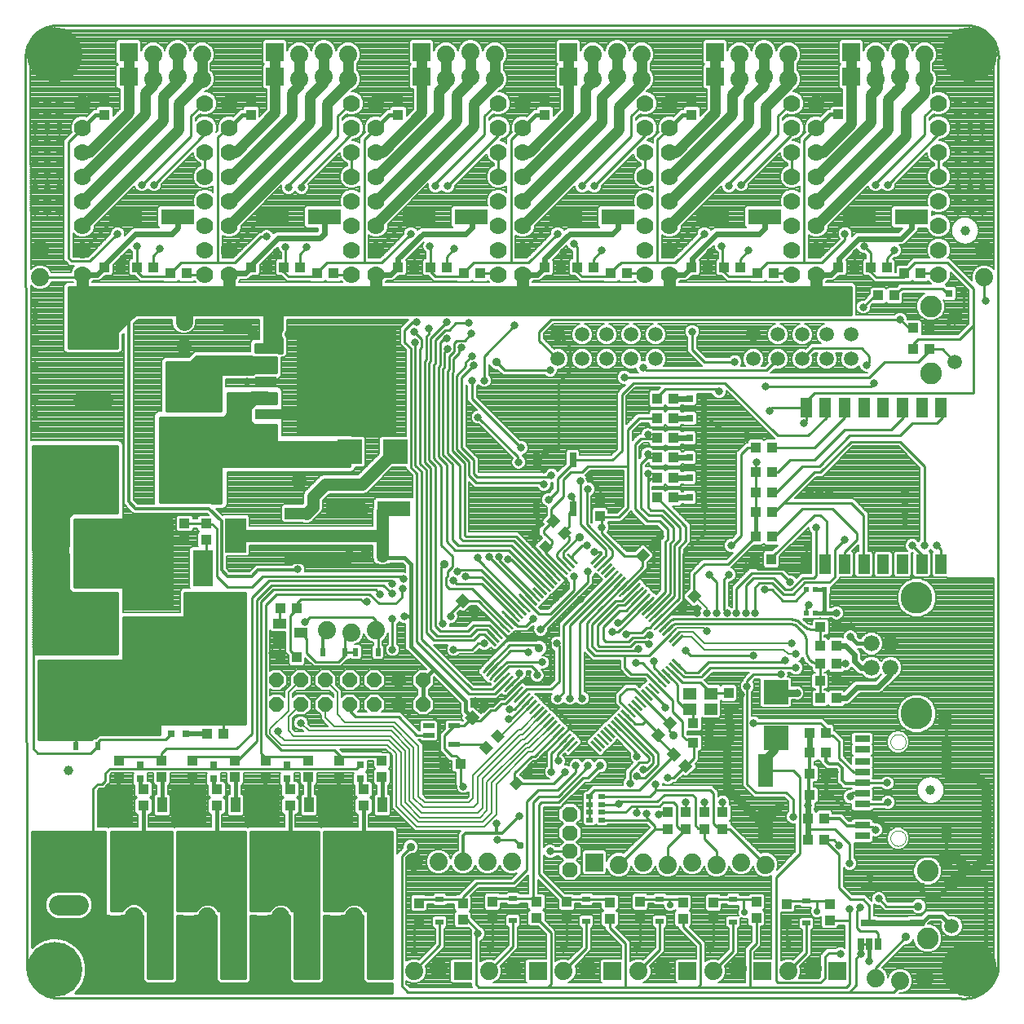
<source format=gtl>
G75*
G70*
%OFA0B0*%
%FSLAX24Y24*%
%IPPOS*%
%LPD*%
%AMOC8*
5,1,8,0,0,1.08239X$1,22.5*
%
%ADD10C,0.0100*%
%ADD11R,0.0106X0.0591*%
%ADD12R,0.0591X0.0106*%
%ADD13R,0.0551X0.0472*%
%ADD14R,0.0433X0.0394*%
%ADD15R,0.0394X0.0433*%
%ADD16R,0.0600X0.0300*%
%ADD17R,0.0315X0.0315*%
%ADD18R,0.0300X0.0600*%
%ADD19C,0.0660*%
%ADD20C,0.1300*%
%ADD21R,0.0197X0.0197*%
%ADD22C,0.0594*%
%ADD23R,0.0327X0.0248*%
%ADD24R,0.1000X0.1000*%
%ADD25R,0.4098X0.4252*%
%ADD26R,0.0850X0.0420*%
%ADD27R,0.2126X0.1575*%
%ADD28R,0.0827X0.0500*%
%ADD29OC8,0.0630*%
%ADD30C,0.0630*%
%ADD31R,0.0472X0.0787*%
%ADD32C,0.0886*%
%ADD33C,0.0740*%
%ADD34R,0.0531X0.0591*%
%ADD35R,0.0394X0.0551*%
%ADD36R,0.0394X0.0512*%
%ADD37R,0.0591X0.0295*%
%ADD38C,0.0000*%
%ADD39R,0.0740X0.0740*%
%ADD40C,0.0700*%
%ADD41R,0.1378X0.0630*%
%ADD42R,0.0820X0.1500*%
%ADD43R,0.4500X0.3500*%
%ADD44C,0.0825*%
%ADD45C,0.0394*%
%ADD46R,0.2126X0.2441*%
%ADD47R,0.0394X0.0630*%
%ADD48C,0.0669*%
%ADD49R,0.0880X0.0480*%
%ADD50R,0.0866X0.1417*%
%ADD51R,0.0256X0.0197*%
%ADD52R,0.0551X0.0394*%
%ADD53R,0.0248X0.0327*%
%ADD54OC8,0.0600*%
%ADD55R,0.0472X0.0217*%
%ADD56R,0.0250X0.0500*%
%ADD57R,0.0630X0.1378*%
%ADD58C,0.0240*%
%ADD59C,0.0160*%
%ADD60C,0.0317*%
%ADD61C,0.0320*%
%ADD62C,0.0500*%
%ADD63C,0.2250*%
%ADD64C,0.0400*%
%ADD65C,0.0120*%
%ADD66C,0.1500*%
%ADD67C,0.0080*%
%ADD68C,0.0356*%
%ADD69C,0.0300*%
%ADD70C,0.0277*%
%ADD71R,0.0356X0.0356*%
%ADD72C,0.0200*%
%ADD73C,0.0560*%
%ADD74C,0.1000*%
%ADD75C,0.0700*%
%ADD76C,0.0310*%
%ADD77C,0.0420*%
%ADD78C,0.0760*%
D10*
X002393Y001821D02*
X002330Y038999D01*
X002331Y038998D02*
X002328Y039067D01*
X002329Y039135D01*
X002334Y039203D01*
X002343Y039271D01*
X002355Y039339D01*
X002371Y039405D01*
X002390Y039471D01*
X002413Y039535D01*
X002440Y039599D01*
X002470Y039660D01*
X002503Y039720D01*
X002539Y039778D01*
X002578Y039834D01*
X002621Y039888D01*
X002666Y039939D01*
X002714Y039988D01*
X002764Y040034D01*
X002817Y040078D01*
X002873Y040118D01*
X002930Y040156D01*
X002989Y040190D01*
X003050Y040221D01*
X003113Y040249D01*
X003177Y040273D01*
X003242Y040294D01*
X003308Y040311D01*
X003375Y040324D01*
X003443Y040334D01*
X003511Y040340D01*
X003511Y040341D02*
X040913Y040341D01*
X040983Y040333D01*
X041052Y040321D01*
X041121Y040306D01*
X041188Y040287D01*
X041255Y040264D01*
X041320Y040238D01*
X041384Y040208D01*
X041446Y040175D01*
X041506Y040138D01*
X041564Y040098D01*
X041619Y040056D01*
X041673Y040010D01*
X041724Y039961D01*
X041772Y039910D01*
X041817Y039856D01*
X041859Y039800D01*
X041898Y039741D01*
X041934Y039681D01*
X041967Y039619D01*
X041996Y039555D01*
X042022Y039489D01*
X042044Y039423D01*
X042062Y039355D01*
X042077Y039286D01*
X042088Y039217D01*
X042095Y039147D01*
X042099Y039077D01*
X042098Y039006D01*
X042094Y038936D01*
X042094Y001759D01*
X042095Y001759D02*
X042081Y001685D01*
X042063Y001613D01*
X042042Y001541D01*
X042016Y001471D01*
X041988Y001402D01*
X041955Y001334D01*
X041919Y001269D01*
X041880Y001205D01*
X041837Y001144D01*
X041792Y001085D01*
X041743Y001028D01*
X041691Y000974D01*
X041637Y000923D01*
X041580Y000874D01*
X041520Y000829D01*
X041459Y000787D01*
X041395Y000748D01*
X041329Y000712D01*
X041261Y000680D01*
X041192Y000652D01*
X041122Y000627D01*
X041050Y000606D01*
X040977Y000589D01*
X040904Y000576D01*
X040829Y000566D01*
X040755Y000561D01*
X040680Y000559D01*
X040605Y000561D01*
X040531Y000567D01*
X040457Y000577D01*
X040456Y000578D02*
X003699Y000578D01*
X004333Y000777D02*
X004531Y000976D01*
X004699Y001266D01*
X004786Y001591D01*
X004786Y001926D01*
X004699Y002251D01*
X004531Y002541D01*
X004294Y002779D01*
X004003Y002947D01*
X003679Y003034D01*
X003343Y003034D01*
X003019Y002947D01*
X002728Y002779D01*
X002591Y002642D01*
X002583Y007390D01*
X005580Y007390D01*
X005580Y003940D01*
X005721Y003940D01*
X005754Y003906D01*
X006206Y003906D01*
X006239Y003940D01*
X007130Y003940D01*
X007130Y001307D01*
X007247Y001190D01*
X008413Y001190D01*
X008530Y001307D01*
X008530Y003940D01*
X008721Y003940D01*
X008754Y003906D01*
X009206Y003906D01*
X009239Y003940D01*
X010130Y003940D01*
X010130Y001307D01*
X010247Y001190D01*
X011413Y001190D01*
X011530Y001307D01*
X011530Y003940D01*
X011721Y003940D01*
X011754Y003906D01*
X012206Y003906D01*
X012239Y003940D01*
X013130Y003940D01*
X013130Y001307D01*
X013247Y001190D01*
X014413Y001190D01*
X014530Y001307D01*
X014530Y003940D01*
X014721Y003940D01*
X014754Y003906D01*
X015206Y003906D01*
X015239Y003940D01*
X016130Y003940D01*
X016130Y001307D01*
X016247Y001190D01*
X017330Y001190D01*
X017330Y000777D01*
X004333Y000777D01*
X004429Y000873D02*
X017330Y000873D01*
X017330Y000972D02*
X004527Y000972D01*
X004586Y001070D02*
X017330Y001070D01*
X017330Y001169D02*
X004643Y001169D01*
X004699Y001267D02*
X007170Y001267D01*
X007130Y001366D02*
X004726Y001366D01*
X004752Y001464D02*
X007130Y001464D01*
X007130Y001563D02*
X004779Y001563D01*
X004786Y001661D02*
X007130Y001661D01*
X007130Y001760D02*
X004786Y001760D01*
X004786Y001858D02*
X007130Y001858D01*
X007130Y001957D02*
X004778Y001957D01*
X004752Y002055D02*
X007130Y002055D01*
X007130Y002154D02*
X004725Y002154D01*
X004698Y002252D02*
X007130Y002252D01*
X007130Y002351D02*
X004642Y002351D01*
X004585Y002449D02*
X007130Y002449D01*
X007130Y002548D02*
X004525Y002548D01*
X004427Y002646D02*
X007130Y002646D01*
X007130Y002745D02*
X004328Y002745D01*
X004183Y002843D02*
X007130Y002843D01*
X007130Y002942D02*
X004012Y002942D01*
X003556Y003828D02*
X003349Y003913D01*
X003191Y004071D01*
X003105Y004278D01*
X003105Y004502D01*
X003191Y004709D01*
X003349Y004867D01*
X003556Y004952D01*
X004604Y004952D01*
X004811Y004867D01*
X004969Y004709D01*
X005055Y004502D01*
X005055Y004278D01*
X004969Y004071D01*
X004811Y003913D01*
X004604Y003828D01*
X003556Y003828D01*
X003554Y003828D02*
X002589Y003828D01*
X002589Y003730D02*
X007130Y003730D01*
X007130Y003828D02*
X004606Y003828D01*
X004825Y003927D02*
X005734Y003927D01*
X005580Y004025D02*
X004923Y004025D01*
X004991Y004124D02*
X005580Y004124D01*
X005580Y004222D02*
X005032Y004222D01*
X005055Y004321D02*
X005580Y004321D01*
X005580Y004419D02*
X005055Y004419D01*
X005049Y004518D02*
X005580Y004518D01*
X005580Y004616D02*
X005008Y004616D01*
X004963Y004715D02*
X005580Y004715D01*
X005580Y004813D02*
X004865Y004813D01*
X004703Y004912D02*
X005580Y004912D01*
X005580Y005010D02*
X002587Y005010D01*
X002587Y004912D02*
X003457Y004912D01*
X003295Y004813D02*
X002587Y004813D01*
X002588Y004715D02*
X003197Y004715D01*
X003152Y004616D02*
X002588Y004616D01*
X002588Y004518D02*
X003111Y004518D01*
X003105Y004419D02*
X002588Y004419D01*
X002588Y004321D02*
X003105Y004321D01*
X003128Y004222D02*
X002588Y004222D01*
X002589Y004124D02*
X003169Y004124D01*
X003237Y004025D02*
X002589Y004025D01*
X002589Y003927D02*
X003335Y003927D01*
X002589Y003631D02*
X007130Y003631D01*
X007130Y003533D02*
X002590Y003533D01*
X002590Y003434D02*
X007130Y003434D01*
X007130Y003336D02*
X002590Y003336D01*
X002590Y003237D02*
X007130Y003237D01*
X007130Y003139D02*
X002590Y003139D01*
X002590Y003040D02*
X007130Y003040D01*
X007330Y003040D02*
X008330Y003040D01*
X008330Y002942D02*
X007330Y002942D01*
X007330Y002843D02*
X008330Y002843D01*
X008330Y002745D02*
X007330Y002745D01*
X007330Y002646D02*
X008330Y002646D01*
X008330Y002548D02*
X007330Y002548D01*
X007330Y002449D02*
X008330Y002449D01*
X008330Y002351D02*
X007330Y002351D01*
X007330Y002252D02*
X008330Y002252D01*
X008330Y002154D02*
X007330Y002154D01*
X007330Y002055D02*
X008330Y002055D01*
X008330Y001957D02*
X007330Y001957D01*
X007330Y001858D02*
X008330Y001858D01*
X008330Y001760D02*
X007330Y001760D01*
X007330Y001661D02*
X008330Y001661D01*
X008330Y001563D02*
X007330Y001563D01*
X007330Y001464D02*
X008330Y001464D01*
X008330Y001390D02*
X007330Y001390D01*
X007330Y004140D01*
X007224Y004140D01*
X007192Y004216D01*
X007049Y004360D01*
X006861Y004437D01*
X006659Y004437D01*
X006471Y004360D01*
X006328Y004216D01*
X006296Y004140D01*
X005830Y004140D01*
X005830Y007390D01*
X008330Y007390D01*
X008330Y001390D01*
X008530Y001366D02*
X010130Y001366D01*
X010130Y001464D02*
X008530Y001464D01*
X008530Y001563D02*
X010130Y001563D01*
X010130Y001661D02*
X008530Y001661D01*
X008530Y001760D02*
X010130Y001760D01*
X010130Y001858D02*
X008530Y001858D01*
X008530Y001957D02*
X010130Y001957D01*
X010130Y002055D02*
X008530Y002055D01*
X008530Y002154D02*
X010130Y002154D01*
X010130Y002252D02*
X008530Y002252D01*
X008530Y002351D02*
X010130Y002351D01*
X010130Y002449D02*
X008530Y002449D01*
X008530Y002548D02*
X010130Y002548D01*
X010130Y002646D02*
X008530Y002646D01*
X008530Y002745D02*
X010130Y002745D01*
X010130Y002843D02*
X008530Y002843D01*
X008530Y002942D02*
X010130Y002942D01*
X010130Y003040D02*
X008530Y003040D01*
X008530Y003139D02*
X010130Y003139D01*
X010130Y003237D02*
X008530Y003237D01*
X008530Y003336D02*
X010130Y003336D01*
X010130Y003434D02*
X008530Y003434D01*
X008530Y003533D02*
X010130Y003533D01*
X010130Y003631D02*
X008530Y003631D01*
X008530Y003730D02*
X010130Y003730D01*
X010130Y003828D02*
X008530Y003828D01*
X008530Y003927D02*
X008734Y003927D01*
X008530Y004140D02*
X009328Y004140D01*
X009353Y004199D01*
X009488Y004334D01*
X009665Y004407D01*
X009855Y004407D01*
X010032Y004334D01*
X010167Y004199D01*
X010192Y004140D01*
X010330Y004140D01*
X010330Y001390D01*
X011330Y001390D01*
X011330Y007390D01*
X008530Y007390D01*
X008530Y004140D01*
X008530Y004222D02*
X009376Y004222D01*
X009474Y004321D02*
X008530Y004321D01*
X008530Y004419D02*
X011330Y004419D01*
X011330Y004321D02*
X010046Y004321D01*
X010144Y004222D02*
X011330Y004222D01*
X011330Y004124D02*
X010330Y004124D01*
X010330Y004025D02*
X011330Y004025D01*
X011330Y003927D02*
X010330Y003927D01*
X010330Y003828D02*
X011330Y003828D01*
X011330Y003730D02*
X010330Y003730D01*
X010330Y003631D02*
X011330Y003631D01*
X011330Y003533D02*
X010330Y003533D01*
X010330Y003434D02*
X011330Y003434D01*
X011330Y003336D02*
X010330Y003336D01*
X010330Y003237D02*
X011330Y003237D01*
X011330Y003139D02*
X010330Y003139D01*
X010330Y003040D02*
X011330Y003040D01*
X011330Y002942D02*
X010330Y002942D01*
X010330Y002843D02*
X011330Y002843D01*
X011330Y002745D02*
X010330Y002745D01*
X010330Y002646D02*
X011330Y002646D01*
X011330Y002548D02*
X010330Y002548D01*
X010330Y002449D02*
X011330Y002449D01*
X011330Y002351D02*
X010330Y002351D01*
X010330Y002252D02*
X011330Y002252D01*
X011330Y002154D02*
X010330Y002154D01*
X010330Y002055D02*
X011330Y002055D01*
X011330Y001957D02*
X010330Y001957D01*
X010330Y001858D02*
X011330Y001858D01*
X011330Y001760D02*
X010330Y001760D01*
X010330Y001661D02*
X011330Y001661D01*
X011330Y001563D02*
X010330Y001563D01*
X010330Y001464D02*
X011330Y001464D01*
X011530Y001464D02*
X013130Y001464D01*
X013130Y001366D02*
X011530Y001366D01*
X011490Y001267D02*
X013170Y001267D01*
X013330Y001390D02*
X013330Y004140D01*
X013192Y004140D01*
X013167Y004199D01*
X013032Y004334D01*
X012855Y004407D01*
X012665Y004407D01*
X012488Y004334D01*
X012353Y004199D01*
X012328Y004140D01*
X011530Y004140D01*
X011530Y007390D01*
X014330Y007390D01*
X014330Y001390D01*
X013330Y001390D01*
X013330Y001464D02*
X014330Y001464D01*
X014330Y001563D02*
X013330Y001563D01*
X013330Y001661D02*
X014330Y001661D01*
X014330Y001760D02*
X013330Y001760D01*
X013330Y001858D02*
X014330Y001858D01*
X014330Y001957D02*
X013330Y001957D01*
X013330Y002055D02*
X014330Y002055D01*
X014330Y002154D02*
X013330Y002154D01*
X013330Y002252D02*
X014330Y002252D01*
X014330Y002351D02*
X013330Y002351D01*
X013330Y002449D02*
X014330Y002449D01*
X014330Y002548D02*
X013330Y002548D01*
X013330Y002646D02*
X014330Y002646D01*
X014330Y002745D02*
X013330Y002745D01*
X013330Y002843D02*
X014330Y002843D01*
X014330Y002942D02*
X013330Y002942D01*
X013330Y003040D02*
X014330Y003040D01*
X014330Y003139D02*
X013330Y003139D01*
X013330Y003237D02*
X014330Y003237D01*
X014330Y003336D02*
X013330Y003336D01*
X013330Y003434D02*
X014330Y003434D01*
X014330Y003533D02*
X013330Y003533D01*
X013330Y003631D02*
X014330Y003631D01*
X014330Y003730D02*
X013330Y003730D01*
X013330Y003828D02*
X014330Y003828D01*
X014330Y003927D02*
X013330Y003927D01*
X013330Y004025D02*
X014330Y004025D01*
X014330Y004124D02*
X013330Y004124D01*
X013144Y004222D02*
X014330Y004222D01*
X014330Y004321D02*
X013046Y004321D01*
X013130Y003927D02*
X012226Y003927D01*
X012376Y004222D02*
X011530Y004222D01*
X011530Y004321D02*
X012474Y004321D01*
X013130Y003828D02*
X011530Y003828D01*
X011530Y003730D02*
X013130Y003730D01*
X013130Y003631D02*
X011530Y003631D01*
X011530Y003533D02*
X013130Y003533D01*
X013130Y003434D02*
X011530Y003434D01*
X011530Y003336D02*
X013130Y003336D01*
X013130Y003237D02*
X011530Y003237D01*
X011530Y003139D02*
X013130Y003139D01*
X013130Y003040D02*
X011530Y003040D01*
X011530Y002942D02*
X013130Y002942D01*
X013130Y002843D02*
X011530Y002843D01*
X011530Y002745D02*
X013130Y002745D01*
X013130Y002646D02*
X011530Y002646D01*
X011530Y002548D02*
X013130Y002548D01*
X013130Y002449D02*
X011530Y002449D01*
X011530Y002351D02*
X013130Y002351D01*
X013130Y002252D02*
X011530Y002252D01*
X011530Y002154D02*
X013130Y002154D01*
X013130Y002055D02*
X011530Y002055D01*
X011530Y001957D02*
X013130Y001957D01*
X013130Y001858D02*
X011530Y001858D01*
X011530Y001760D02*
X013130Y001760D01*
X013130Y001661D02*
X011530Y001661D01*
X011530Y001563D02*
X013130Y001563D01*
X014490Y001267D02*
X016170Y001267D01*
X016130Y001366D02*
X014530Y001366D01*
X014530Y001464D02*
X016130Y001464D01*
X016130Y001563D02*
X014530Y001563D01*
X014530Y001661D02*
X016130Y001661D01*
X016130Y001760D02*
X014530Y001760D01*
X014530Y001858D02*
X016130Y001858D01*
X016130Y001957D02*
X014530Y001957D01*
X014530Y002055D02*
X016130Y002055D01*
X016130Y002154D02*
X014530Y002154D01*
X014530Y002252D02*
X016130Y002252D01*
X016130Y002351D02*
X014530Y002351D01*
X014530Y002449D02*
X016130Y002449D01*
X016130Y002548D02*
X014530Y002548D01*
X014530Y002646D02*
X016130Y002646D01*
X016130Y002745D02*
X014530Y002745D01*
X014530Y002843D02*
X016130Y002843D01*
X016130Y002942D02*
X014530Y002942D01*
X014530Y003040D02*
X016130Y003040D01*
X016130Y003139D02*
X014530Y003139D01*
X014530Y003237D02*
X016130Y003237D01*
X016130Y003336D02*
X014530Y003336D01*
X014530Y003434D02*
X016130Y003434D01*
X016130Y003533D02*
X014530Y003533D01*
X014530Y003631D02*
X016130Y003631D01*
X016130Y003730D02*
X014530Y003730D01*
X014530Y003828D02*
X016130Y003828D01*
X016130Y003927D02*
X015226Y003927D01*
X015328Y004140D02*
X014530Y004140D01*
X014530Y007390D01*
X017330Y007390D01*
X017330Y001390D01*
X016330Y001390D01*
X016330Y004140D01*
X016192Y004140D01*
X016167Y004199D01*
X016032Y004334D01*
X015855Y004407D01*
X015665Y004407D01*
X015488Y004334D01*
X015353Y004199D01*
X015328Y004140D01*
X015376Y004222D02*
X014530Y004222D01*
X014530Y004321D02*
X015474Y004321D01*
X014734Y003927D02*
X014530Y003927D01*
X014530Y004419D02*
X017330Y004419D01*
X017330Y004321D02*
X016046Y004321D01*
X016144Y004222D02*
X017330Y004222D01*
X017330Y004124D02*
X016330Y004124D01*
X016330Y004025D02*
X017330Y004025D01*
X017330Y003927D02*
X016330Y003927D01*
X016330Y003828D02*
X017330Y003828D01*
X017330Y003730D02*
X016330Y003730D01*
X016330Y003631D02*
X017330Y003631D01*
X017330Y003533D02*
X016330Y003533D01*
X016330Y003434D02*
X017330Y003434D01*
X017330Y003336D02*
X016330Y003336D01*
X016330Y003237D02*
X017330Y003237D01*
X017330Y003139D02*
X016330Y003139D01*
X016330Y003040D02*
X017330Y003040D01*
X017330Y002942D02*
X016330Y002942D01*
X016330Y002843D02*
X017330Y002843D01*
X017330Y002745D02*
X016330Y002745D01*
X016330Y002646D02*
X017330Y002646D01*
X017330Y002548D02*
X016330Y002548D01*
X016330Y002449D02*
X017330Y002449D01*
X017330Y002351D02*
X016330Y002351D01*
X016330Y002252D02*
X017330Y002252D01*
X017330Y002154D02*
X016330Y002154D01*
X016330Y002055D02*
X017330Y002055D01*
X017330Y001957D02*
X016330Y001957D01*
X016330Y001858D02*
X017330Y001858D01*
X017330Y001760D02*
X016330Y001760D01*
X016330Y001661D02*
X017330Y001661D01*
X017330Y001563D02*
X016330Y001563D01*
X016330Y001464D02*
X017330Y001464D01*
X017705Y001078D02*
X017705Y006386D01*
X018066Y006747D01*
X017330Y006783D02*
X014530Y006783D01*
X014530Y006685D02*
X017330Y006685D01*
X017330Y006586D02*
X014530Y006586D01*
X014530Y006488D02*
X017330Y006488D01*
X017330Y006389D02*
X014530Y006389D01*
X014530Y006291D02*
X017330Y006291D01*
X017330Y006192D02*
X014530Y006192D01*
X014530Y006094D02*
X017330Y006094D01*
X017330Y005995D02*
X014530Y005995D01*
X014530Y005897D02*
X017330Y005897D01*
X017330Y005798D02*
X014530Y005798D01*
X014530Y005700D02*
X017330Y005700D01*
X017330Y005601D02*
X014530Y005601D01*
X014530Y005503D02*
X017330Y005503D01*
X017330Y005404D02*
X014530Y005404D01*
X014530Y005306D02*
X017330Y005306D01*
X017330Y005207D02*
X014530Y005207D01*
X014530Y005109D02*
X017330Y005109D01*
X017330Y005010D02*
X014530Y005010D01*
X014530Y004912D02*
X017330Y004912D01*
X017330Y004813D02*
X014530Y004813D01*
X014530Y004715D02*
X017330Y004715D01*
X017330Y004616D02*
X014530Y004616D01*
X014530Y004518D02*
X017330Y004518D01*
X018409Y004461D02*
X018546Y004598D01*
X019260Y004598D01*
X020065Y004598D01*
X020201Y004461D01*
X020210Y004470D01*
X020210Y004707D01*
X020768Y005265D01*
X022268Y005265D01*
X022830Y005828D01*
X022830Y008628D01*
X023280Y009078D01*
X024080Y009078D01*
X024830Y009828D01*
X024830Y010078D01*
X024393Y009828D02*
X023915Y009350D01*
X022390Y009350D01*
X022330Y009410D01*
X022330Y009778D01*
X023007Y010455D01*
X023140Y010455D01*
X024121Y011436D01*
X023981Y011573D02*
X023981Y011575D01*
X024260Y011297D02*
X024580Y011617D01*
X024580Y011828D01*
X023580Y012828D01*
X023830Y013203D02*
X022825Y013203D01*
X022590Y012967D01*
X022590Y012962D01*
X022330Y012703D01*
X022299Y012390D02*
X022111Y012390D01*
X022299Y012390D02*
X022729Y012820D01*
X022729Y012828D01*
X022868Y012689D02*
X022163Y011984D01*
X022080Y011984D01*
X021963Y012618D02*
X022450Y013106D01*
X022311Y013245D02*
X022311Y013246D01*
X022580Y013515D01*
X023018Y013515D01*
X023080Y013453D01*
X023580Y013453D01*
X023643Y013515D01*
X023768Y013640D01*
X023768Y015140D01*
X023580Y015328D01*
X023580Y015453D01*
X025018Y016890D01*
X024736Y017244D02*
X024736Y017796D01*
X024424Y017671D02*
X024424Y017359D01*
X024018Y016953D01*
X023564Y017421D02*
X022095Y018890D01*
X019893Y018890D01*
X019549Y019234D01*
X019549Y022369D01*
X019205Y022713D01*
X019205Y026390D01*
X019268Y026453D01*
X019268Y027371D01*
X019443Y027546D01*
X019549Y027546D01*
X019496Y027890D02*
X019643Y027890D01*
X019924Y028171D01*
X020455Y028171D01*
X020549Y027734D02*
X020268Y027453D01*
X019955Y027453D01*
X019861Y027359D01*
X019861Y027015D01*
X019643Y026796D01*
X019643Y026265D01*
X019580Y026203D01*
X019580Y022858D01*
X020080Y022358D01*
X020080Y019390D01*
X020205Y019265D01*
X022277Y019265D01*
X023842Y017700D01*
X023981Y017839D02*
X022368Y019453D01*
X020330Y019453D01*
X020268Y019515D01*
X020268Y022430D01*
X019768Y022930D01*
X019768Y026130D01*
X019830Y026193D01*
X019830Y026724D01*
X020049Y026943D01*
X020049Y027078D01*
X020143Y027171D01*
X020580Y026828D02*
X020330Y026578D01*
X020330Y026400D01*
X019955Y026025D01*
X019955Y023003D01*
X020455Y022503D01*
X020455Y021943D01*
X020758Y021640D01*
X023455Y021640D01*
X023518Y021578D01*
X023768Y021890D02*
X020768Y021890D01*
X020643Y022015D01*
X020643Y022575D01*
X020143Y023075D01*
X020143Y025953D01*
X020643Y026453D01*
X021080Y026828D02*
X021080Y025828D01*
X020580Y025828D02*
X020580Y025078D01*
X022580Y023078D01*
X022455Y022703D02*
X022455Y022515D01*
X022486Y022484D01*
X022455Y022703D02*
X020830Y024328D01*
X019393Y022785D02*
X019768Y022410D01*
X019768Y019328D01*
X020018Y019078D01*
X022186Y019078D01*
X023703Y017560D01*
X023425Y017282D02*
X022192Y018515D01*
X022049Y018515D01*
X021674Y018476D02*
X023146Y017004D01*
X023007Y016864D02*
X021268Y018604D01*
X021268Y018609D01*
X021674Y018609D02*
X021674Y018476D01*
X020959Y018078D02*
X020049Y018078D01*
X019986Y018015D01*
X019768Y018203D02*
X019768Y018640D01*
X019330Y019078D01*
X019330Y022328D01*
X019018Y022640D01*
X019018Y026463D01*
X019080Y026525D01*
X019080Y027474D01*
X019496Y027890D01*
X019549Y028203D02*
X018893Y027546D01*
X018893Y026598D01*
X018830Y026535D01*
X018830Y022568D01*
X019080Y022318D01*
X019080Y015765D01*
X019268Y015578D01*
X020418Y015578D01*
X020662Y015822D01*
X021266Y015822D01*
X021615Y015472D01*
X021476Y015333D02*
X021174Y015636D01*
X021174Y015640D01*
X020780Y015640D01*
X020530Y015390D01*
X019143Y015390D01*
X018893Y015640D01*
X018893Y022245D01*
X018643Y022495D01*
X018643Y026608D01*
X018705Y026670D01*
X018705Y027623D01*
X018830Y027748D01*
X018830Y027921D01*
X018799Y027953D01*
X018523Y027509D02*
X018205Y027828D01*
X018143Y028203D02*
X017830Y027890D01*
X017830Y027390D01*
X018070Y027150D01*
X018070Y022288D01*
X018330Y022028D01*
X018330Y015140D01*
X020455Y013015D01*
X021518Y013015D01*
X022026Y013524D01*
X022033Y013524D01*
X022168Y013385D02*
X021924Y013140D01*
X021881Y012815D02*
X021709Y012815D01*
X021409Y012515D01*
X021062Y012515D01*
X020893Y012515D01*
X020705Y012703D01*
X020568Y013203D02*
X018518Y015253D01*
X018518Y022100D01*
X018258Y022360D01*
X018258Y027390D01*
X018523Y027509D02*
X018523Y027193D01*
X018455Y027124D01*
X018455Y022423D01*
X018705Y022173D01*
X018705Y015528D01*
X019030Y015203D01*
X020643Y015203D01*
X020893Y015453D01*
X021080Y015453D01*
X021337Y015196D01*
X021337Y015194D01*
X021080Y015078D02*
X020830Y015078D01*
X020580Y014828D01*
X019830Y014828D01*
X019393Y015890D02*
X019330Y015953D01*
X019330Y018203D01*
X019455Y018328D01*
X019580Y018015D02*
X019768Y018203D01*
X019580Y018015D02*
X019580Y017828D01*
X019518Y017765D01*
X019518Y017453D01*
X019643Y017328D01*
X020580Y017328D01*
X022017Y015890D01*
X022033Y015890D01*
X022170Y016031D02*
X022172Y016029D01*
X022436Y015765D01*
X022768Y015765D01*
X023080Y016078D01*
X023313Y016280D02*
X023772Y016280D01*
X024736Y017244D01*
X024424Y017671D02*
X024121Y017974D01*
X024121Y017978D01*
X023356Y018743D01*
X023356Y018782D01*
X023078Y019060D01*
X023078Y019300D01*
X023205Y019427D01*
X023120Y019499D01*
X023198Y019577D01*
X023198Y020562D01*
X023198Y020140D01*
X023315Y020023D01*
X023520Y019703D02*
X023892Y020075D01*
X023830Y020137D01*
X023830Y020578D01*
X024330Y021078D01*
X024330Y021778D01*
X024630Y022078D01*
X025080Y022078D01*
X025330Y022328D01*
X026955Y022328D01*
X026955Y023828D01*
X027403Y024276D01*
X028151Y024276D01*
X028028Y024276D01*
X027768Y023609D02*
X027768Y023453D01*
X028134Y023453D01*
X028152Y023471D01*
X027768Y023453D02*
X027486Y023453D01*
X027236Y023203D01*
X027236Y020578D01*
X027736Y020078D01*
X028236Y020078D01*
X028580Y019734D01*
X028580Y019328D01*
X028486Y019234D01*
X028486Y017193D01*
X027740Y016447D01*
X027740Y016456D01*
X027601Y016586D02*
X027967Y016953D01*
X027814Y017078D02*
X027461Y016725D01*
X026642Y015906D01*
X026533Y015906D01*
X026561Y015546D02*
X026299Y015546D01*
X026561Y015546D02*
X027601Y016586D01*
X027879Y016314D02*
X027879Y016308D01*
X028674Y017102D01*
X028674Y019161D01*
X028830Y019318D01*
X028830Y019796D01*
X028330Y020296D01*
X027811Y020296D01*
X027486Y020621D01*
X027486Y022421D01*
X027736Y022671D01*
X027768Y022671D01*
X027768Y022828D01*
X027768Y022671D02*
X028145Y022671D01*
X028152Y022664D01*
X027768Y022015D02*
X027768Y021703D01*
X027893Y021828D01*
X028128Y021828D01*
X028152Y021852D01*
X027768Y021703D02*
X027768Y020640D01*
X027893Y020515D01*
X028393Y020515D01*
X029080Y019828D01*
X029080Y019308D01*
X028861Y019089D01*
X028861Y017015D01*
X028018Y016172D01*
X028018Y016168D01*
X028157Y016029D02*
X027831Y015703D01*
X027705Y015703D01*
X027512Y015509D01*
X026949Y015509D01*
X026893Y015453D01*
X027164Y015328D02*
X026976Y015140D01*
X026049Y015140D01*
X025939Y015249D01*
X025939Y015734D01*
X026624Y016418D01*
X026876Y016418D01*
X027322Y016864D01*
X027691Y017234D01*
X027538Y017359D02*
X027183Y017004D01*
X026819Y016640D01*
X026549Y016640D01*
X025705Y015796D01*
X025705Y015015D01*
X025768Y014953D01*
X027049Y014953D01*
X027236Y015140D01*
X027736Y015140D01*
X027830Y015046D01*
X027611Y015328D02*
X027164Y015328D01*
X027611Y015328D02*
X027705Y015421D01*
X027861Y015421D01*
X027393Y014859D02*
X027299Y014765D01*
X025674Y014765D01*
X025486Y014953D01*
X025486Y015859D01*
X026455Y016828D01*
X026728Y016828D01*
X027044Y017143D01*
X027416Y017515D01*
X026905Y017282D02*
X027976Y018354D01*
X028026Y018404D01*
X028026Y019144D01*
X028026Y019172D01*
X028284Y019429D01*
X029046Y018994D02*
X029330Y019278D01*
X029330Y019855D01*
X028152Y021033D01*
X026955Y020609D02*
X026955Y022328D01*
X026698Y022945D02*
X026330Y022578D01*
X024714Y022578D01*
X024698Y022562D01*
X024698Y022445D01*
X024080Y021828D01*
X024080Y021328D01*
X023705Y020953D01*
X023768Y021890D02*
X023830Y021953D01*
X023503Y022179D02*
X023198Y022484D01*
X023198Y022500D01*
X024128Y022929D02*
X024128Y025750D01*
X024580Y026203D01*
X024580Y027203D01*
X024080Y027703D01*
X023830Y028328D02*
X023330Y027828D01*
X023330Y027453D01*
X024080Y026703D01*
X023768Y026234D02*
X021924Y026234D01*
X021580Y026578D01*
X021080Y026828D02*
X022330Y028078D01*
X023735Y028515D02*
X006080Y028515D01*
X006080Y027140D01*
X004080Y027140D01*
X004080Y029640D01*
X036080Y029640D01*
X036080Y028527D01*
X023747Y028527D01*
X023735Y028515D01*
X023830Y028328D02*
X038080Y028328D01*
X038439Y027969D01*
X038620Y027969D01*
X038830Y027515D02*
X040518Y027515D01*
X041080Y028078D01*
X041080Y029578D01*
X040018Y030640D01*
X038683Y030640D01*
X038245Y030203D01*
X038245Y030055D01*
X038236Y030046D01*
X037111Y030046D01*
X036830Y030328D01*
X036830Y030412D01*
X036870Y030453D01*
X036870Y031037D01*
X036611Y031296D01*
X036268Y031046D02*
X036227Y031006D01*
X036227Y030453D01*
X035580Y030475D02*
X035558Y030453D01*
X034893Y030640D02*
X035830Y031578D01*
X035830Y031828D01*
X036014Y032515D02*
X034658Y031159D01*
X034893Y030640D02*
X034155Y030640D01*
X034155Y035656D01*
X034658Y036159D01*
X033658Y036159D02*
X033599Y036159D01*
X033599Y035846D01*
X031580Y033828D01*
X031080Y033890D02*
X031080Y033765D01*
X031080Y033890D02*
X033080Y035890D01*
X033080Y036640D01*
X033599Y037159D01*
X033658Y037159D01*
X033658Y035159D02*
X033658Y034159D01*
X036014Y032515D02*
X036423Y032515D01*
X037861Y031140D02*
X037540Y030818D01*
X037540Y030453D01*
X038133Y029578D02*
X037852Y029296D01*
X038133Y029578D02*
X039830Y029578D01*
X040018Y029390D01*
X040097Y029390D01*
X040688Y029390D02*
X040688Y028730D01*
X040322Y028364D01*
X039926Y027969D01*
X039290Y027969D01*
X038830Y027515D02*
X038625Y027310D01*
X038625Y027097D01*
X038830Y026578D02*
X037455Y026578D01*
X036830Y025953D01*
X026799Y025953D01*
X027180Y025728D02*
X030930Y025728D01*
X033080Y023578D01*
X034330Y023578D01*
X035080Y024328D01*
X035080Y024646D01*
X035029Y024697D01*
X034580Y025328D02*
X034241Y024989D01*
X034241Y024697D01*
X034241Y024166D01*
X034153Y024078D01*
X034143Y024078D01*
X034241Y024697D02*
X032856Y024697D01*
X032736Y024578D01*
X032580Y025578D02*
X036893Y025578D01*
X037018Y025703D01*
X036705Y026453D02*
X036830Y026578D01*
X036830Y026828D01*
X036518Y027140D01*
X034518Y027140D01*
X034080Y026703D01*
X033080Y026703D02*
X032611Y026234D01*
X027705Y026234D01*
X027580Y026359D01*
X027180Y025728D02*
X026698Y025245D01*
X026698Y022945D01*
X025393Y021828D02*
X025803Y021417D01*
X025803Y020944D01*
X026463Y020944D01*
X026580Y020828D01*
X026955Y020609D02*
X026580Y020234D01*
X025844Y020234D01*
X025803Y020275D01*
X025893Y020248D01*
X025893Y019828D01*
X025893Y019578D01*
X026830Y018640D01*
X027530Y018640D01*
X027553Y018670D01*
X027553Y018645D01*
X027553Y018209D01*
X026765Y017421D01*
X025830Y016486D01*
X025830Y016484D01*
X025268Y015921D01*
X025268Y014890D01*
X025580Y014578D01*
X026830Y014578D01*
X026830Y014078D01*
X027080Y013828D01*
X027714Y013828D01*
X028157Y013385D01*
X028796Y012746D01*
X028796Y012264D01*
X029189Y011870D01*
X029189Y011280D01*
X029333Y011136D01*
X029562Y011136D01*
X029653Y011046D01*
X029653Y010376D01*
X029377Y010101D01*
X029333Y010085D01*
X029314Y010066D01*
X029314Y010062D01*
X028830Y009578D01*
X028580Y009578D01*
X028080Y009328D02*
X028080Y009078D01*
X028080Y009046D01*
X027834Y008800D01*
X025889Y008800D01*
X025889Y008485D02*
X026550Y008485D01*
X026580Y008515D01*
X026674Y008609D01*
X028164Y008609D01*
X028445Y008890D01*
X029580Y008890D01*
X029705Y008765D01*
X029705Y007640D01*
X029830Y007515D01*
X030058Y007515D01*
X030080Y007493D01*
X030080Y007078D01*
X030580Y006578D01*
X030580Y006028D01*
X030578Y004599D02*
X030459Y004479D01*
X030578Y004599D02*
X031260Y004599D01*
X031687Y004599D01*
X031687Y004120D01*
X031730Y004078D01*
X031687Y004599D02*
X032110Y004599D01*
X032201Y004508D01*
X032201Y003839D02*
X032201Y002799D01*
X031939Y002537D01*
X031939Y001015D01*
X035893Y001015D01*
X036018Y001140D01*
X036018Y004203D01*
X036018Y003751D01*
X035201Y003751D01*
X034680Y004128D02*
X034680Y004537D01*
X035085Y004537D01*
X035201Y004421D01*
X034680Y004537D02*
X034260Y004537D01*
X033569Y004537D01*
X033459Y004427D01*
X033459Y003758D02*
X033459Y002841D01*
X033526Y002774D01*
X034260Y002428D02*
X033517Y001684D01*
X033080Y001203D02*
X033018Y001265D01*
X033018Y005528D01*
X033980Y006490D01*
X033980Y009628D01*
X033717Y009890D01*
X032580Y009890D01*
X031830Y009328D02*
X032180Y008978D01*
X033430Y008978D01*
X033708Y008700D01*
X033708Y007990D01*
X034324Y008328D02*
X034326Y008330D01*
X034326Y008451D01*
X034324Y008769D02*
X034379Y008871D01*
X034270Y008801D01*
X035049Y008871D02*
X035292Y008871D01*
X034392Y009746D02*
X034392Y009759D01*
X034392Y009746D02*
X034377Y009746D01*
X035580Y010390D02*
X035580Y011078D01*
X035330Y011328D01*
X035147Y011328D01*
X035055Y011420D01*
X035055Y011603D01*
X034830Y011828D01*
X032096Y011828D01*
X031079Y012358D02*
X031065Y012372D01*
X030367Y013042D02*
X030348Y013022D01*
X030348Y013035D01*
X029898Y013484D01*
X029171Y013484D01*
X028714Y013941D01*
X028575Y013802D02*
X028993Y013384D01*
X028993Y012697D01*
X029298Y012392D01*
X029482Y012392D01*
X029630Y012244D01*
X029630Y011807D01*
X029562Y011136D02*
X029626Y011011D01*
X028830Y011328D02*
X028660Y011498D01*
X028660Y011810D01*
X028619Y011810D01*
X027601Y012828D01*
X027219Y013209D01*
X026906Y013209D01*
X026630Y012933D01*
X026630Y012684D01*
X027044Y012271D01*
X027183Y012410D02*
X027669Y011924D01*
X027536Y011792D01*
X027245Y011792D01*
X026905Y012132D01*
X026765Y011993D02*
X026765Y011986D01*
X028174Y010578D01*
X028174Y010109D01*
X027643Y009578D01*
X027393Y009578D01*
X027330Y009640D01*
X027049Y009828D02*
X027049Y009359D01*
X027399Y009078D02*
X028841Y010519D01*
X028841Y010539D01*
X028186Y011194D01*
X028186Y011336D01*
X028186Y011407D01*
X027669Y011924D01*
X028481Y012461D02*
X028481Y012504D01*
X027879Y013106D01*
X028297Y013524D02*
X027555Y014265D01*
X027268Y014265D01*
X026830Y014578D02*
X027819Y014578D01*
X028714Y015472D01*
X028575Y015612D02*
X028783Y015820D01*
X028782Y015820D02*
X028785Y015824D01*
X028786Y015829D01*
X028688Y016007D02*
X028708Y016024D01*
X028730Y016039D01*
X028754Y016051D01*
X028779Y016059D01*
X028805Y016064D01*
X028831Y016066D01*
X028831Y016065D02*
X033590Y016065D01*
X033590Y015868D02*
X028882Y015868D01*
X028861Y015866D01*
X028841Y015861D01*
X028821Y015853D01*
X028803Y015842D01*
X028787Y015829D01*
X028686Y016002D02*
X028436Y015751D01*
X028297Y015890D02*
X028942Y016536D01*
X029185Y016536D01*
X029195Y016536D01*
X029226Y016578D01*
X029226Y018734D01*
X030080Y019578D01*
X030080Y020578D01*
X031580Y019484D02*
X031174Y019078D01*
X031580Y019484D02*
X031580Y022828D01*
X031846Y023094D01*
X032188Y023094D01*
X032205Y022484D02*
X032188Y022469D01*
X032188Y022072D01*
X032188Y021274D01*
X032173Y021259D01*
X032173Y020446D01*
X032169Y020441D01*
X032838Y020441D02*
X032944Y020441D01*
X033080Y020578D01*
X033330Y020828D01*
X036080Y020828D01*
X036580Y020328D01*
X036580Y018343D01*
X036604Y018319D01*
X035816Y018319D02*
X035816Y018814D01*
X036330Y019328D01*
X036330Y019578D01*
X035330Y020578D01*
X034080Y020578D01*
X032940Y019437D01*
X032838Y019437D01*
X032169Y019437D02*
X031059Y018328D01*
X030080Y018328D01*
X029658Y017905D01*
X029658Y017009D01*
X029046Y016918D02*
X029046Y018994D01*
X030268Y017890D02*
X030580Y017578D01*
X030580Y016328D01*
X030893Y016437D02*
X031002Y016328D01*
X030893Y016437D02*
X030893Y017703D01*
X031080Y017890D01*
X031393Y017328D02*
X032005Y017940D01*
X033228Y017940D01*
X033580Y017588D01*
X033628Y017265D02*
X034107Y017744D01*
X034543Y017744D01*
X034643Y017844D01*
X034643Y019828D01*
X035080Y020078D02*
X034830Y020328D01*
X034580Y020328D01*
X032818Y018566D01*
X032818Y018512D01*
X032280Y018128D02*
X034050Y018128D01*
X034241Y018319D01*
X034241Y018989D01*
X034330Y019078D01*
X035080Y018370D02*
X035029Y018319D01*
X035080Y018370D02*
X035080Y020078D01*
X035830Y019328D02*
X035408Y018906D01*
X035408Y017781D01*
X035189Y017562D01*
X034189Y017562D01*
X033705Y017078D01*
X033310Y017078D01*
X032841Y017546D01*
X032330Y017546D01*
X032143Y017359D01*
X032143Y016328D01*
X031768Y016328D02*
X031768Y017433D01*
X032073Y017738D01*
X032919Y017738D01*
X033393Y017265D01*
X033628Y017265D01*
X033810Y016828D02*
X033290Y016828D01*
X032853Y017264D01*
X032612Y017264D01*
X032611Y017265D01*
X032549Y017265D01*
X032280Y018128D02*
X032149Y018259D01*
X032149Y018512D01*
X032077Y018512D01*
X031768Y018203D01*
X031393Y017328D02*
X031393Y016328D01*
X029518Y014578D02*
X029330Y014765D01*
X029518Y014578D02*
X032080Y014578D01*
X032080Y013796D02*
X031830Y013546D01*
X031830Y013328D01*
X031830Y009328D01*
X030830Y008578D02*
X030830Y008162D01*
X030455Y007703D02*
X030455Y008953D01*
X030330Y009078D01*
X028080Y009078D01*
X028393Y008578D02*
X028236Y008421D01*
X027330Y008421D01*
X027330Y008140D01*
X027330Y008421D02*
X027111Y008421D01*
X026860Y008170D01*
X025889Y008170D01*
X025889Y007855D02*
X027802Y007855D01*
X027705Y007953D01*
X027705Y008109D01*
X027802Y007855D02*
X028045Y007612D01*
X028045Y007493D01*
X026580Y006028D01*
X026077Y004620D02*
X025260Y004620D01*
X024577Y004620D01*
X024459Y004502D01*
X023330Y005631D01*
X023330Y008478D01*
X023430Y008578D01*
X024130Y008578D01*
X025130Y009578D01*
X025330Y009578D01*
X025830Y010078D01*
X025330Y010078D02*
X025330Y010038D01*
X024120Y008828D01*
X023330Y008828D01*
X023080Y008578D01*
X023080Y004586D01*
X023209Y004507D01*
X023076Y004640D01*
X022260Y004640D01*
X021538Y004640D01*
X021409Y004511D01*
X021409Y003841D02*
X021409Y002656D01*
X021330Y002578D01*
X020736Y003109D02*
X020736Y001140D01*
X020861Y001015D01*
X023674Y001015D01*
X026830Y001015D01*
X026861Y001046D01*
X026861Y002796D01*
X026209Y003449D01*
X026209Y003819D01*
X026209Y004488D02*
X026077Y004620D01*
X025260Y003715D02*
X025260Y002615D01*
X024329Y001684D01*
X023799Y001140D02*
X023799Y003248D01*
X023209Y003837D01*
X022260Y003735D02*
X022260Y002678D01*
X021267Y001684D01*
X020736Y003109D02*
X020830Y003203D01*
X020830Y003328D01*
X020365Y003792D01*
X020201Y003792D01*
X020826Y003199D02*
X020830Y003203D01*
X019260Y002740D02*
X018204Y001684D01*
X017705Y001078D02*
X017955Y000828D01*
X036005Y000828D01*
X037830Y000828D01*
X038080Y001078D01*
X038080Y001278D01*
X037080Y001378D02*
X037080Y001828D01*
X038330Y003078D01*
X037180Y003228D02*
X037180Y002765D01*
X036799Y002765D02*
X036480Y002765D01*
X036486Y002390D02*
X036293Y002196D01*
X036293Y001115D01*
X036005Y000828D01*
X035018Y001390D02*
X035018Y002265D01*
X035174Y002421D01*
X035611Y002421D01*
X035643Y002390D01*
X035018Y001390D02*
X034830Y001203D01*
X033080Y001203D01*
X031939Y001015D02*
X029799Y001015D01*
X029924Y001140D01*
X029924Y002765D01*
X029201Y003488D01*
X029201Y003817D01*
X028680Y004378D02*
X028634Y004423D01*
X028634Y004627D01*
X029060Y004627D01*
X029201Y004486D01*
X028634Y004627D02*
X028260Y004627D01*
X027577Y004627D01*
X027459Y004509D01*
X027459Y003840D02*
X027459Y002706D01*
X027330Y002578D01*
X027393Y001684D02*
X028260Y002552D01*
X028260Y003721D01*
X030459Y003810D02*
X030459Y002706D01*
X030330Y002578D01*
X030454Y001684D02*
X031260Y002490D01*
X031260Y003693D01*
X032580Y006028D02*
X031115Y007493D01*
X030830Y007493D01*
X030745Y007578D01*
X030580Y007578D01*
X030455Y007703D01*
X030080Y008162D02*
X030080Y008578D01*
X029330Y008578D02*
X029330Y008162D01*
X028955Y008453D02*
X028830Y008578D01*
X028393Y008578D01*
X028290Y008162D02*
X028205Y008078D01*
X028290Y008162D02*
X028580Y008162D01*
X028955Y008453D02*
X028955Y007609D01*
X029080Y007484D01*
X029321Y007484D01*
X029330Y007493D01*
X028580Y006743D01*
X028580Y006028D01*
X028580Y007493D02*
X028045Y007493D01*
X027399Y009078D02*
X025580Y009078D01*
X025396Y008894D01*
X025396Y008800D01*
X025396Y008485D01*
X025396Y008170D01*
X025396Y007855D01*
X024580Y006578D02*
X023768Y006578D01*
X022549Y006796D02*
X022299Y007046D01*
X021611Y007046D01*
X020230Y009228D02*
X020102Y009355D01*
X020102Y010140D01*
X020102Y010305D01*
X019924Y010484D01*
X019736Y010484D01*
X019455Y010765D01*
X019455Y011315D01*
X019842Y011702D01*
X020249Y011702D01*
X020589Y012042D01*
X020628Y012085D01*
X020628Y012061D01*
X020674Y011921D02*
X020580Y011828D01*
X020674Y011921D02*
X020705Y011921D01*
X020924Y011921D01*
X021332Y012329D01*
X021499Y012329D01*
X021788Y012618D01*
X021963Y012618D01*
X021881Y012815D02*
X022311Y013245D01*
X022172Y013385D02*
X022518Y013730D01*
X022518Y013859D01*
X022092Y014140D02*
X021754Y013802D01*
X021742Y013787D01*
X021486Y013531D01*
X021299Y013624D02*
X021615Y013941D01*
X021615Y013941D01*
X022001Y014328D01*
X023424Y014328D01*
X023455Y014296D01*
X023236Y013921D02*
X023018Y014140D01*
X022092Y014140D01*
X021894Y013663D02*
X021884Y013663D01*
X021424Y013203D01*
X020568Y013203D01*
X021174Y013781D02*
X021474Y014081D01*
X021476Y014081D01*
X022160Y014765D01*
X022830Y014765D01*
X022893Y014703D01*
X023221Y014999D02*
X023330Y014890D01*
X023221Y014999D02*
X022111Y014999D01*
X021337Y014225D01*
X021337Y014220D01*
X021337Y014209D01*
X021049Y013921D01*
X022168Y013385D02*
X022172Y013385D01*
X023236Y013765D02*
X023236Y013921D01*
X023830Y013203D02*
X024143Y013515D01*
X024143Y014984D01*
X024049Y015078D01*
X023580Y015328D02*
X023571Y015337D01*
X022402Y015337D01*
X022486Y015421D01*
X022402Y015337D02*
X022029Y015337D01*
X021754Y015612D01*
X021030Y016336D01*
X020682Y016336D01*
X020573Y016336D01*
X020209Y016706D02*
X020209Y016809D01*
X019705Y016306D01*
X019705Y016171D01*
X020209Y016809D02*
X020835Y016809D01*
X021894Y015751D01*
X022170Y016031D02*
X022170Y016038D01*
X021830Y016378D01*
X022311Y016168D02*
X020965Y017515D01*
X019955Y017515D01*
X019830Y017640D01*
X020330Y017796D02*
X020361Y017765D01*
X020993Y017765D01*
X022450Y016308D01*
X022590Y016447D02*
X020959Y018078D01*
X020831Y018484D02*
X020831Y018576D01*
X020830Y018578D01*
X020831Y018484D02*
X022729Y016586D01*
X022868Y016725D02*
X022518Y017076D01*
X022518Y017078D01*
X022868Y016725D02*
X023313Y016280D01*
X023393Y015640D02*
X025330Y017578D01*
X025330Y018015D01*
X025791Y018396D02*
X026053Y018657D01*
X026053Y018898D01*
X025018Y019933D01*
X025018Y021703D01*
X025330Y021390D02*
X025268Y021328D01*
X025268Y019943D01*
X026330Y018880D01*
X026330Y018656D01*
X025930Y018256D01*
X025652Y018535D02*
X025861Y018744D01*
X025861Y018796D01*
X025830Y018828D01*
X025580Y018828D01*
X025268Y019093D02*
X025096Y019093D01*
X024677Y018675D01*
X024677Y018535D01*
X024538Y018400D02*
X024330Y018609D01*
X024330Y018796D01*
X024939Y019406D01*
X024971Y019406D01*
X024544Y019424D02*
X024365Y019602D01*
X024365Y019684D01*
X024544Y019862D01*
X024544Y020408D01*
X024698Y020562D01*
X024698Y021022D01*
X024643Y021078D01*
X023520Y019703D02*
X023520Y019587D01*
X023835Y019272D01*
X023835Y019154D01*
X023707Y019026D01*
X023593Y019026D01*
X023593Y018784D01*
X024260Y018117D01*
X024399Y018256D02*
X024032Y018623D01*
X024032Y018760D01*
X024544Y019272D01*
X024544Y019424D01*
X024538Y018400D02*
X024538Y018396D01*
X026341Y017839D02*
X024330Y015828D01*
X024330Y013078D01*
X024080Y012828D01*
X024580Y012828D02*
X024580Y015796D01*
X026483Y017700D01*
X026487Y017700D01*
X026625Y017560D02*
X024986Y015921D01*
X024986Y012921D01*
X025080Y012828D01*
X026348Y011575D02*
X027330Y010593D01*
X027330Y010453D01*
X027424Y010203D02*
X027049Y009828D01*
X027424Y010203D02*
X027718Y010203D01*
X027799Y010284D01*
X027799Y010402D01*
X026487Y011714D01*
X026626Y011844D02*
X027986Y010484D01*
X027986Y010181D01*
X027726Y009921D01*
X027580Y009921D01*
X026626Y011844D02*
X026626Y011853D01*
X024538Y011018D02*
X024080Y010560D01*
X024080Y010296D01*
X024111Y010265D01*
X023830Y010588D02*
X023830Y009828D01*
X023830Y010588D02*
X024399Y011157D01*
X024399Y011147D01*
X024260Y011297D02*
X022937Y009973D01*
X021156Y010810D02*
X021012Y010953D01*
X019842Y010953D01*
X019236Y010928D02*
X019236Y010337D01*
X019433Y010140D01*
X019236Y010928D02*
X019210Y010953D01*
X018818Y010953D01*
X018818Y011328D02*
X018330Y011328D01*
X017580Y012078D01*
X015830Y012078D01*
X015580Y012328D01*
X015580Y012578D01*
X014955Y010703D02*
X012768Y010703D01*
X012139Y011331D01*
X012139Y016648D01*
X012569Y017078D01*
X016393Y017078D01*
X016768Y016703D01*
X017455Y016703D01*
X017705Y016953D01*
X017705Y017265D01*
X017736Y017296D01*
X017768Y017703D02*
X017643Y017828D01*
X012018Y017828D01*
X011580Y017390D01*
X010580Y017390D01*
X010143Y017828D01*
X010143Y019765D01*
X009955Y019953D01*
X009727Y019953D01*
X009705Y019975D01*
X009745Y019975D01*
X009705Y019975D02*
X008830Y019975D01*
X008330Y019982D02*
X004330Y019982D01*
X004330Y019884D02*
X008330Y019884D01*
X008330Y019785D02*
X004330Y019785D01*
X004330Y019687D02*
X008330Y019687D01*
X008330Y019588D02*
X004330Y019588D01*
X004330Y019490D02*
X008330Y019490D01*
X008330Y019391D02*
X004330Y019391D01*
X004330Y019293D02*
X008330Y019293D01*
X008245Y019305D02*
X008080Y019140D01*
X008245Y019305D02*
X008830Y019305D01*
X008330Y019194D02*
X004330Y019194D01*
X004330Y019096D02*
X008330Y019096D01*
X008330Y018997D02*
X004330Y018997D01*
X004330Y018899D02*
X008330Y018899D01*
X008330Y018800D02*
X004330Y018800D01*
X004330Y018702D02*
X008330Y018702D01*
X008330Y018603D02*
X004330Y018603D01*
X004330Y018505D02*
X008330Y018505D01*
X008330Y018406D02*
X004330Y018406D01*
X004330Y018308D02*
X008330Y018308D01*
X008330Y018209D02*
X004330Y018209D01*
X004330Y018111D02*
X008330Y018111D01*
X008330Y018012D02*
X004330Y018012D01*
X004330Y017914D02*
X008330Y017914D01*
X008330Y017815D02*
X004330Y017815D01*
X004330Y017717D02*
X008330Y017717D01*
X008330Y017618D02*
X004330Y017618D01*
X004330Y017520D02*
X008330Y017520D01*
X008330Y017421D02*
X004330Y017421D01*
X004330Y017390D02*
X006330Y017390D01*
X006330Y016640D01*
X008330Y016640D01*
X008330Y020140D01*
X004330Y020140D01*
X004330Y017390D01*
X004128Y017224D02*
X002627Y017224D01*
X002627Y017126D02*
X006070Y017126D01*
X006070Y017130D02*
X006070Y016588D01*
X006080Y016564D01*
X006080Y016216D01*
X006070Y016192D01*
X006070Y014650D01*
X002631Y014650D01*
X002617Y023140D01*
X006080Y023140D01*
X006080Y020400D01*
X004278Y020400D01*
X004183Y020360D01*
X004110Y020287D01*
X004070Y020192D01*
X004070Y019074D01*
X004045Y019014D01*
X004045Y018766D01*
X004070Y018706D01*
X004070Y017338D01*
X004110Y017243D01*
X004183Y017170D01*
X004278Y017130D01*
X006070Y017130D01*
X006070Y017027D02*
X002627Y017027D01*
X002627Y016929D02*
X006070Y016929D01*
X006070Y016830D02*
X002627Y016830D01*
X002627Y016732D02*
X006070Y016732D01*
X006070Y016633D02*
X002628Y016633D01*
X002628Y016535D02*
X006080Y016535D01*
X006080Y016436D02*
X002628Y016436D01*
X002628Y016338D02*
X006080Y016338D01*
X006080Y016239D02*
X002628Y016239D01*
X002628Y016141D02*
X006070Y016141D01*
X006070Y016042D02*
X002629Y016042D01*
X002629Y015944D02*
X006070Y015944D01*
X006070Y015845D02*
X002629Y015845D01*
X002629Y015747D02*
X006070Y015747D01*
X006070Y015648D02*
X002629Y015648D01*
X002629Y015550D02*
X006070Y015550D01*
X006070Y015451D02*
X002630Y015451D01*
X002630Y015353D02*
X006070Y015353D01*
X006070Y015254D02*
X002630Y015254D01*
X002630Y015156D02*
X006070Y015156D01*
X006070Y015057D02*
X002630Y015057D01*
X002630Y014959D02*
X006070Y014959D01*
X006070Y014860D02*
X002631Y014860D01*
X002643Y014890D02*
X004080Y014890D01*
X005080Y015890D01*
X006330Y015845D02*
X011330Y015845D01*
X011330Y015747D02*
X006330Y015747D01*
X006330Y015648D02*
X011330Y015648D01*
X011330Y015550D02*
X006330Y015550D01*
X006330Y015451D02*
X011330Y015451D01*
X011330Y015353D02*
X006330Y015353D01*
X006330Y015254D02*
X011330Y015254D01*
X011330Y015156D02*
X006330Y015156D01*
X006330Y015057D02*
X011330Y015057D01*
X011330Y014959D02*
X006330Y014959D01*
X006330Y014860D02*
X011330Y014860D01*
X011330Y014762D02*
X006330Y014762D01*
X006330Y014663D02*
X011330Y014663D01*
X011330Y014565D02*
X006330Y014565D01*
X006330Y014466D02*
X011330Y014466D01*
X011330Y014368D02*
X002842Y014368D01*
X002842Y014390D02*
X006330Y014390D01*
X006330Y016140D01*
X008830Y016140D01*
X008830Y017140D01*
X011330Y017140D01*
X011330Y011765D01*
X007830Y011765D01*
X007830Y011340D01*
X005310Y011340D01*
X005173Y011203D01*
X005097Y011203D01*
X005033Y011140D01*
X002842Y011140D01*
X002842Y014390D01*
X002842Y014269D02*
X011330Y014269D01*
X011330Y014171D02*
X002842Y014171D01*
X002842Y014072D02*
X011330Y014072D01*
X011330Y013974D02*
X002842Y013974D01*
X002842Y013875D02*
X011330Y013875D01*
X011330Y013777D02*
X002842Y013777D01*
X002842Y013678D02*
X011330Y013678D01*
X011330Y013580D02*
X002842Y013580D01*
X002842Y013481D02*
X011330Y013481D01*
X011330Y013383D02*
X002842Y013383D01*
X002842Y013284D02*
X011330Y013284D01*
X011330Y013186D02*
X002842Y013186D01*
X002842Y013087D02*
X011330Y013087D01*
X011330Y012989D02*
X002842Y012989D01*
X002842Y012890D02*
X011330Y012890D01*
X011330Y012792D02*
X002842Y012792D01*
X002842Y012693D02*
X011330Y012693D01*
X011330Y012595D02*
X002842Y012595D01*
X002842Y012496D02*
X011330Y012496D01*
X011330Y012398D02*
X002842Y012398D01*
X002842Y012299D02*
X011330Y012299D01*
X011330Y012201D02*
X002842Y012201D01*
X002842Y012102D02*
X011330Y012102D01*
X011330Y012004D02*
X002842Y012004D01*
X002842Y011905D02*
X011330Y011905D01*
X011330Y011807D02*
X002842Y011807D01*
X002842Y011708D02*
X007830Y011708D01*
X007830Y011610D02*
X002842Y011610D01*
X002842Y011511D02*
X007830Y011511D01*
X007830Y011413D02*
X002842Y011413D01*
X002842Y011314D02*
X005284Y011314D01*
X005185Y011216D02*
X002842Y011216D01*
X003117Y011603D02*
X003080Y011640D01*
X002643Y010765D02*
X002830Y010578D01*
X004970Y010578D01*
X005283Y010890D01*
X005283Y011030D01*
X005393Y011140D01*
X008035Y011140D01*
X008285Y011390D01*
X008080Y010765D02*
X010955Y010765D01*
X011580Y011390D01*
X011580Y016953D01*
X012268Y017640D01*
X017205Y017640D01*
X017330Y017515D01*
X016955Y017453D02*
X017299Y017109D01*
X016830Y017078D02*
X016643Y017265D01*
X012455Y017265D01*
X011955Y016765D01*
X011955Y010578D01*
X012080Y010453D01*
X012268Y010453D01*
X012183Y010368D01*
X012183Y010287D01*
X012165Y010287D02*
X012143Y010287D01*
X012268Y010453D02*
X013808Y010453D01*
X013893Y010368D01*
X013893Y010287D01*
X013080Y009953D02*
X013018Y010015D01*
X013018Y010123D01*
X013080Y009953D02*
X015847Y009953D01*
X016018Y010123D01*
X016808Y010453D02*
X016893Y010368D01*
X016893Y010287D01*
X016808Y010453D02*
X015205Y010453D01*
X015143Y010515D01*
X014955Y010703D01*
X015143Y010515D02*
X015143Y010287D01*
X015643Y009140D02*
X014330Y009140D01*
X014330Y007640D01*
X015643Y007640D01*
X015643Y009140D01*
X015643Y009049D02*
X014330Y009049D01*
X014330Y008950D02*
X015643Y008950D01*
X015643Y008852D02*
X014330Y008852D01*
X014330Y008753D02*
X015643Y008753D01*
X015643Y008655D02*
X014330Y008655D01*
X014330Y008556D02*
X015643Y008556D01*
X015643Y008458D02*
X014330Y008458D01*
X014330Y008359D02*
X015643Y008359D01*
X015643Y008261D02*
X014330Y008261D01*
X014330Y008162D02*
X015643Y008162D01*
X015643Y008064D02*
X014330Y008064D01*
X014330Y007965D02*
X015643Y007965D01*
X015643Y007867D02*
X014330Y007867D01*
X014330Y007768D02*
X015643Y007768D01*
X015643Y007670D02*
X014330Y007670D01*
X014330Y007374D02*
X011530Y007374D01*
X011530Y007276D02*
X014330Y007276D01*
X014330Y007177D02*
X011530Y007177D01*
X011530Y007079D02*
X014330Y007079D01*
X014330Y006980D02*
X011530Y006980D01*
X011530Y006882D02*
X014330Y006882D01*
X014330Y006783D02*
X011530Y006783D01*
X011530Y006685D02*
X014330Y006685D01*
X014330Y006586D02*
X011530Y006586D01*
X011530Y006488D02*
X014330Y006488D01*
X014330Y006389D02*
X011530Y006389D01*
X011530Y006291D02*
X014330Y006291D01*
X014330Y006192D02*
X011530Y006192D01*
X011530Y006094D02*
X014330Y006094D01*
X014330Y005995D02*
X011530Y005995D01*
X011530Y005897D02*
X014330Y005897D01*
X014330Y005798D02*
X011530Y005798D01*
X011530Y005700D02*
X014330Y005700D01*
X014330Y005601D02*
X011530Y005601D01*
X011530Y005503D02*
X014330Y005503D01*
X014330Y005404D02*
X011530Y005404D01*
X011530Y005306D02*
X014330Y005306D01*
X014330Y005207D02*
X011530Y005207D01*
X011530Y005109D02*
X014330Y005109D01*
X014330Y005010D02*
X011530Y005010D01*
X011530Y004912D02*
X014330Y004912D01*
X014330Y004813D02*
X011530Y004813D01*
X011530Y004715D02*
X014330Y004715D01*
X014330Y004616D02*
X011530Y004616D01*
X011530Y004518D02*
X014330Y004518D01*
X014330Y004419D02*
X011530Y004419D01*
X011330Y004518D02*
X008530Y004518D01*
X008530Y004616D02*
X011330Y004616D01*
X011330Y004715D02*
X008530Y004715D01*
X008530Y004813D02*
X011330Y004813D01*
X011330Y004912D02*
X008530Y004912D01*
X008530Y005010D02*
X011330Y005010D01*
X011330Y005109D02*
X008530Y005109D01*
X008530Y005207D02*
X011330Y005207D01*
X011330Y005306D02*
X008530Y005306D01*
X008530Y005404D02*
X011330Y005404D01*
X011330Y005503D02*
X008530Y005503D01*
X008530Y005601D02*
X011330Y005601D01*
X011330Y005700D02*
X008530Y005700D01*
X008530Y005798D02*
X011330Y005798D01*
X011330Y005897D02*
X008530Y005897D01*
X008530Y005995D02*
X011330Y005995D01*
X011330Y006094D02*
X008530Y006094D01*
X008530Y006192D02*
X011330Y006192D01*
X011330Y006291D02*
X008530Y006291D01*
X008530Y006389D02*
X011330Y006389D01*
X011330Y006488D02*
X008530Y006488D01*
X008530Y006586D02*
X011330Y006586D01*
X011330Y006685D02*
X008530Y006685D01*
X008530Y006783D02*
X011330Y006783D01*
X011330Y006882D02*
X008530Y006882D01*
X008530Y006980D02*
X011330Y006980D01*
X011330Y007079D02*
X008530Y007079D01*
X008530Y007177D02*
X011330Y007177D01*
X011330Y007276D02*
X008530Y007276D01*
X008530Y007374D02*
X011330Y007374D01*
X011330Y007640D02*
X011330Y009140D01*
X012643Y009140D01*
X012643Y007640D01*
X011330Y007640D01*
X011330Y007670D02*
X012643Y007670D01*
X012643Y007768D02*
X011330Y007768D01*
X011330Y007867D02*
X012643Y007867D01*
X012643Y007965D02*
X011330Y007965D01*
X011330Y008064D02*
X012643Y008064D01*
X012643Y008162D02*
X011330Y008162D01*
X011330Y008261D02*
X012643Y008261D01*
X012643Y008359D02*
X011330Y008359D01*
X011330Y008458D02*
X012643Y008458D01*
X012643Y008556D02*
X011330Y008556D01*
X011330Y008655D02*
X012643Y008655D01*
X012643Y008753D02*
X011330Y008753D01*
X011330Y008852D02*
X012643Y008852D01*
X012643Y008950D02*
X011330Y008950D01*
X011330Y009049D02*
X012643Y009049D01*
X013080Y009953D02*
X010080Y009953D01*
X010080Y010078D01*
X010035Y010123D01*
X010018Y010123D01*
X010080Y009953D02*
X007080Y009953D01*
X007018Y010015D01*
X007018Y010123D01*
X007035Y010123D01*
X007080Y010078D01*
X007080Y009953D02*
X005768Y009953D01*
X005580Y009765D01*
X005580Y009453D01*
X005455Y009328D01*
X005268Y009328D01*
X005080Y009140D01*
X005080Y006890D01*
X005580Y006882D02*
X002584Y006882D01*
X002584Y006980D02*
X005580Y006980D01*
X005580Y007079D02*
X002584Y007079D01*
X002583Y007177D02*
X005580Y007177D01*
X005580Y007276D02*
X002583Y007276D01*
X002583Y007374D02*
X005580Y007374D01*
X005830Y007374D02*
X008330Y007374D01*
X008330Y007276D02*
X005830Y007276D01*
X005830Y007177D02*
X008330Y007177D01*
X008330Y007079D02*
X005830Y007079D01*
X005830Y006980D02*
X008330Y006980D01*
X008330Y006882D02*
X005830Y006882D01*
X005830Y006783D02*
X008330Y006783D01*
X008330Y006685D02*
X005830Y006685D01*
X005830Y006586D02*
X008330Y006586D01*
X008330Y006488D02*
X005830Y006488D01*
X005830Y006389D02*
X008330Y006389D01*
X008330Y006291D02*
X005830Y006291D01*
X005830Y006192D02*
X008330Y006192D01*
X008330Y006094D02*
X005830Y006094D01*
X005830Y005995D02*
X008330Y005995D01*
X008330Y005897D02*
X005830Y005897D01*
X005830Y005798D02*
X008330Y005798D01*
X008330Y005700D02*
X005830Y005700D01*
X005830Y005601D02*
X008330Y005601D01*
X008330Y005503D02*
X005830Y005503D01*
X005830Y005404D02*
X008330Y005404D01*
X008330Y005306D02*
X005830Y005306D01*
X005830Y005207D02*
X008330Y005207D01*
X008330Y005109D02*
X005830Y005109D01*
X005830Y005010D02*
X008330Y005010D01*
X008330Y004912D02*
X005830Y004912D01*
X005830Y004813D02*
X008330Y004813D01*
X008330Y004715D02*
X005830Y004715D01*
X005830Y004616D02*
X008330Y004616D01*
X008330Y004518D02*
X005830Y004518D01*
X005830Y004419D02*
X006614Y004419D01*
X006432Y004321D02*
X005830Y004321D01*
X005830Y004222D02*
X006333Y004222D01*
X006226Y003927D02*
X007130Y003927D01*
X007330Y003927D02*
X008330Y003927D01*
X008330Y004025D02*
X007330Y004025D01*
X007330Y004124D02*
X008330Y004124D01*
X008330Y004222D02*
X007187Y004222D01*
X007088Y004321D02*
X008330Y004321D01*
X008330Y004419D02*
X006906Y004419D01*
X007330Y003828D02*
X008330Y003828D01*
X008330Y003730D02*
X007330Y003730D01*
X007330Y003631D02*
X008330Y003631D01*
X008330Y003533D02*
X007330Y003533D01*
X007330Y003434D02*
X008330Y003434D01*
X008330Y003336D02*
X007330Y003336D01*
X007330Y003237D02*
X008330Y003237D01*
X008330Y003139D02*
X007330Y003139D01*
X009226Y003927D02*
X010130Y003927D01*
X011530Y003927D02*
X011734Y003927D01*
X010170Y001267D02*
X008490Y001267D01*
X005580Y005109D02*
X002587Y005109D01*
X002587Y005207D02*
X005580Y005207D01*
X005580Y005306D02*
X002587Y005306D01*
X002586Y005404D02*
X005580Y005404D01*
X005580Y005503D02*
X002586Y005503D01*
X002586Y005601D02*
X005580Y005601D01*
X005580Y005700D02*
X002586Y005700D01*
X002586Y005798D02*
X005580Y005798D01*
X005580Y005897D02*
X002586Y005897D01*
X002585Y005995D02*
X005580Y005995D01*
X005580Y006094D02*
X002585Y006094D01*
X002585Y006192D02*
X005580Y006192D01*
X005580Y006291D02*
X002585Y006291D01*
X002585Y006389D02*
X005580Y006389D01*
X005580Y006488D02*
X002585Y006488D01*
X002584Y006586D02*
X005580Y006586D01*
X005580Y006685D02*
X002584Y006685D01*
X002584Y006783D02*
X005580Y006783D01*
X005330Y007640D02*
X005330Y009135D01*
X005335Y009140D01*
X006643Y009140D01*
X006643Y007640D01*
X005330Y007640D01*
X005330Y007670D02*
X006643Y007670D01*
X006643Y007768D02*
X005330Y007768D01*
X005330Y007867D02*
X006643Y007867D01*
X006643Y007965D02*
X005330Y007965D01*
X005330Y008064D02*
X006643Y008064D01*
X006643Y008162D02*
X005330Y008162D01*
X005330Y008261D02*
X006643Y008261D01*
X006643Y008359D02*
X005330Y008359D01*
X005330Y008458D02*
X006643Y008458D01*
X006643Y008556D02*
X005330Y008556D01*
X005330Y008655D02*
X006643Y008655D01*
X006643Y008753D02*
X005330Y008753D01*
X005330Y008852D02*
X006643Y008852D01*
X006643Y008950D02*
X005330Y008950D01*
X005330Y009049D02*
X006643Y009049D01*
X007018Y009225D02*
X007143Y009100D01*
X007915Y009536D02*
X007893Y009618D01*
X008330Y009140D02*
X009643Y009140D01*
X009643Y007640D01*
X008330Y007640D01*
X008330Y009140D01*
X008330Y009049D02*
X009643Y009049D01*
X009643Y008950D02*
X008330Y008950D01*
X008330Y008852D02*
X009643Y008852D01*
X009643Y008753D02*
X008330Y008753D01*
X008330Y008655D02*
X009643Y008655D01*
X009643Y008556D02*
X008330Y008556D01*
X008330Y008458D02*
X009643Y008458D01*
X009643Y008359D02*
X008330Y008359D01*
X008330Y008261D02*
X009643Y008261D01*
X009643Y008162D02*
X008330Y008162D01*
X008330Y008064D02*
X009643Y008064D01*
X009643Y007965D02*
X008330Y007965D01*
X008330Y007867D02*
X009643Y007867D01*
X009643Y007768D02*
X008330Y007768D01*
X008330Y007670D02*
X009643Y007670D01*
X009183Y010287D02*
X009183Y010368D01*
X009268Y010453D01*
X010808Y010453D01*
X010893Y010368D01*
X010893Y010287D01*
X010977Y010287D01*
X011768Y011078D01*
X011768Y016838D01*
X012383Y017453D01*
X016955Y017453D01*
X016268Y016765D02*
X016143Y016765D01*
X016018Y016890D01*
X013580Y016890D01*
X013415Y016725D01*
X013415Y016515D01*
X013415Y016475D01*
X013143Y016203D01*
X013143Y014787D01*
X013415Y014515D01*
X013830Y014678D02*
X013830Y015261D01*
X013576Y015515D01*
X013752Y015937D02*
X013955Y016140D01*
X016518Y016140D01*
X016643Y016015D01*
X016643Y015628D01*
X016733Y015537D01*
X016733Y014728D01*
X017330Y014828D02*
X017330Y016078D01*
X017830Y016171D02*
X017955Y016203D01*
X018080Y016078D01*
X015643Y015528D02*
X015383Y015268D01*
X015383Y014728D01*
X015827Y014728D01*
X015383Y014728D02*
X015383Y014580D01*
X015130Y014328D01*
X014180Y014328D01*
X013830Y014678D01*
X012745Y014515D02*
X012573Y014515D01*
X012400Y014688D01*
X012709Y014551D02*
X012745Y014515D01*
X012709Y014551D02*
X012709Y015141D01*
X012709Y015889D02*
X012709Y016479D01*
X012745Y016515D01*
X011330Y016535D02*
X008830Y016535D01*
X008830Y016633D02*
X011330Y016633D01*
X011330Y016732D02*
X008830Y016732D01*
X008830Y016830D02*
X011330Y016830D01*
X011330Y016929D02*
X008830Y016929D01*
X008830Y017027D02*
X011330Y017027D01*
X011330Y017126D02*
X008830Y017126D01*
X008330Y017126D02*
X006330Y017126D01*
X006330Y017224D02*
X008330Y017224D01*
X008330Y017323D02*
X006330Y017323D01*
X006330Y017027D02*
X008330Y017027D01*
X008330Y016929D02*
X006330Y016929D01*
X006330Y016830D02*
X008330Y016830D01*
X008330Y016732D02*
X006330Y016732D01*
X006330Y016042D02*
X011330Y016042D01*
X011330Y015944D02*
X006330Y015944D01*
X006070Y014762D02*
X002631Y014762D01*
X002631Y014663D02*
X006070Y014663D01*
X008580Y013640D02*
X010415Y011805D01*
X010415Y011390D01*
X008080Y010765D02*
X007893Y010578D01*
X007893Y010287D01*
X007790Y010287D01*
X007790Y010368D01*
X007705Y010453D01*
X006227Y010453D01*
X006143Y010368D01*
X006143Y010287D01*
X004580Y011640D02*
X004377Y011437D01*
X004377Y010890D01*
X002643Y010765D02*
X002643Y014890D01*
X002626Y017323D02*
X004077Y017323D01*
X004070Y017421D02*
X002626Y017421D01*
X002626Y017520D02*
X004070Y017520D01*
X004070Y017618D02*
X002626Y017618D01*
X002626Y017717D02*
X004070Y017717D01*
X004070Y017815D02*
X002626Y017815D01*
X002625Y017914D02*
X004070Y017914D01*
X004070Y018012D02*
X002625Y018012D01*
X002625Y018111D02*
X004070Y018111D01*
X004070Y018209D02*
X002625Y018209D01*
X002625Y018308D02*
X004070Y018308D01*
X004070Y018406D02*
X002625Y018406D01*
X002624Y018505D02*
X004070Y018505D01*
X004070Y018603D02*
X002624Y018603D01*
X002624Y018702D02*
X004070Y018702D01*
X004045Y018800D02*
X002624Y018800D01*
X002624Y018899D02*
X004045Y018899D01*
X004045Y018997D02*
X002624Y018997D01*
X002623Y019096D02*
X004070Y019096D01*
X004070Y019194D02*
X002623Y019194D01*
X002623Y019293D02*
X004070Y019293D01*
X004070Y019391D02*
X002623Y019391D01*
X002623Y019490D02*
X004070Y019490D01*
X004070Y019588D02*
X002623Y019588D01*
X002622Y019687D02*
X004070Y019687D01*
X004070Y019785D02*
X002622Y019785D01*
X002622Y019884D02*
X004070Y019884D01*
X004070Y019982D02*
X002622Y019982D01*
X002622Y020081D02*
X004070Y020081D01*
X004070Y020179D02*
X002622Y020179D01*
X002621Y020278D02*
X004106Y020278D01*
X004220Y020376D02*
X002621Y020376D01*
X002621Y020475D02*
X006080Y020475D01*
X006080Y020573D02*
X002621Y020573D01*
X002621Y020672D02*
X006080Y020672D01*
X006080Y020770D02*
X002621Y020770D01*
X002620Y020869D02*
X006080Y020869D01*
X006080Y020967D02*
X002620Y020967D01*
X002620Y021066D02*
X006080Y021066D01*
X006080Y021164D02*
X002620Y021164D01*
X002620Y021263D02*
X006080Y021263D01*
X006080Y021361D02*
X002620Y021361D01*
X002619Y021460D02*
X006080Y021460D01*
X006080Y021558D02*
X002619Y021558D01*
X002619Y021657D02*
X006080Y021657D01*
X006080Y021755D02*
X002619Y021755D01*
X002619Y021854D02*
X006080Y021854D01*
X006080Y021952D02*
X002619Y021952D01*
X002618Y022051D02*
X006080Y022051D01*
X006080Y022149D02*
X002618Y022149D01*
X002618Y022248D02*
X006080Y022248D01*
X006080Y022346D02*
X002618Y022346D01*
X002618Y022445D02*
X006080Y022445D01*
X006080Y022543D02*
X002618Y022543D01*
X002617Y022642D02*
X006080Y022642D01*
X006080Y022740D02*
X002617Y022740D01*
X002617Y022839D02*
X006080Y022839D01*
X006080Y022937D02*
X002617Y022937D01*
X002617Y023036D02*
X006080Y023036D01*
X006080Y023134D02*
X002617Y023134D01*
X004330Y020081D02*
X008330Y020081D01*
X007830Y020847D02*
X007830Y024328D01*
X008004Y024328D01*
X008028Y024318D01*
X010382Y024318D01*
X010477Y024357D01*
X010550Y024430D01*
X010590Y024526D01*
X010590Y025328D01*
X012580Y025328D01*
X012580Y024862D01*
X011652Y024862D01*
X011529Y024739D01*
X011529Y024145D01*
X011652Y024022D01*
X012580Y024022D01*
X012580Y023328D01*
X015580Y023328D01*
X015580Y022328D01*
X010330Y022328D01*
X010330Y020828D01*
X009932Y020828D01*
X009884Y020847D01*
X007830Y020847D01*
X007830Y020869D02*
X010330Y020869D01*
X010330Y020967D02*
X007830Y020967D01*
X007830Y021066D02*
X010330Y021066D01*
X010330Y021164D02*
X007830Y021164D01*
X007830Y021263D02*
X010330Y021263D01*
X010330Y021361D02*
X007830Y021361D01*
X007830Y021460D02*
X010330Y021460D01*
X010330Y021558D02*
X007830Y021558D01*
X007830Y021657D02*
X010330Y021657D01*
X010330Y021755D02*
X007830Y021755D01*
X007830Y021854D02*
X010330Y021854D01*
X010330Y021952D02*
X007830Y021952D01*
X007830Y022051D02*
X010330Y022051D01*
X010330Y022149D02*
X007830Y022149D01*
X007830Y022248D02*
X010330Y022248D01*
X010535Y024415D02*
X011529Y024415D01*
X011529Y024513D02*
X010585Y024513D01*
X010590Y024612D02*
X011529Y024612D01*
X011529Y024710D02*
X010590Y024710D01*
X010590Y024809D02*
X011599Y024809D01*
X011529Y024316D02*
X007830Y024316D01*
X007830Y024218D02*
X011529Y024218D01*
X011555Y024119D02*
X007830Y024119D01*
X007830Y024021D02*
X012580Y024021D01*
X012580Y023922D02*
X007830Y023922D01*
X007830Y023824D02*
X012580Y023824D01*
X012580Y023725D02*
X007830Y023725D01*
X007830Y023627D02*
X012580Y023627D01*
X012580Y023528D02*
X007830Y023528D01*
X007830Y023430D02*
X012580Y023430D01*
X012580Y023331D02*
X007830Y023331D01*
X007830Y023233D02*
X015580Y023233D01*
X015580Y023134D02*
X007830Y023134D01*
X007830Y023036D02*
X015580Y023036D01*
X015580Y022937D02*
X007830Y022937D01*
X007830Y022839D02*
X015580Y022839D01*
X015580Y022740D02*
X007830Y022740D01*
X007830Y022642D02*
X015580Y022642D01*
X015580Y022543D02*
X007830Y022543D01*
X007830Y022445D02*
X015580Y022445D01*
X015580Y022346D02*
X007830Y022346D01*
X008080Y024578D02*
X008080Y026578D01*
X009080Y026578D01*
X009330Y026828D01*
X011580Y026828D01*
X011580Y026765D01*
X011674Y026765D01*
X011677Y026762D01*
X012580Y026762D01*
X012580Y026142D01*
X011677Y026142D01*
X011613Y026078D01*
X011465Y026078D01*
X011435Y026090D01*
X011312Y026090D01*
X011281Y026078D01*
X010330Y026078D01*
X010330Y024578D01*
X008080Y024578D01*
X008080Y024612D02*
X010330Y024612D01*
X010330Y024710D02*
X008080Y024710D01*
X008080Y024809D02*
X010330Y024809D01*
X010330Y024907D02*
X008080Y024907D01*
X008080Y025006D02*
X010330Y025006D01*
X010330Y025104D02*
X008080Y025104D01*
X008080Y025203D02*
X010330Y025203D01*
X010330Y025301D02*
X008080Y025301D01*
X008080Y025400D02*
X010330Y025400D01*
X010330Y025498D02*
X008080Y025498D01*
X008080Y025597D02*
X010330Y025597D01*
X010330Y025695D02*
X008080Y025695D01*
X008080Y025794D02*
X010330Y025794D01*
X010330Y025892D02*
X008080Y025892D01*
X008080Y025991D02*
X010330Y025991D01*
X010590Y025301D02*
X012580Y025301D01*
X012580Y025203D02*
X010590Y025203D01*
X010590Y025104D02*
X012580Y025104D01*
X012580Y025006D02*
X010590Y025006D01*
X010590Y024907D02*
X012580Y024907D01*
X012580Y026188D02*
X008080Y026188D01*
X008080Y026286D02*
X012580Y026286D01*
X012580Y026385D02*
X008080Y026385D01*
X008080Y026483D02*
X012580Y026483D01*
X012580Y026582D02*
X009084Y026582D01*
X009183Y026680D02*
X012580Y026680D01*
X012675Y026953D02*
X012663Y026965D01*
X011725Y026965D01*
X011705Y026985D01*
X011705Y027328D01*
X012080Y027328D01*
X012080Y028640D01*
X012830Y028640D01*
X012830Y027930D01*
X012809Y027909D01*
X012756Y027780D01*
X012756Y027641D01*
X012809Y027513D01*
X012830Y027491D01*
X012830Y026953D01*
X012675Y026953D01*
X012830Y026976D02*
X011715Y026976D01*
X011705Y027074D02*
X012830Y027074D01*
X012830Y027173D02*
X011705Y027173D01*
X011705Y027271D02*
X012830Y027271D01*
X012830Y027370D02*
X012080Y027370D01*
X012080Y027468D02*
X012830Y027468D01*
X012787Y027567D02*
X012080Y027567D01*
X012080Y027665D02*
X012756Y027665D01*
X012756Y027764D02*
X012080Y027764D01*
X012080Y027862D02*
X012789Y027862D01*
X012830Y027961D02*
X012080Y027961D01*
X012080Y028059D02*
X012830Y028059D01*
X012830Y028158D02*
X012080Y028158D01*
X012080Y028256D02*
X012830Y028256D01*
X012830Y028355D02*
X012080Y028355D01*
X012080Y028453D02*
X012830Y028453D01*
X012830Y028552D02*
X012080Y028552D01*
X013080Y030078D02*
X014120Y030078D01*
X014245Y030203D01*
X014245Y030243D01*
X014643Y030640D01*
X016170Y030640D01*
X016170Y035671D01*
X016658Y036159D01*
X015658Y036159D02*
X015658Y035906D01*
X013580Y033828D01*
X013580Y033734D01*
X013611Y033703D01*
X013080Y033703D02*
X013080Y033828D01*
X015080Y035828D01*
X015080Y036640D01*
X015599Y037159D01*
X015658Y037159D01*
X015658Y035159D02*
X015658Y034159D01*
X018014Y032515D02*
X016658Y031159D01*
X016893Y030640D02*
X016170Y030640D01*
X015658Y030159D02*
X014958Y030159D01*
X014915Y030203D01*
X013830Y031265D02*
X013540Y030975D01*
X013540Y030453D01*
X012955Y030537D02*
X012870Y030453D01*
X012830Y030453D01*
X012830Y030328D01*
X013080Y030078D01*
X012955Y030537D02*
X012955Y031278D01*
X012580Y031078D02*
X012227Y030725D01*
X012227Y030453D01*
X011558Y030453D02*
X011558Y030493D01*
X010893Y030640D02*
X010177Y030640D01*
X010177Y035762D01*
X010574Y036159D01*
X010658Y036159D01*
X009661Y036159D02*
X009661Y035909D01*
X007580Y033828D01*
X007080Y033828D02*
X009080Y035828D01*
X009080Y036640D01*
X009599Y037159D01*
X009661Y037159D01*
X009661Y035159D02*
X009661Y034159D01*
X012014Y032515D02*
X010658Y031159D01*
X010893Y030640D02*
X011955Y031703D01*
X012193Y031703D01*
X012014Y032515D02*
X012423Y032515D01*
X010823Y030324D02*
X010658Y030159D01*
X010658Y030203D01*
X010177Y030640D02*
X008683Y030640D01*
X008245Y030203D01*
X008120Y030078D01*
X007080Y030078D01*
X006870Y030287D01*
X006870Y030453D01*
X006870Y031318D01*
X006870Y031318D01*
X006870Y031318D01*
X006330Y030828D02*
X006227Y030725D01*
X006227Y030453D01*
X005580Y030475D02*
X005558Y030453D01*
X005580Y030475D02*
X005580Y030578D01*
X004955Y030703D02*
X004205Y030703D01*
X004080Y030828D01*
X004080Y035578D01*
X004661Y036159D01*
X006018Y032515D02*
X004661Y031159D01*
X004955Y030703D02*
X006080Y031828D01*
X006093Y031828D01*
X006018Y032515D02*
X006423Y032515D01*
X007830Y031203D02*
X007540Y030912D01*
X007540Y030453D01*
X008915Y030203D02*
X008958Y030159D01*
X009661Y030159D01*
X006080Y028453D02*
X004080Y028453D01*
X004080Y028355D02*
X006080Y028355D01*
X006080Y028256D02*
X004080Y028256D01*
X004080Y028158D02*
X006080Y028158D01*
X006080Y028059D02*
X004080Y028059D01*
X004080Y027961D02*
X006080Y027961D01*
X006080Y027862D02*
X004080Y027862D01*
X004080Y027764D02*
X006080Y027764D01*
X006080Y027665D02*
X004080Y027665D01*
X004080Y027567D02*
X006080Y027567D01*
X006080Y027468D02*
X004080Y027468D01*
X004080Y027370D02*
X006080Y027370D01*
X006080Y027271D02*
X004080Y027271D01*
X004080Y027173D02*
X006080Y027173D01*
X004080Y028552D02*
X036080Y028552D01*
X036080Y028650D02*
X004080Y028650D01*
X004080Y028749D02*
X036080Y028749D01*
X036080Y028847D02*
X004080Y028847D01*
X004080Y028946D02*
X036080Y028946D01*
X036080Y029044D02*
X004080Y029044D01*
X004080Y029143D02*
X036080Y029143D01*
X036080Y029241D02*
X004080Y029241D01*
X004080Y029340D02*
X036080Y029340D01*
X036080Y029438D02*
X004080Y029438D01*
X004080Y029537D02*
X036080Y029537D01*
X036080Y029635D02*
X004080Y029635D01*
X004541Y030039D02*
X004661Y030159D01*
X004541Y030039D02*
X002924Y030039D01*
X008080Y026089D02*
X011309Y026089D01*
X011437Y026089D02*
X011624Y026089D01*
X011580Y026779D02*
X009281Y026779D01*
X013363Y020394D02*
X013629Y020377D01*
X013804Y020377D01*
X015393Y018576D02*
X015455Y018513D01*
X016920Y018658D02*
X017001Y018578D01*
X019393Y022785D02*
X019393Y026296D01*
X019455Y026359D01*
X019455Y026984D01*
X019580Y027109D01*
X018299Y028203D02*
X018143Y028203D01*
X019080Y030078D02*
X020120Y030078D01*
X020245Y030203D01*
X020245Y030243D01*
X020643Y030640D01*
X022174Y030640D01*
X022174Y035675D01*
X022658Y036159D01*
X021658Y036159D02*
X021658Y035843D01*
X019580Y033765D01*
X019080Y033765D02*
X019080Y033890D01*
X021080Y035890D01*
X021080Y036640D01*
X021599Y037159D01*
X021658Y037159D01*
X021658Y035159D02*
X021658Y034159D01*
X020549Y032515D02*
X020580Y032484D01*
X019861Y031203D02*
X019540Y030881D01*
X019540Y030453D01*
X019080Y030078D02*
X018870Y030287D01*
X018870Y030453D01*
X018870Y031318D01*
X018861Y031328D01*
X018330Y030953D02*
X018227Y030850D01*
X018227Y030453D01*
X016893Y030640D02*
X018080Y031828D01*
X018014Y032515D02*
X018423Y032515D01*
X020915Y030203D02*
X021614Y030203D01*
X021658Y030159D01*
X022174Y030640D02*
X022893Y030640D01*
X024080Y031828D01*
X024014Y032515D02*
X022658Y031159D01*
X024227Y030975D02*
X024227Y030453D01*
X024830Y030412D02*
X024870Y030453D01*
X024870Y031287D01*
X024736Y031421D01*
X024330Y031078D02*
X024227Y030975D01*
X024830Y030412D02*
X024830Y030328D01*
X025080Y030078D01*
X026330Y030078D01*
X026245Y030162D01*
X026245Y030203D01*
X026245Y030243D01*
X026580Y030578D01*
X026611Y030578D01*
X026674Y030640D01*
X028162Y030640D01*
X028162Y035663D01*
X028658Y036159D01*
X027658Y036159D02*
X027658Y035843D01*
X025580Y033765D01*
X025080Y033765D02*
X025080Y033828D01*
X027080Y035828D01*
X027080Y036640D01*
X027599Y037159D01*
X027658Y037159D01*
X027658Y035159D02*
X027658Y034159D01*
X030014Y032515D02*
X028658Y031159D01*
X028893Y030640D02*
X028162Y030640D01*
X027658Y030159D02*
X027614Y030203D01*
X026915Y030203D01*
X027639Y030140D02*
X027658Y030159D01*
X028893Y030640D02*
X030080Y031828D01*
X030014Y032515D02*
X030423Y032515D01*
X030768Y031328D02*
X030830Y031265D01*
X030830Y030412D01*
X030870Y030453D01*
X030830Y030412D02*
X030830Y030328D01*
X031080Y030078D01*
X032080Y030078D01*
X032205Y030203D01*
X032245Y030203D01*
X032245Y030243D01*
X032643Y030640D01*
X034155Y030640D01*
X033658Y030159D02*
X033614Y030203D01*
X032915Y030203D01*
X031893Y031140D02*
X031540Y030787D01*
X031540Y030453D01*
X030227Y030453D02*
X030227Y030975D01*
X030330Y031078D01*
X029580Y030475D02*
X029558Y030453D01*
X029580Y027828D02*
X029580Y027078D01*
X030080Y026578D01*
X031330Y026578D01*
X030580Y025478D02*
X030680Y025378D01*
X030580Y025478D02*
X028480Y025478D01*
X028151Y025148D01*
X028151Y025078D01*
X030060Y024276D02*
X030257Y024276D01*
X030643Y023890D01*
X032858Y023094D02*
X034596Y023094D01*
X035830Y024328D01*
X035830Y024683D01*
X035816Y024697D01*
X035830Y023828D02*
X037705Y023828D01*
X038205Y024328D01*
X038205Y024671D01*
X038178Y024697D01*
X038580Y024078D02*
X039580Y024078D01*
X039830Y024328D01*
X039830Y024620D01*
X039753Y024697D01*
X038580Y024078D02*
X038080Y023578D01*
X036030Y023578D01*
X034780Y022328D01*
X034080Y022328D01*
X033012Y021259D01*
X032843Y021259D01*
X033330Y020828D02*
X034580Y022078D01*
X034830Y022078D01*
X036080Y023328D01*
X038080Y023328D01*
X039080Y022328D01*
X039080Y019078D01*
X038966Y018692D02*
X038580Y019078D01*
X038966Y018692D02*
X038966Y018319D01*
X039753Y018319D02*
X039753Y018904D01*
X039580Y019078D01*
X036079Y015770D02*
X036070Y015770D01*
X034826Y015735D02*
X034786Y015735D01*
X034807Y015716D02*
X034826Y015735D01*
X034807Y015716D02*
X034807Y014983D01*
X034239Y014772D02*
X034241Y014730D01*
X034246Y014688D01*
X034254Y014646D01*
X034265Y014606D01*
X034280Y014566D01*
X034298Y014528D01*
X034318Y014491D01*
X034342Y014456D01*
X034368Y014423D01*
X034397Y014392D01*
X034765Y014239D02*
X034807Y014239D01*
X034807Y013536D01*
X034807Y012832D01*
X033830Y014078D02*
X030330Y014078D01*
X029984Y013732D01*
X029914Y013703D02*
X029236Y013703D01*
X028858Y014081D01*
X028853Y014081D01*
X028992Y014220D02*
X029000Y014220D01*
X029330Y013890D01*
X029830Y013890D01*
X030236Y014296D01*
X033299Y014296D01*
X033393Y014390D01*
X033205Y013796D02*
X032080Y013796D01*
X031065Y013042D02*
X030367Y013042D01*
X029985Y013731D02*
X029970Y013719D01*
X029952Y013710D01*
X029934Y013704D01*
X029914Y013702D01*
X028436Y013663D02*
X028018Y014081D01*
X028018Y014359D01*
X028157Y016029D02*
X029046Y016918D01*
X028689Y016006D02*
X028688Y016003D01*
X028687Y016001D01*
X026626Y017560D02*
X026625Y017560D01*
X026348Y017839D02*
X026341Y017839D01*
X032086Y019437D02*
X032169Y019437D01*
X034247Y017264D02*
X033810Y016828D01*
X034247Y016525D02*
X034361Y016640D01*
X034247Y016525D02*
X034247Y016319D01*
X034102Y015809D02*
X034133Y015780D01*
X034166Y015754D01*
X034201Y015730D01*
X034238Y015710D01*
X034276Y015692D01*
X034316Y015677D01*
X034356Y015666D01*
X034398Y015658D01*
X034440Y015653D01*
X034482Y015651D01*
X034482Y015652D02*
X034624Y015652D01*
X034624Y015651D02*
X034656Y015653D01*
X034688Y015658D01*
X034718Y015667D01*
X034748Y015679D01*
X034776Y015695D01*
X034802Y015713D01*
X034826Y015735D01*
X034239Y015173D02*
X034239Y014772D01*
X034397Y014392D02*
X034427Y014364D01*
X034459Y014339D01*
X034493Y014316D01*
X034528Y014296D01*
X034566Y014279D01*
X034604Y014264D01*
X034643Y014253D01*
X034683Y014245D01*
X034724Y014241D01*
X034765Y014239D01*
X034240Y015173D02*
X034238Y015215D01*
X034233Y015257D01*
X034225Y015299D01*
X034214Y015339D01*
X034199Y015379D01*
X034181Y015417D01*
X034161Y015454D01*
X034137Y015489D01*
X034111Y015522D01*
X034082Y015553D01*
X033892Y015743D01*
X034027Y015884D02*
X034102Y015809D01*
X034027Y015884D02*
X033991Y015917D01*
X033953Y015947D01*
X033913Y015974D01*
X033871Y015998D01*
X033826Y016018D01*
X033781Y016035D01*
X033734Y016048D01*
X033687Y016057D01*
X033638Y016063D01*
X033590Y016065D01*
X033590Y015869D02*
X033627Y015867D01*
X033664Y015862D01*
X033701Y015854D01*
X033736Y015843D01*
X033771Y015829D01*
X033804Y015812D01*
X033835Y015792D01*
X033865Y015769D01*
X033893Y015744D01*
X035580Y010390D02*
X036174Y009796D01*
X036533Y009796D01*
X036533Y009362D02*
X037545Y009362D01*
X037580Y008578D02*
X037499Y008496D01*
X036533Y008496D01*
X036533Y008063D02*
X036523Y008053D01*
X036523Y007630D02*
X036523Y007620D01*
X036523Y007630D02*
X036533Y007630D01*
X036585Y007578D01*
X036955Y007578D01*
X037080Y007453D01*
X036018Y006890D02*
X036018Y006078D01*
X035580Y006444D02*
X035580Y005078D01*
X036049Y004609D01*
X036580Y004609D01*
X036830Y004359D01*
X036830Y003670D01*
X036779Y003651D01*
X037080Y003328D02*
X036455Y003328D01*
X036330Y003453D01*
X036330Y004140D01*
X036455Y004265D01*
X037205Y004640D02*
X037518Y004328D01*
X038830Y004328D01*
X037180Y003228D02*
X037080Y003328D01*
X034260Y003631D02*
X034260Y002428D01*
X035580Y006444D02*
X034992Y007032D01*
X035376Y007032D01*
X035580Y006828D01*
X036018Y006890D02*
X035424Y007484D01*
X034354Y007484D01*
X034323Y007515D01*
X029799Y001015D02*
X026830Y001015D01*
X024459Y002706D02*
X024330Y002578D01*
X024459Y002706D02*
X024459Y003833D01*
X023799Y001140D02*
X023674Y001015D01*
X019260Y002740D02*
X019260Y003692D01*
X018409Y003791D02*
X018208Y003590D01*
X018208Y002550D01*
X018230Y002528D01*
X017330Y006882D02*
X014530Y006882D01*
X014530Y006980D02*
X017330Y006980D01*
X017330Y007079D02*
X014530Y007079D01*
X014530Y007177D02*
X017330Y007177D01*
X017330Y007276D02*
X014530Y007276D01*
X014530Y007374D02*
X017330Y007374D01*
X019236Y010928D02*
X019236Y011828D01*
X018986Y012078D01*
X018080Y012078D01*
X017580Y012578D01*
X020330Y012300D02*
X020330Y012296D01*
X020705Y011921D01*
X011330Y016141D02*
X008830Y016141D01*
X008830Y016239D02*
X011330Y016239D01*
X011330Y016338D02*
X008830Y016338D01*
X008830Y016436D02*
X011330Y016436D01*
X009580Y018140D02*
X009705Y018265D01*
X009705Y019305D01*
X017239Y025034D02*
X017404Y025199D01*
X025540Y030453D02*
X025540Y030787D01*
X025893Y031140D01*
X025830Y031078D01*
X024423Y032515D02*
X024014Y032515D01*
X034580Y029078D02*
X034955Y029453D01*
X036580Y028828D02*
X037049Y029296D01*
X037183Y029296D01*
X038915Y030203D02*
X039614Y030203D01*
X039658Y030159D01*
X041518Y030039D02*
X041518Y029140D01*
X041580Y029078D01*
X041080Y028078D02*
X041080Y025328D01*
X034580Y025328D01*
X035830Y023828D02*
X034580Y022578D01*
X033580Y022578D01*
X033075Y022072D01*
X032858Y022072D01*
X038830Y026578D02*
X039295Y027042D01*
X039295Y027097D01*
X039818Y027097D01*
X040322Y026593D01*
X039658Y034159D02*
X039658Y035159D01*
X039658Y035906D02*
X037580Y033828D01*
X037080Y033828D02*
X037080Y033890D01*
X039080Y035890D01*
X039080Y036640D01*
X039599Y037159D01*
X039658Y037159D01*
X039658Y036159D02*
X039658Y035906D01*
X037143Y037828D02*
X037143Y038153D01*
X037080Y038153D01*
X003010Y002942D02*
X002591Y002942D01*
X002591Y002843D02*
X002839Y002843D01*
X002694Y002745D02*
X002591Y002745D01*
X002591Y002646D02*
X002595Y002646D01*
X002392Y001821D02*
X002396Y001752D01*
X002403Y001683D01*
X002414Y001615D01*
X002429Y001547D01*
X002447Y001481D01*
X002469Y001415D01*
X002494Y001351D01*
X002523Y001288D01*
X002555Y001227D01*
X002591Y001168D01*
X002630Y001111D01*
X002671Y001056D01*
X002716Y001003D01*
X002763Y000953D01*
X002813Y000905D01*
X002866Y000860D01*
X002921Y000818D01*
X002978Y000779D01*
X003037Y000744D01*
X003098Y000711D01*
X003160Y000682D01*
X003224Y000656D01*
X003290Y000634D01*
X003356Y000615D01*
X003424Y000600D01*
X003492Y000589D01*
X003560Y000581D01*
X003629Y000578D01*
X003698Y000577D01*
D11*
G36*
X021583Y015023D02*
X021508Y014948D01*
X021091Y015365D01*
X021166Y015440D01*
X021583Y015023D01*
G37*
G36*
X021722Y015162D02*
X021647Y015087D01*
X021230Y015504D01*
X021305Y015579D01*
X021722Y015162D01*
G37*
G36*
X021861Y015301D02*
X021786Y015226D01*
X021369Y015643D01*
X021444Y015718D01*
X021861Y015301D01*
G37*
G36*
X022000Y015441D02*
X021925Y015366D01*
X021508Y015783D01*
X021583Y015858D01*
X022000Y015441D01*
G37*
G36*
X022140Y015580D02*
X022065Y015505D01*
X021648Y015922D01*
X021723Y015997D01*
X022140Y015580D01*
G37*
G36*
X022279Y015719D02*
X022204Y015644D01*
X021787Y016061D01*
X021862Y016136D01*
X022279Y015719D01*
G37*
G36*
X022418Y015858D02*
X022343Y015783D01*
X021926Y016200D01*
X022001Y016275D01*
X022418Y015858D01*
G37*
G36*
X022557Y015997D02*
X022482Y015922D01*
X022065Y016339D01*
X022140Y016414D01*
X022557Y015997D01*
G37*
G36*
X022696Y016137D02*
X022621Y016062D01*
X022204Y016479D01*
X022279Y016554D01*
X022696Y016137D01*
G37*
G36*
X022836Y016276D02*
X022761Y016201D01*
X022344Y016618D01*
X022419Y016693D01*
X022836Y016276D01*
G37*
G36*
X022975Y016415D02*
X022900Y016340D01*
X022483Y016757D01*
X022558Y016832D01*
X022975Y016415D01*
G37*
G36*
X023114Y016554D02*
X023039Y016479D01*
X022622Y016896D01*
X022697Y016971D01*
X023114Y016554D01*
G37*
G36*
X023253Y016693D02*
X023178Y016618D01*
X022761Y017035D01*
X022836Y017110D01*
X023253Y016693D01*
G37*
G36*
X023392Y016833D02*
X023317Y016758D01*
X022900Y017175D01*
X022975Y017250D01*
X023392Y016833D01*
G37*
G36*
X023532Y016972D02*
X023457Y016897D01*
X023040Y017314D01*
X023115Y017389D01*
X023532Y016972D01*
G37*
G36*
X023671Y017111D02*
X023596Y017036D01*
X023179Y017453D01*
X023254Y017528D01*
X023671Y017111D01*
G37*
G36*
X023810Y017250D02*
X023735Y017175D01*
X023318Y017592D01*
X023393Y017667D01*
X023810Y017250D01*
G37*
G36*
X023949Y017389D02*
X023874Y017314D01*
X023457Y017731D01*
X023532Y017806D01*
X023949Y017389D01*
G37*
G36*
X024088Y017529D02*
X024013Y017454D01*
X023596Y017871D01*
X023671Y017946D01*
X024088Y017529D01*
G37*
G36*
X024227Y017668D02*
X024152Y017593D01*
X023735Y018010D01*
X023810Y018085D01*
X024227Y017668D01*
G37*
G36*
X024367Y017807D02*
X024292Y017732D01*
X023875Y018149D01*
X023950Y018224D01*
X024367Y017807D01*
G37*
G36*
X024506Y017946D02*
X024431Y017871D01*
X024014Y018288D01*
X024089Y018363D01*
X024506Y017946D01*
G37*
G36*
X024645Y018085D02*
X024570Y018010D01*
X024153Y018427D01*
X024228Y018502D01*
X024645Y018085D01*
G37*
G36*
X024784Y018225D02*
X024709Y018150D01*
X024292Y018567D01*
X024367Y018642D01*
X024784Y018225D01*
G37*
G36*
X024923Y018364D02*
X024848Y018289D01*
X024431Y018706D01*
X024506Y018781D01*
X024923Y018364D01*
G37*
G36*
X029238Y014049D02*
X029163Y013974D01*
X028746Y014391D01*
X028821Y014466D01*
X029238Y014049D01*
G37*
G36*
X029099Y013910D02*
X029024Y013835D01*
X028607Y014252D01*
X028682Y014327D01*
X029099Y013910D01*
G37*
G36*
X028960Y013770D02*
X028885Y013695D01*
X028468Y014112D01*
X028543Y014187D01*
X028960Y013770D01*
G37*
G36*
X028821Y013631D02*
X028746Y013556D01*
X028329Y013973D01*
X028404Y014048D01*
X028821Y013631D01*
G37*
G36*
X028682Y013492D02*
X028607Y013417D01*
X028190Y013834D01*
X028265Y013909D01*
X028682Y013492D01*
G37*
G36*
X028543Y013353D02*
X028468Y013278D01*
X028051Y013695D01*
X028126Y013770D01*
X028543Y013353D01*
G37*
G36*
X028403Y013214D02*
X028328Y013139D01*
X027911Y013556D01*
X027986Y013631D01*
X028403Y013214D01*
G37*
G36*
X028264Y013074D02*
X028189Y012999D01*
X027772Y013416D01*
X027847Y013491D01*
X028264Y013074D01*
G37*
G36*
X028125Y012935D02*
X028050Y012860D01*
X027633Y013277D01*
X027708Y013352D01*
X028125Y012935D01*
G37*
G36*
X027986Y012796D02*
X027911Y012721D01*
X027494Y013138D01*
X027569Y013213D01*
X027986Y012796D01*
G37*
G36*
X027847Y012657D02*
X027772Y012582D01*
X027355Y012999D01*
X027430Y013074D01*
X027847Y012657D01*
G37*
G36*
X027707Y012518D02*
X027632Y012443D01*
X027215Y012860D01*
X027290Y012935D01*
X027707Y012518D01*
G37*
G36*
X027568Y012378D02*
X027493Y012303D01*
X027076Y012720D01*
X027151Y012795D01*
X027568Y012378D01*
G37*
G36*
X027429Y012239D02*
X027354Y012164D01*
X026937Y012581D01*
X027012Y012656D01*
X027429Y012239D01*
G37*
G36*
X027290Y012100D02*
X027215Y012025D01*
X026798Y012442D01*
X026873Y012517D01*
X027290Y012100D01*
G37*
G36*
X027151Y011961D02*
X027076Y011886D01*
X026659Y012303D01*
X026734Y012378D01*
X027151Y011961D01*
G37*
G36*
X027011Y011822D02*
X026936Y011747D01*
X026519Y012164D01*
X026594Y012239D01*
X027011Y011822D01*
G37*
G36*
X026872Y011682D02*
X026797Y011607D01*
X026380Y012024D01*
X026455Y012099D01*
X026872Y011682D01*
G37*
G36*
X026733Y011543D02*
X026658Y011468D01*
X026241Y011885D01*
X026316Y011960D01*
X026733Y011543D01*
G37*
G36*
X026594Y011404D02*
X026519Y011329D01*
X026102Y011746D01*
X026177Y011821D01*
X026594Y011404D01*
G37*
G36*
X026455Y011265D02*
X026380Y011190D01*
X025963Y011607D01*
X026038Y011682D01*
X026455Y011265D01*
G37*
G36*
X026315Y011126D02*
X026240Y011051D01*
X025823Y011468D01*
X025898Y011543D01*
X026315Y011126D01*
G37*
G36*
X026176Y010986D02*
X026101Y010911D01*
X025684Y011328D01*
X025759Y011403D01*
X026176Y010986D01*
G37*
G36*
X026037Y010847D02*
X025962Y010772D01*
X025545Y011189D01*
X025620Y011264D01*
X026037Y010847D01*
G37*
G36*
X025898Y010708D02*
X025823Y010633D01*
X025406Y011050D01*
X025481Y011125D01*
X025898Y010708D01*
G37*
D12*
G36*
X024923Y011050D02*
X024506Y010633D01*
X024431Y010708D01*
X024848Y011125D01*
X024923Y011050D01*
G37*
G36*
X024784Y011189D02*
X024367Y010772D01*
X024292Y010847D01*
X024709Y011264D01*
X024784Y011189D01*
G37*
G36*
X024645Y011328D02*
X024228Y010911D01*
X024153Y010986D01*
X024570Y011403D01*
X024645Y011328D01*
G37*
G36*
X024506Y011468D02*
X024089Y011051D01*
X024014Y011126D01*
X024431Y011543D01*
X024506Y011468D01*
G37*
G36*
X024367Y011607D02*
X023950Y011190D01*
X023875Y011265D01*
X024292Y011682D01*
X024367Y011607D01*
G37*
G36*
X024227Y011746D02*
X023810Y011329D01*
X023735Y011404D01*
X024152Y011821D01*
X024227Y011746D01*
G37*
G36*
X024088Y011885D02*
X023671Y011468D01*
X023596Y011543D01*
X024013Y011960D01*
X024088Y011885D01*
G37*
G36*
X023949Y012024D02*
X023532Y011607D01*
X023457Y011682D01*
X023874Y012099D01*
X023949Y012024D01*
G37*
G36*
X023810Y012164D02*
X023393Y011747D01*
X023318Y011822D01*
X023735Y012239D01*
X023810Y012164D01*
G37*
G36*
X023671Y012303D02*
X023254Y011886D01*
X023179Y011961D01*
X023596Y012378D01*
X023671Y012303D01*
G37*
G36*
X023532Y012442D02*
X023115Y012025D01*
X023040Y012100D01*
X023457Y012517D01*
X023532Y012442D01*
G37*
G36*
X023392Y012581D02*
X022975Y012164D01*
X022900Y012239D01*
X023317Y012656D01*
X023392Y012581D01*
G37*
G36*
X023253Y012720D02*
X022836Y012303D01*
X022761Y012378D01*
X023178Y012795D01*
X023253Y012720D01*
G37*
G36*
X023114Y012860D02*
X022697Y012443D01*
X022622Y012518D01*
X023039Y012935D01*
X023114Y012860D01*
G37*
G36*
X022975Y012999D02*
X022558Y012582D01*
X022483Y012657D01*
X022900Y013074D01*
X022975Y012999D01*
G37*
G36*
X022836Y013138D02*
X022419Y012721D01*
X022344Y012796D01*
X022761Y013213D01*
X022836Y013138D01*
G37*
G36*
X022696Y013277D02*
X022279Y012860D01*
X022204Y012935D01*
X022621Y013352D01*
X022696Y013277D01*
G37*
G36*
X022557Y013416D02*
X022140Y012999D01*
X022065Y013074D01*
X022482Y013491D01*
X022557Y013416D01*
G37*
G36*
X022418Y013556D02*
X022001Y013139D01*
X021926Y013214D01*
X022343Y013631D01*
X022418Y013556D01*
G37*
G36*
X022279Y013695D02*
X021862Y013278D01*
X021787Y013353D01*
X022204Y013770D01*
X022279Y013695D01*
G37*
G36*
X022140Y013834D02*
X021723Y013417D01*
X021648Y013492D01*
X022065Y013909D01*
X022140Y013834D01*
G37*
G36*
X022000Y013973D02*
X021583Y013556D01*
X021508Y013631D01*
X021925Y014048D01*
X022000Y013973D01*
G37*
G36*
X021861Y014112D02*
X021444Y013695D01*
X021369Y013770D01*
X021786Y014187D01*
X021861Y014112D01*
G37*
G36*
X021722Y014252D02*
X021305Y013835D01*
X021230Y013910D01*
X021647Y014327D01*
X021722Y014252D01*
G37*
G36*
X021583Y014391D02*
X021166Y013974D01*
X021091Y014049D01*
X021508Y014466D01*
X021583Y014391D01*
G37*
G36*
X025898Y018706D02*
X025481Y018289D01*
X025406Y018364D01*
X025823Y018781D01*
X025898Y018706D01*
G37*
G36*
X026037Y018567D02*
X025620Y018150D01*
X025545Y018225D01*
X025962Y018642D01*
X026037Y018567D01*
G37*
G36*
X026176Y018427D02*
X025759Y018010D01*
X025684Y018085D01*
X026101Y018502D01*
X026176Y018427D01*
G37*
G36*
X026315Y018288D02*
X025898Y017871D01*
X025823Y017946D01*
X026240Y018363D01*
X026315Y018288D01*
G37*
G36*
X026455Y018149D02*
X026038Y017732D01*
X025963Y017807D01*
X026380Y018224D01*
X026455Y018149D01*
G37*
G36*
X026594Y018010D02*
X026177Y017593D01*
X026102Y017668D01*
X026519Y018085D01*
X026594Y018010D01*
G37*
G36*
X026733Y017871D02*
X026316Y017454D01*
X026241Y017529D01*
X026658Y017946D01*
X026733Y017871D01*
G37*
G36*
X026872Y017731D02*
X026455Y017314D01*
X026380Y017389D01*
X026797Y017806D01*
X026872Y017731D01*
G37*
G36*
X027011Y017592D02*
X026594Y017175D01*
X026519Y017250D01*
X026936Y017667D01*
X027011Y017592D01*
G37*
G36*
X027151Y017453D02*
X026734Y017036D01*
X026659Y017111D01*
X027076Y017528D01*
X027151Y017453D01*
G37*
G36*
X027290Y017314D02*
X026873Y016897D01*
X026798Y016972D01*
X027215Y017389D01*
X027290Y017314D01*
G37*
G36*
X027429Y017175D02*
X027012Y016758D01*
X026937Y016833D01*
X027354Y017250D01*
X027429Y017175D01*
G37*
G36*
X027568Y017035D02*
X027151Y016618D01*
X027076Y016693D01*
X027493Y017110D01*
X027568Y017035D01*
G37*
G36*
X027707Y016896D02*
X027290Y016479D01*
X027215Y016554D01*
X027632Y016971D01*
X027707Y016896D01*
G37*
G36*
X027847Y016757D02*
X027430Y016340D01*
X027355Y016415D01*
X027772Y016832D01*
X027847Y016757D01*
G37*
G36*
X027986Y016618D02*
X027569Y016201D01*
X027494Y016276D01*
X027911Y016693D01*
X027986Y016618D01*
G37*
G36*
X028125Y016479D02*
X027708Y016062D01*
X027633Y016137D01*
X028050Y016554D01*
X028125Y016479D01*
G37*
G36*
X028264Y016339D02*
X027847Y015922D01*
X027772Y015997D01*
X028189Y016414D01*
X028264Y016339D01*
G37*
G36*
X028403Y016200D02*
X027986Y015783D01*
X027911Y015858D01*
X028328Y016275D01*
X028403Y016200D01*
G37*
G36*
X028543Y016061D02*
X028126Y015644D01*
X028051Y015719D01*
X028468Y016136D01*
X028543Y016061D01*
G37*
G36*
X028682Y015922D02*
X028265Y015505D01*
X028190Y015580D01*
X028607Y015997D01*
X028682Y015922D01*
G37*
G36*
X028821Y015783D02*
X028404Y015366D01*
X028329Y015441D01*
X028746Y015858D01*
X028821Y015783D01*
G37*
G36*
X028960Y015643D02*
X028543Y015226D01*
X028468Y015301D01*
X028885Y015718D01*
X028960Y015643D01*
G37*
G36*
X029099Y015504D02*
X028682Y015087D01*
X028607Y015162D01*
X029024Y015579D01*
X029099Y015504D01*
G37*
G36*
X029238Y015365D02*
X028821Y014948D01*
X028746Y015023D01*
X029163Y015440D01*
X029238Y015365D01*
G37*
D13*
X029482Y013022D03*
X029482Y012392D03*
X030348Y012392D03*
X030348Y013022D03*
D14*
X030299Y011807D03*
X030296Y011011D03*
X029626Y011011D03*
X029630Y011807D03*
G36*
X028952Y011823D02*
X028647Y011518D01*
X028368Y011797D01*
X028673Y012102D01*
X028952Y011823D01*
G37*
G36*
X028478Y011349D02*
X028173Y011044D01*
X027894Y011323D01*
X028199Y011628D01*
X028478Y011349D01*
G37*
G36*
X028854Y010247D02*
X028549Y010552D01*
X028828Y010831D01*
X029133Y010526D01*
X028854Y010247D01*
G37*
G36*
X029327Y009774D02*
X029022Y010079D01*
X029301Y010358D01*
X029606Y010053D01*
X029327Y009774D01*
G37*
X034392Y009759D03*
X035062Y009759D03*
X035049Y008871D03*
X034379Y008871D03*
X032201Y004508D03*
X032201Y003839D03*
X029201Y003817D03*
X029201Y004486D03*
X026209Y004488D03*
X026209Y003819D03*
X023209Y003837D03*
X023209Y004507D03*
X020201Y004461D03*
X020201Y003792D03*
X016143Y008430D03*
X016143Y009100D03*
X016893Y009618D03*
X016893Y010287D03*
X015143Y010287D03*
X015143Y009618D03*
X013893Y009618D03*
X013893Y010287D03*
X013143Y009100D03*
X013143Y008430D03*
X012143Y009618D03*
X012143Y010287D03*
X010893Y010287D03*
X010893Y009618D03*
X010143Y009100D03*
X010143Y008430D03*
X009143Y009618D03*
X009143Y010287D03*
X007893Y010287D03*
X007893Y009618D03*
X007143Y009100D03*
X007143Y008430D03*
X006143Y009618D03*
X006143Y010287D03*
X008830Y019305D03*
X008830Y019975D03*
X009705Y019975D03*
X009705Y019305D03*
X016251Y018658D03*
X016920Y018658D03*
G36*
X020196Y017101D02*
X020501Y016796D01*
X020222Y016517D01*
X019917Y016822D01*
X020196Y017101D01*
G37*
G36*
X020669Y016628D02*
X020974Y016323D01*
X020695Y016044D01*
X020390Y016349D01*
X020669Y016628D01*
G37*
G36*
X023133Y019207D02*
X022828Y019512D01*
X023107Y019791D01*
X023412Y019486D01*
X023133Y019207D01*
G37*
G36*
X023606Y018734D02*
X023301Y019039D01*
X023580Y019318D01*
X023885Y019013D01*
X023606Y018734D01*
G37*
G36*
X027261Y018657D02*
X027566Y018962D01*
X027845Y018683D01*
X027540Y018378D01*
X027261Y018657D01*
G37*
G36*
X027734Y019131D02*
X028039Y019436D01*
X028318Y019157D01*
X028013Y018852D01*
X027734Y019131D01*
G37*
G36*
X029950Y017022D02*
X029645Y016717D01*
X029366Y016996D01*
X029671Y017301D01*
X029950Y017022D01*
G37*
G36*
X029477Y016549D02*
X029172Y016244D01*
X028893Y016523D01*
X029198Y016828D01*
X029477Y016549D01*
G37*
X034826Y015735D03*
X035496Y015735D03*
X035476Y013536D03*
X034807Y013536D03*
X035201Y004421D03*
X035201Y003751D03*
G36*
X022571Y009810D02*
X022876Y010115D01*
X023155Y009836D01*
X022850Y009531D01*
X022571Y009810D01*
G37*
G36*
X022098Y009337D02*
X022403Y009642D01*
X022682Y009363D01*
X022377Y009058D01*
X022098Y009337D01*
G37*
X020102Y010140D03*
X019433Y010140D03*
G36*
X020297Y012029D02*
X020602Y012334D01*
X020881Y012055D01*
X020576Y011750D01*
X020297Y012029D01*
G37*
G36*
X020770Y012502D02*
X021075Y012807D01*
X021354Y012528D01*
X021049Y012223D01*
X020770Y012502D01*
G37*
X032188Y023094D03*
X032858Y023094D03*
X038620Y027969D03*
X039290Y027969D03*
X036227Y030453D03*
X035558Y030453D03*
X030227Y030453D03*
X029558Y030453D03*
X024227Y030453D03*
X023558Y030453D03*
X018227Y030453D03*
X017558Y030453D03*
X012227Y030453D03*
X011558Y030453D03*
X006227Y030453D03*
X005558Y030453D03*
D15*
X006870Y030453D03*
X007540Y030453D03*
X008245Y030203D03*
X008915Y030203D03*
X012870Y030453D03*
X013540Y030453D03*
X014245Y030203D03*
X014915Y030203D03*
X018870Y030453D03*
X019540Y030453D03*
X020245Y030203D03*
X020915Y030203D03*
X024870Y030453D03*
X025540Y030453D03*
X026245Y030203D03*
X026915Y030203D03*
X030870Y030453D03*
X031540Y030453D03*
X032245Y030203D03*
X032915Y030203D03*
X036870Y030453D03*
X037540Y030453D03*
X038245Y030203D03*
X038915Y030203D03*
X037852Y029296D03*
X037183Y029296D03*
X038625Y027097D03*
X039295Y027097D03*
X032858Y022072D03*
X032188Y022072D03*
X032173Y021259D03*
X032843Y021259D03*
X032838Y020441D03*
X032169Y020441D03*
X032169Y019437D03*
X032838Y019437D03*
X032818Y018512D03*
X032149Y018512D03*
X028821Y021033D03*
X028152Y021033D03*
X028152Y021852D03*
X028821Y021852D03*
X028821Y022664D03*
X028152Y022664D03*
X028152Y023471D03*
X028821Y023471D03*
X028820Y024276D03*
X028151Y024276D03*
X028151Y025078D03*
X028820Y025078D03*
X025803Y020944D03*
X025803Y020275D03*
G36*
X024378Y019894D02*
X024657Y019615D01*
X024352Y019310D01*
X024073Y019589D01*
X024378Y019894D01*
G37*
G36*
X023905Y020367D02*
X024184Y020088D01*
X023879Y019783D01*
X023600Y020062D01*
X023905Y020367D01*
G37*
X031065Y013042D03*
X031065Y012372D03*
X034386Y011420D03*
X035055Y011420D03*
X035055Y010602D03*
X034386Y010602D03*
X034807Y012832D03*
X035476Y012832D03*
X035476Y014239D03*
X034807Y014239D03*
X034807Y014983D03*
X035476Y014983D03*
X030830Y008162D03*
X030830Y007493D03*
X030080Y007493D03*
X029330Y007493D03*
X029330Y008162D03*
X030080Y008162D03*
X028580Y008162D03*
X028580Y007493D03*
X027459Y004509D03*
X027459Y003840D03*
X024459Y003833D03*
X024459Y004502D03*
X021409Y004511D03*
X021409Y003841D03*
X018409Y003791D03*
X018409Y004461D03*
G36*
X021448Y010797D02*
X021169Y010518D01*
X020864Y010823D01*
X021143Y011102D01*
X021448Y010797D01*
G37*
G36*
X021921Y011270D02*
X021642Y010991D01*
X021337Y011296D01*
X021616Y011575D01*
X021921Y011270D01*
G37*
X013415Y014515D03*
X012745Y014515D03*
X012745Y016515D03*
X013415Y016515D03*
X010415Y011390D03*
X009745Y011390D03*
X030459Y004479D03*
X030459Y003810D03*
X033459Y003758D03*
X033459Y004427D03*
X034323Y007032D03*
X034992Y007032D03*
X034993Y007915D03*
X034324Y007915D03*
X035561Y036699D03*
X035561Y037368D03*
X029561Y037362D03*
X029561Y036693D03*
X023561Y036693D03*
X023561Y037362D03*
X017561Y037362D03*
X017561Y036693D03*
X011549Y036693D03*
X011549Y037362D03*
X005561Y037362D03*
X005561Y036693D03*
D16*
X036779Y005151D03*
X036779Y003651D03*
X038779Y003651D03*
X038779Y005151D03*
D17*
X030057Y021033D03*
X029466Y021033D03*
X029466Y021852D03*
X030057Y021852D03*
X030057Y022664D03*
X029466Y022664D03*
X029466Y023471D03*
X030057Y023471D03*
X030060Y024276D03*
X029470Y024276D03*
X029470Y025078D03*
X030060Y025078D03*
X040097Y029390D03*
X040688Y029390D03*
X016018Y010123D03*
X016018Y009532D03*
X013018Y009532D03*
X013018Y010123D03*
X010018Y010123D03*
X010018Y009532D03*
X008875Y011390D03*
X008285Y011390D03*
X007018Y010123D03*
X007018Y009532D03*
D18*
X023198Y020562D03*
X024698Y020562D03*
X024698Y022562D03*
X023198Y022562D03*
D19*
X036913Y015063D03*
X037693Y015063D03*
X037693Y014079D03*
X036913Y014079D03*
D20*
X038763Y012201D03*
X038763Y016941D03*
D21*
X034995Y017264D03*
X034621Y017264D03*
X034247Y017264D03*
X034247Y016319D03*
X034621Y016319D03*
X034995Y016319D03*
D22*
X035080Y026703D03*
X035080Y027703D03*
X036080Y027703D03*
X036080Y026703D03*
X034080Y026703D03*
X034080Y027703D03*
X033080Y027703D03*
X032080Y027703D03*
X032080Y026703D03*
X033080Y026703D03*
X028080Y026703D03*
X028080Y027703D03*
X027080Y027703D03*
X027080Y026703D03*
X026080Y026703D03*
X026080Y027703D03*
X025080Y027703D03*
X024080Y027703D03*
X024080Y026703D03*
X025080Y026703D03*
X040322Y026593D03*
X040322Y028364D03*
X040197Y005286D03*
X040197Y003514D03*
D23*
X034260Y003631D03*
X034260Y004537D03*
X031260Y004599D03*
X031260Y003693D03*
X028260Y003721D03*
X028260Y004627D03*
X025260Y004620D03*
X025260Y003715D03*
X022260Y003735D03*
X022260Y004640D03*
X019260Y004598D03*
X019260Y003692D03*
X014980Y003275D03*
X014980Y004180D03*
X011980Y004180D03*
X011980Y003275D03*
X008980Y003275D03*
X008980Y004180D03*
X005980Y004180D03*
X005980Y003275D03*
D24*
X015584Y022910D03*
X017434Y022910D03*
X032999Y013073D03*
X032999Y011223D03*
D25*
X015444Y025782D03*
D26*
X012164Y025782D03*
X012164Y026452D03*
X012164Y027122D03*
X012164Y025112D03*
X012164Y024442D03*
D27*
X009202Y025444D03*
X009202Y021585D03*
D28*
X010830Y026423D03*
X010830Y027982D03*
D29*
X008798Y027223D03*
X013526Y021727D03*
X024580Y008078D03*
X024580Y007328D03*
X024580Y006578D03*
X024580Y005828D03*
D30*
X013526Y022727D03*
X008798Y028223D03*
D31*
X034241Y024697D03*
X035029Y024697D03*
X035816Y024697D03*
X036604Y024697D03*
X037391Y024697D03*
X038178Y024697D03*
X038966Y024697D03*
X039753Y024697D03*
X039753Y018319D03*
X038966Y018319D03*
X038178Y018319D03*
X037391Y018319D03*
X036604Y018319D03*
X035816Y018319D03*
X035029Y018319D03*
X034241Y018319D03*
D32*
X039338Y026101D03*
X039338Y028857D03*
X039213Y005778D03*
X039213Y003022D03*
D33*
X039080Y001378D03*
X038080Y001278D03*
X037080Y001378D03*
X034517Y001784D03*
X033517Y001684D03*
X031454Y001784D03*
X030454Y001684D03*
X028393Y001784D03*
X027393Y001684D03*
X025329Y001784D03*
X024329Y001684D03*
X022267Y001784D03*
X021267Y001684D03*
X019204Y001784D03*
X018204Y001684D03*
X016900Y003928D03*
X015760Y003928D03*
X013900Y003928D03*
X012760Y003928D03*
X010900Y003928D03*
X009760Y003928D03*
X007900Y003928D03*
X006760Y003928D03*
X018208Y006150D03*
X019208Y006150D03*
X020208Y006150D03*
X021208Y006150D03*
X022208Y006150D03*
X026580Y006028D03*
X027580Y006128D03*
X028580Y006028D03*
X029580Y006128D03*
X030580Y006028D03*
X031580Y006128D03*
X032580Y006028D03*
X016643Y015628D03*
X015643Y015528D03*
X014643Y015628D03*
X002924Y030039D03*
X002924Y031179D03*
X007536Y038153D03*
X007536Y039153D03*
X008536Y039253D03*
X009536Y039153D03*
X009536Y038153D03*
X008536Y038253D03*
X013518Y038153D03*
X014518Y038253D03*
X015518Y038153D03*
X015518Y039153D03*
X014518Y039253D03*
X013518Y039153D03*
X019518Y039153D03*
X019518Y038153D03*
X020518Y038253D03*
X021518Y038153D03*
X021518Y039153D03*
X020518Y039253D03*
X025518Y039153D03*
X026518Y039253D03*
X027518Y039153D03*
X027518Y038153D03*
X026518Y038253D03*
X025518Y038153D03*
X031518Y038153D03*
X032518Y038253D03*
X033518Y038153D03*
X033518Y039153D03*
X032518Y039253D03*
X031518Y039153D03*
X037080Y039153D03*
X038080Y039253D03*
X038080Y038253D03*
X037080Y038153D03*
X039080Y038153D03*
X039080Y039153D03*
X041518Y031179D03*
X041518Y030039D03*
D34*
X039928Y011862D03*
X039948Y006292D03*
D35*
X039987Y007286D03*
D36*
X039987Y010957D03*
D37*
X036533Y011173D03*
X036533Y010740D03*
X036533Y010229D03*
X036533Y009796D03*
X036533Y009362D03*
X036533Y008929D03*
X036533Y008496D03*
X036533Y008063D03*
X036533Y007630D03*
X036533Y007197D03*
D38*
X037684Y007109D02*
X037686Y007144D01*
X037692Y007179D01*
X037702Y007213D01*
X037715Y007246D01*
X037732Y007277D01*
X037753Y007305D01*
X037776Y007332D01*
X037803Y007355D01*
X037831Y007376D01*
X037862Y007393D01*
X037895Y007406D01*
X037929Y007416D01*
X037964Y007422D01*
X037999Y007424D01*
X038034Y007422D01*
X038069Y007416D01*
X038103Y007406D01*
X038136Y007393D01*
X038167Y007376D01*
X038195Y007355D01*
X038222Y007332D01*
X038245Y007305D01*
X038266Y007277D01*
X038283Y007246D01*
X038296Y007213D01*
X038306Y007179D01*
X038312Y007144D01*
X038314Y007109D01*
X038312Y007074D01*
X038306Y007039D01*
X038296Y007005D01*
X038283Y006972D01*
X038266Y006941D01*
X038245Y006913D01*
X038222Y006886D01*
X038195Y006863D01*
X038167Y006842D01*
X038136Y006825D01*
X038103Y006812D01*
X038069Y006802D01*
X038034Y006796D01*
X037999Y006794D01*
X037964Y006796D01*
X037929Y006802D01*
X037895Y006812D01*
X037862Y006825D01*
X037831Y006842D01*
X037803Y006863D01*
X037776Y006886D01*
X037753Y006913D01*
X037732Y006941D01*
X037715Y006972D01*
X037702Y007005D01*
X037692Y007039D01*
X037686Y007074D01*
X037684Y007109D01*
X037684Y011046D02*
X037686Y011081D01*
X037692Y011116D01*
X037702Y011150D01*
X037715Y011183D01*
X037732Y011214D01*
X037753Y011242D01*
X037776Y011269D01*
X037803Y011292D01*
X037831Y011313D01*
X037862Y011330D01*
X037895Y011343D01*
X037929Y011353D01*
X037964Y011359D01*
X037999Y011361D01*
X038034Y011359D01*
X038069Y011353D01*
X038103Y011343D01*
X038136Y011330D01*
X038167Y011313D01*
X038195Y011292D01*
X038222Y011269D01*
X038245Y011242D01*
X038266Y011214D01*
X038283Y011183D01*
X038296Y011150D01*
X038306Y011116D01*
X038312Y011081D01*
X038314Y011046D01*
X038312Y011011D01*
X038306Y010976D01*
X038296Y010942D01*
X038283Y010909D01*
X038266Y010878D01*
X038245Y010850D01*
X038222Y010823D01*
X038195Y010800D01*
X038167Y010779D01*
X038136Y010762D01*
X038103Y010749D01*
X038069Y010739D01*
X038034Y010733D01*
X037999Y010731D01*
X037964Y010733D01*
X037929Y010739D01*
X037895Y010749D01*
X037862Y010762D01*
X037831Y010779D01*
X037803Y010800D01*
X037776Y010823D01*
X037753Y010850D01*
X037732Y010878D01*
X037715Y010909D01*
X037702Y010942D01*
X037692Y010976D01*
X037686Y011011D01*
X037684Y011046D01*
D39*
X035517Y001684D03*
X032454Y001684D03*
X029393Y001684D03*
X026329Y001684D03*
X023267Y001684D03*
X020204Y001684D03*
X025580Y006128D03*
X024518Y038253D03*
X024518Y039253D03*
X030518Y039253D03*
X030518Y038253D03*
X036080Y038253D03*
X036080Y039253D03*
X018518Y039253D03*
X018518Y038253D03*
X012518Y038253D03*
X012518Y039253D03*
X006536Y039253D03*
X006536Y038253D03*
D40*
X004661Y037159D03*
X004661Y036159D03*
X004661Y035159D03*
X004661Y034159D03*
X004661Y033159D03*
X004661Y032159D03*
X004661Y031159D03*
X004661Y030159D03*
X009661Y030159D03*
X009661Y031159D03*
X009661Y032159D03*
X010658Y032159D03*
X010658Y031159D03*
X010658Y030159D03*
X010658Y033159D03*
X010658Y034159D03*
X009661Y034159D03*
X009661Y033159D03*
X009661Y035159D03*
X009661Y036159D03*
X010658Y036159D03*
X010658Y035159D03*
X010658Y037159D03*
X009661Y037159D03*
X015658Y037159D03*
X016658Y037159D03*
X016658Y036159D03*
X015658Y036159D03*
X015658Y035159D03*
X016658Y035159D03*
X016658Y034159D03*
X015658Y034159D03*
X015658Y033159D03*
X016658Y033159D03*
X016658Y032159D03*
X015658Y032159D03*
X015658Y031159D03*
X016658Y031159D03*
X016658Y030159D03*
X015658Y030159D03*
X021658Y030159D03*
X021658Y031159D03*
X021658Y032159D03*
X021658Y033159D03*
X021658Y034159D03*
X021658Y035159D03*
X021658Y036159D03*
X021658Y037159D03*
X022658Y037159D03*
X022658Y036159D03*
X022658Y035159D03*
X022658Y034159D03*
X022658Y033159D03*
X022658Y032159D03*
X022658Y031159D03*
X022658Y030159D03*
X027658Y030159D03*
X027658Y031159D03*
X027658Y032159D03*
X028658Y032159D03*
X028658Y031159D03*
X028658Y030159D03*
X028658Y033159D03*
X028658Y034159D03*
X027658Y034159D03*
X027658Y033159D03*
X027658Y035159D03*
X027658Y036159D03*
X028658Y036159D03*
X028658Y035159D03*
X028658Y037159D03*
X027658Y037159D03*
X033658Y037159D03*
X034658Y037159D03*
X034658Y036159D03*
X034658Y035159D03*
X033658Y035159D03*
X033658Y036159D03*
X033658Y034159D03*
X033658Y033159D03*
X034658Y033159D03*
X034658Y034159D03*
X034658Y032159D03*
X034658Y031159D03*
X034658Y030159D03*
X033658Y030159D03*
X033658Y031159D03*
X033658Y032159D03*
X039658Y032159D03*
X039658Y031159D03*
X039658Y030159D03*
X039658Y033159D03*
X039658Y034159D03*
X039658Y035159D03*
X039658Y036159D03*
X039658Y037159D03*
D41*
X038549Y032515D03*
X036423Y032515D03*
X032549Y032515D03*
X030423Y032515D03*
X026549Y032515D03*
X024423Y032515D03*
X020549Y032515D03*
X018423Y032515D03*
X014549Y032515D03*
X012423Y032515D03*
X008549Y032515D03*
X006423Y032515D03*
X015267Y020578D03*
X017393Y020578D03*
D42*
X009580Y018140D03*
X007580Y018140D03*
D43*
X008580Y013640D03*
D44*
X005493Y012890D02*
X004668Y012890D01*
X004668Y015890D02*
X005493Y015890D01*
X005493Y018890D02*
X004668Y018890D01*
X004668Y021890D02*
X005493Y021890D01*
X005493Y025015D02*
X004668Y025015D01*
X004668Y028015D02*
X005493Y028015D01*
X004493Y006390D02*
X003668Y006390D01*
X003668Y004390D02*
X004493Y004390D01*
D45*
X004080Y009890D03*
X039330Y009078D03*
X040736Y031953D03*
D46*
X016018Y005593D03*
X013018Y005593D03*
X010018Y005593D03*
X007018Y005593D03*
D47*
X007915Y008467D03*
X009120Y008467D03*
X010915Y008467D03*
X012120Y008467D03*
X013915Y008467D03*
X015120Y008467D03*
X016915Y008467D03*
X006120Y008467D03*
D48*
X006391Y001976D03*
X007769Y001976D03*
X009341Y001976D03*
X010719Y001976D03*
X012291Y001976D03*
X013669Y001976D03*
X015241Y001976D03*
X016619Y001976D03*
D49*
X013363Y018574D03*
X013363Y019484D03*
X013363Y020394D03*
D50*
X010922Y019484D03*
D51*
X025396Y008800D03*
X025396Y008485D03*
X025396Y008170D03*
X025396Y007855D03*
X025889Y007855D03*
X025889Y008170D03*
X025889Y008485D03*
X025889Y008800D03*
D52*
X013576Y015515D03*
X012709Y015141D03*
X012709Y015889D03*
D53*
X014477Y014728D03*
X015383Y014728D03*
X015827Y014728D03*
X016733Y014728D03*
X005283Y010890D03*
X004377Y010890D03*
D54*
X012580Y012578D03*
X013580Y012578D03*
X014580Y012578D03*
X014580Y013578D03*
X013580Y013578D03*
X012580Y013578D03*
X015580Y013578D03*
X016580Y013578D03*
X017580Y013578D03*
X018580Y013578D03*
X018580Y012578D03*
X017580Y012578D03*
X016580Y012578D03*
X015580Y012578D03*
D55*
X018818Y011702D03*
X018818Y011328D03*
X018818Y010953D03*
X019842Y010953D03*
X019842Y011702D03*
D56*
X036480Y002765D03*
X036830Y002765D03*
X037180Y002765D03*
D57*
X032580Y007765D03*
X032580Y009890D03*
D58*
X034377Y010594D02*
X034377Y011412D01*
X035476Y012832D02*
X035481Y012837D01*
X035873Y012837D01*
X036326Y013290D01*
X037173Y013290D01*
X037693Y013810D01*
X037693Y014079D01*
X036913Y014079D02*
X036911Y014077D01*
X036484Y014077D01*
X036228Y014333D01*
X036228Y014609D01*
X035854Y014983D01*
X035476Y014983D01*
X035496Y015735D02*
X035530Y015770D01*
X036070Y015770D01*
X035476Y013536D02*
X035486Y013526D01*
X034324Y008769D02*
X034324Y008328D01*
X034324Y007915D01*
X034323Y007875D02*
X034323Y007515D01*
X034323Y007032D01*
X036779Y005151D02*
X038779Y005151D01*
X038779Y003651D02*
X036779Y003651D01*
X038779Y003651D02*
X038965Y003651D01*
X030080Y020578D02*
X030057Y020601D01*
X030057Y021033D01*
X030057Y021852D01*
X030057Y022664D01*
X030057Y023471D01*
X030057Y024272D01*
X030057Y025074D01*
X030060Y025078D01*
X029470Y025078D02*
X028820Y025078D01*
X028820Y024276D02*
X029470Y024276D01*
X030057Y024272D02*
X030060Y024276D01*
X029466Y023471D02*
X028821Y023471D01*
X028821Y022664D02*
X029466Y022664D01*
X029466Y021852D02*
X028821Y021852D01*
X028821Y021033D02*
X029466Y021033D01*
X029264Y030159D02*
X028658Y030159D01*
X029264Y030159D02*
X029558Y030453D01*
X029580Y030475D02*
X029580Y030828D01*
X030580Y031828D01*
X032330Y031828D01*
X032549Y032047D01*
X032549Y032515D01*
X034658Y030159D02*
X035264Y030159D01*
X035558Y030453D01*
X035580Y030475D02*
X035580Y030828D01*
X036380Y031628D01*
X038130Y031628D01*
X038549Y032047D01*
X038549Y032515D01*
X026549Y032515D02*
X026549Y032047D01*
X026330Y031828D01*
X024580Y031828D01*
X023558Y030805D01*
X023558Y030453D01*
X023264Y030159D01*
X022658Y030159D01*
X020580Y032078D02*
X020580Y032484D01*
X020580Y032078D02*
X020330Y031828D01*
X018580Y031828D01*
X017558Y030805D01*
X017558Y030453D01*
X017264Y030159D01*
X016658Y030159D01*
X014549Y031828D02*
X014549Y032515D01*
X014549Y031828D02*
X014361Y031640D01*
X012643Y031640D01*
X011558Y030555D01*
X011558Y030493D01*
X011558Y030453D02*
X011308Y030203D01*
X010658Y030203D01*
X008549Y032078D02*
X008549Y032515D01*
X008549Y032078D02*
X008299Y031828D01*
X006830Y031828D01*
X005580Y030578D01*
X005558Y030453D02*
X005264Y030159D01*
X004661Y030159D01*
D59*
X004661Y036159D02*
X005195Y036693D01*
X005561Y036693D01*
X005561Y037362D02*
X004865Y037362D01*
X004661Y037159D01*
X010658Y037159D02*
X010862Y037362D01*
X011549Y037362D01*
X011549Y036693D02*
X011192Y036693D01*
X010658Y036159D01*
X016658Y036159D02*
X017192Y036693D01*
X017561Y036693D01*
X017561Y037362D02*
X016862Y037362D01*
X016658Y037159D01*
X022658Y037159D02*
X022862Y037362D01*
X023561Y037362D01*
X023561Y036693D02*
X023192Y036693D01*
X022658Y036159D01*
X028658Y036159D02*
X029192Y036693D01*
X029561Y036693D01*
X029561Y037362D02*
X028862Y037362D01*
X028658Y037159D01*
X034658Y037159D02*
X034868Y037368D01*
X035561Y037368D01*
X035561Y036699D02*
X035199Y036699D01*
X034658Y036159D01*
X024128Y022929D02*
X023628Y022929D01*
X023198Y022500D01*
X023198Y022562D01*
X018080Y018328D02*
X017830Y018578D01*
X017001Y018578D01*
X018080Y018328D02*
X018080Y016078D01*
X018080Y014953D01*
X019018Y014015D01*
X018580Y013578D01*
X018580Y012578D01*
X019018Y014015D02*
X020330Y012703D01*
X020330Y012300D01*
X020589Y012042D01*
X016915Y009658D02*
X016893Y009618D01*
X016915Y009658D02*
X016915Y008467D01*
X016143Y008430D02*
X016143Y005718D01*
X016018Y005593D01*
X013143Y005718D02*
X013143Y008430D01*
X013143Y009100D02*
X013018Y009225D01*
X013018Y009532D01*
X013893Y009618D02*
X013915Y009595D01*
X013915Y008467D01*
X015120Y008467D02*
X015120Y009536D01*
X015120Y009595D02*
X015120Y008467D01*
X016018Y009225D02*
X016143Y009100D01*
X016018Y009225D02*
X016018Y009532D01*
X015143Y010265D02*
X015143Y010287D01*
X012183Y010287D02*
X012143Y010287D01*
X012120Y009595D02*
X012120Y008467D01*
X012120Y009536D01*
X010915Y009595D02*
X010915Y008467D01*
X010143Y008430D02*
X010143Y005718D01*
X010018Y005593D01*
X007143Y005718D02*
X007018Y005593D01*
X007143Y005718D02*
X007143Y008430D01*
X007915Y008467D02*
X007915Y009536D01*
X007018Y009532D02*
X007018Y009225D01*
X006120Y009536D02*
X006120Y008467D01*
X005080Y006890D02*
X004080Y006390D01*
X009120Y008467D02*
X009120Y009536D01*
X009120Y009595D02*
X009143Y009618D01*
X009120Y009595D02*
X009120Y008467D01*
X010018Y009225D02*
X010143Y009100D01*
X010018Y009225D02*
X010018Y009532D01*
X010893Y009618D02*
X010915Y009595D01*
X009183Y010287D02*
X009143Y010287D01*
X013143Y005718D02*
X013018Y005593D01*
X030057Y021033D02*
X030128Y020955D01*
X032169Y020441D02*
X032169Y019437D01*
X034621Y017264D02*
X034995Y017264D01*
X034995Y016319D01*
X034997Y016321D01*
X035480Y016321D01*
X034995Y016319D02*
X034621Y016319D01*
X036050Y015337D02*
X036324Y015063D01*
X036913Y015063D01*
X035849Y014239D02*
X035834Y014234D01*
X035849Y014239D02*
X035476Y014239D01*
X035476Y013536D02*
X035505Y013506D01*
X035834Y013506D01*
X034386Y011420D02*
X034377Y011412D01*
X034386Y010602D02*
X034377Y010594D01*
X035335Y009759D02*
X035401Y009825D01*
X035335Y009759D02*
X035062Y009759D01*
X035062Y009761D01*
X035047Y009628D01*
X035047Y008873D01*
X035049Y008871D01*
X035058Y008880D01*
X034324Y007915D02*
X034323Y007875D01*
X036533Y008063D02*
X036543Y008053D01*
X037015Y008053D01*
X037501Y007567D01*
X037501Y007502D01*
X036832Y005494D02*
X036832Y005203D01*
X036779Y005151D01*
X038779Y005151D02*
X039184Y004746D01*
X039658Y004746D01*
X040197Y005286D01*
X040209Y005297D01*
X041090Y005297D01*
X041582Y005297D02*
X041582Y002384D01*
X040913Y001715D01*
X040913Y001759D01*
X040197Y003514D02*
X039792Y003920D01*
X039234Y003920D01*
X038965Y003651D01*
X036830Y002765D02*
X036830Y002078D01*
X031320Y012372D02*
X031065Y012372D01*
X031320Y012372D02*
X031568Y012620D01*
X031568Y012975D01*
X012164Y025782D02*
X011373Y025782D01*
D60*
X011373Y025782D03*
X011688Y027711D03*
X013106Y027711D03*
X016216Y027553D03*
X016767Y027120D03*
X017239Y026727D03*
X016767Y026294D03*
X017239Y025860D03*
X016767Y025427D03*
X017239Y025034D03*
X016767Y024561D03*
X017239Y024168D03*
X016137Y024168D03*
X016176Y024994D03*
X016176Y025860D03*
X016216Y026687D03*
X017239Y027553D03*
X018205Y027828D03*
X018299Y028203D03*
X018799Y027953D03*
X018258Y027390D03*
X019549Y027546D03*
X019580Y027109D03*
X020143Y027171D03*
X020580Y026828D03*
X020643Y026453D03*
X020580Y025828D03*
X021080Y025828D03*
X020830Y024328D03*
X022580Y023078D03*
X022486Y022484D03*
X023503Y022179D03*
X023830Y021953D03*
X023518Y021578D03*
X023705Y020953D03*
X024643Y021078D03*
X025018Y021703D03*
X025393Y021828D03*
X025330Y021390D03*
X026580Y020828D03*
X025893Y019828D03*
X025268Y019093D03*
X025580Y018828D03*
X025330Y018015D03*
X024736Y017796D03*
X025018Y016890D03*
X024018Y016953D03*
X023080Y016078D03*
X023393Y015640D03*
X024049Y015078D03*
X023455Y014296D03*
X022893Y014703D03*
X022486Y015421D03*
X021080Y015078D03*
X019830Y014828D03*
X019393Y015890D03*
X019705Y016171D03*
X019830Y017640D03*
X019986Y018015D03*
X020330Y017796D03*
X020830Y018578D03*
X021268Y018609D03*
X021674Y018609D03*
X022049Y018515D03*
X023315Y020023D03*
X023628Y022929D03*
X026799Y025953D03*
X027580Y026359D03*
X029580Y027828D03*
X031330Y026578D03*
X030680Y025378D03*
X030643Y023890D03*
X031828Y023579D03*
X032205Y022484D03*
X034143Y024078D03*
X032736Y024578D03*
X032580Y025578D03*
X036705Y026453D03*
X037018Y025703D03*
X038080Y028328D03*
X036580Y028828D03*
X035830Y029453D03*
X036268Y031046D03*
X036611Y031296D03*
X035830Y031828D03*
X037861Y031140D03*
X040455Y032703D03*
X040455Y033203D03*
X040455Y033703D03*
X040455Y034203D03*
X040955Y034203D03*
X041455Y034203D03*
X041455Y033703D03*
X040955Y033703D03*
X040955Y033203D03*
X041455Y033203D03*
X041455Y032703D03*
X040955Y032703D03*
X040955Y034703D03*
X040955Y035203D03*
X040955Y035703D03*
X040955Y036203D03*
X040455Y036203D03*
X040455Y035703D03*
X040455Y035203D03*
X040455Y034703D03*
X041455Y034703D03*
X041455Y035203D03*
X041455Y035703D03*
X041455Y036203D03*
X041455Y036703D03*
X041455Y037203D03*
X040955Y037203D03*
X040455Y037203D03*
X040455Y036703D03*
X040955Y036703D03*
X037580Y033828D03*
X037080Y033828D03*
X031580Y033828D03*
X031080Y033765D03*
X030080Y031828D03*
X030330Y031078D03*
X030768Y031328D03*
X031893Y031140D03*
X025893Y031140D03*
X024736Y031421D03*
X024330Y031078D03*
X024080Y031828D03*
X025080Y033765D03*
X025580Y033765D03*
X019580Y033765D03*
X019080Y033765D03*
X018080Y031828D03*
X018861Y031328D03*
X018330Y030953D03*
X019861Y031203D03*
X019549Y028203D03*
X020455Y028171D03*
X020549Y027734D03*
X022330Y028078D03*
X023768Y026234D03*
X027768Y023609D03*
X027768Y022828D03*
X027768Y022015D03*
X030080Y020578D03*
X031174Y019078D03*
X031768Y018203D03*
X031080Y017890D03*
X030268Y017890D03*
X030174Y016328D03*
X030580Y016328D03*
X031002Y016328D03*
X031393Y016328D03*
X031768Y016328D03*
X032143Y016328D03*
X032549Y017265D03*
X033580Y017588D03*
X034361Y016640D03*
X035480Y016321D03*
X036079Y015770D03*
X036050Y015337D03*
X035834Y014234D03*
X035834Y013506D03*
X033865Y013053D03*
X033205Y013796D03*
X033393Y014390D03*
X033830Y014640D03*
X033830Y014078D03*
X033643Y015078D03*
X032080Y014578D03*
X031830Y013328D03*
X031568Y012975D03*
X032096Y011828D03*
X035401Y009825D03*
X036031Y008801D03*
X037580Y008578D03*
X037545Y009362D03*
X037501Y007502D03*
X037080Y007453D03*
X035580Y006828D03*
X036018Y006078D03*
X036832Y005494D03*
X037205Y004640D03*
X036455Y004265D03*
X036018Y004203D03*
X035643Y002390D03*
X036486Y002390D03*
X036830Y002078D03*
X033526Y002774D03*
X030330Y002578D03*
X027330Y002578D03*
X024330Y002578D03*
X021330Y002578D03*
X020830Y003203D03*
X018230Y002528D03*
X021611Y007046D03*
X021580Y007703D03*
X022518Y008015D03*
X023768Y006578D03*
X026580Y008515D03*
X027330Y008140D03*
X027705Y008109D03*
X028205Y008078D03*
X029330Y008578D03*
X030080Y008578D03*
X030830Y008578D03*
X028580Y009578D03*
X028080Y009328D03*
X027580Y009921D03*
X027330Y009640D03*
X027049Y009359D03*
X025830Y010078D03*
X025330Y010078D03*
X024830Y010078D03*
X024393Y009828D03*
X024111Y010265D03*
X023830Y009828D03*
X022080Y011984D03*
X022111Y012390D03*
X020705Y012703D03*
X022518Y013859D03*
X023236Y013765D03*
X023643Y013515D03*
X023580Y012828D03*
X024080Y012828D03*
X024580Y012828D03*
X025080Y012828D03*
X027268Y014265D03*
X027393Y014859D03*
X027830Y015046D03*
X027861Y015421D03*
X026893Y015453D03*
X026299Y015546D03*
X026533Y015906D03*
X028018Y014359D03*
X029330Y014765D03*
X030174Y015578D03*
X029768Y016328D03*
X028284Y019429D03*
X034330Y019078D03*
X034643Y019828D03*
X035830Y019328D03*
X035178Y021229D03*
X034778Y021229D03*
X034378Y021229D03*
X038278Y021229D03*
X038278Y020829D03*
X038278Y020429D03*
X038278Y020029D03*
X038580Y019078D03*
X039080Y019078D03*
X039580Y019078D03*
X041580Y029078D03*
X028481Y012461D03*
X027330Y010453D03*
X033708Y007990D03*
X034326Y008451D03*
X020230Y009228D03*
X015455Y008953D03*
X015455Y008453D03*
X015455Y007953D03*
X015018Y007953D03*
X014580Y007953D03*
X014580Y008453D03*
X014580Y008953D03*
X012455Y008953D03*
X012455Y008453D03*
X012455Y007953D03*
X012018Y007953D03*
X011580Y007953D03*
X011580Y008453D03*
X011580Y008953D03*
X009455Y008953D03*
X009455Y008453D03*
X009455Y007953D03*
X009018Y007953D03*
X008580Y007953D03*
X008580Y008453D03*
X008580Y008953D03*
X006455Y008953D03*
X006455Y008453D03*
X006455Y007953D03*
X006018Y007953D03*
X005580Y007953D03*
X005580Y008453D03*
X005580Y008953D03*
X005580Y011640D03*
X005580Y012140D03*
X005080Y012140D03*
X005080Y011640D03*
X004580Y011640D03*
X004580Y012140D03*
X004080Y012140D03*
X004080Y011640D03*
X003580Y011640D03*
X003580Y012140D03*
X003580Y012640D03*
X003580Y013140D03*
X003580Y013640D03*
X003580Y014140D03*
X004080Y014140D03*
X004080Y013640D03*
X004080Y013140D03*
X004080Y012640D03*
X004580Y013640D03*
X004580Y014140D03*
X005080Y014140D03*
X005080Y013640D03*
X005580Y013640D03*
X005580Y014140D03*
X006080Y012640D03*
X006080Y012140D03*
X006080Y011640D03*
X006580Y011640D03*
X007080Y011640D03*
X007580Y011640D03*
X012400Y014688D03*
X013752Y015937D03*
X013455Y018103D03*
X015548Y018658D03*
X016268Y016765D03*
X016830Y017078D03*
X017299Y017109D03*
X017330Y017515D03*
X017736Y017296D03*
X017768Y017703D03*
X017830Y016171D03*
X017330Y016078D03*
X017330Y014828D03*
X013580Y011828D03*
X012643Y011484D03*
X008080Y016890D03*
X007580Y016890D03*
X007080Y016890D03*
X006580Y016890D03*
X006580Y017390D03*
X006580Y017890D03*
X006080Y017890D03*
X005580Y017890D03*
X005080Y017890D03*
X006080Y018390D03*
X006080Y018890D03*
X006080Y019390D03*
X006080Y019890D03*
X005580Y019890D03*
X005080Y019890D03*
X006580Y019890D03*
X007080Y019890D03*
X007080Y019390D03*
X007080Y018890D03*
X007080Y018390D03*
X003080Y014140D03*
X003080Y013640D03*
X003080Y013140D03*
X003080Y012640D03*
X003080Y012140D03*
X003080Y011640D03*
X003424Y003484D03*
X003674Y003109D03*
X003924Y003484D03*
X004174Y003109D03*
X004424Y003484D03*
X004674Y003109D03*
X004924Y003484D03*
X005174Y003109D03*
X005424Y003484D03*
X005424Y002609D03*
X005424Y002109D03*
X004924Y002109D03*
X004924Y002609D03*
X004924Y001609D03*
X005424Y001609D03*
X005424Y001109D03*
X004924Y001109D03*
X003174Y003109D03*
X002705Y023953D03*
X002705Y024453D03*
X002705Y024953D03*
X002705Y025453D03*
X002705Y025953D03*
X002705Y026453D03*
X002705Y026953D03*
X002705Y027453D03*
X002705Y027953D03*
X002705Y028453D03*
X002705Y028953D03*
X006093Y031828D03*
X006870Y031318D03*
X006330Y030828D03*
X007830Y031203D03*
X007580Y033828D03*
X007080Y033828D03*
X003705Y033703D03*
X003705Y034203D03*
X003205Y034203D03*
X002705Y034203D03*
X002705Y033703D03*
X003205Y033703D03*
X003205Y033203D03*
X002705Y033203D03*
X002705Y032703D03*
X003205Y032703D03*
X003705Y032703D03*
X003705Y033203D03*
X003705Y034703D03*
X003705Y035203D03*
X003705Y035703D03*
X003705Y036203D03*
X003205Y036203D03*
X002705Y036203D03*
X002705Y035703D03*
X003205Y035703D03*
X003205Y035203D03*
X002705Y035203D03*
X002705Y034703D03*
X003205Y034703D03*
X003205Y036703D03*
X003205Y037203D03*
X002705Y037203D03*
X002705Y036703D03*
X003705Y036703D03*
X003705Y037203D03*
X012193Y031703D03*
X012580Y031078D03*
X012955Y031278D03*
X013830Y031265D03*
X013611Y033703D03*
X013080Y033703D03*
D61*
X015548Y018658D02*
X016251Y018658D01*
X030296Y011803D02*
X030296Y011011D01*
X031014Y011011D01*
X031158Y011155D01*
X031158Y011752D01*
X031065Y011846D01*
X031065Y012372D01*
X030299Y011807D02*
X030296Y011803D01*
X031014Y011011D02*
X031014Y009143D01*
X032580Y007578D01*
X032580Y007765D01*
X032580Y007828D01*
X033180Y008428D01*
X032580Y009890D02*
X032580Y010328D01*
X032950Y010698D01*
X032950Y011174D01*
D62*
X032999Y011223D01*
X033019Y013053D02*
X032999Y013073D01*
X017393Y020578D02*
X017011Y020578D01*
X016920Y020487D01*
X016920Y019487D01*
X016920Y018658D01*
X016674Y019484D02*
X013363Y019484D01*
X010922Y019484D01*
X013363Y018574D02*
X013365Y018576D01*
X015393Y018576D01*
X015466Y018576D01*
X015535Y018645D01*
X015267Y020578D02*
X016130Y020578D01*
X016080Y021578D02*
X014580Y021578D01*
X014080Y021078D01*
X014080Y020653D01*
X013804Y020377D01*
X016080Y021578D02*
X017413Y022910D01*
X017434Y022910D01*
X016830Y024140D02*
X017049Y024359D01*
X016330Y029140D02*
X016658Y029468D01*
X016658Y030159D01*
X016658Y032159D02*
X016658Y032218D01*
X016658Y033159D02*
X016661Y033159D01*
X015518Y038015D02*
X015518Y038153D01*
X009580Y038078D02*
X009518Y038078D01*
X009536Y038121D02*
X009580Y038078D01*
X009536Y038121D02*
X009536Y038153D01*
X010658Y030159D02*
X010658Y029468D01*
X010330Y029140D01*
X004830Y029140D02*
X004661Y029309D01*
X004661Y030159D01*
X022580Y029390D02*
X022658Y029468D01*
X022658Y030159D01*
X028658Y030159D02*
X028658Y029218D01*
X028580Y029140D01*
X034580Y029078D02*
X034658Y029156D01*
X034658Y030159D01*
X034658Y032159D02*
X034661Y032159D01*
X034658Y033159D02*
X034661Y033159D01*
X007018Y005593D02*
X007769Y004842D01*
X007769Y001976D01*
D63*
X003511Y001759D03*
X040913Y001759D03*
X040913Y039160D03*
X003511Y039160D03*
D64*
X007536Y038153D02*
X007536Y037909D01*
X008536Y038034D02*
X008536Y038253D01*
X019518Y038153D02*
X019518Y037953D01*
X020455Y038015D02*
X020455Y038190D01*
X020518Y038253D01*
X021518Y038153D02*
X021518Y038015D01*
X025205Y037703D02*
X025580Y038078D01*
X025580Y038090D01*
X025518Y038153D01*
X025893Y037390D02*
X026580Y038078D01*
X026580Y038190D01*
X026518Y038253D01*
X027486Y038121D02*
X027486Y037921D01*
X017239Y027553D02*
X017200Y027553D01*
X016767Y027120D01*
X016846Y027120D01*
X017239Y026727D01*
X017200Y026727D01*
X016767Y026294D01*
X016767Y026267D01*
X017072Y025962D01*
X017239Y025860D01*
X017161Y025782D01*
X017121Y025782D01*
X016767Y025427D01*
X016846Y025427D01*
X017239Y025034D01*
X016767Y024561D01*
X016846Y024561D01*
X017049Y024359D01*
X017239Y024168D01*
X017121Y025782D02*
X015444Y025782D01*
X014104Y024442D01*
X012164Y024442D01*
X010830Y026423D02*
X010859Y026452D01*
X012161Y027125D02*
X012164Y027122D01*
X012358Y027315D01*
X011688Y027711D02*
X011417Y027982D01*
X010830Y027982D01*
X013106Y027711D02*
X014444Y027711D01*
X017072Y025962D01*
X016920Y019487D02*
X016674Y019484D01*
X015548Y018658D02*
X015535Y018645D01*
X039987Y010957D02*
X039987Y009766D01*
X040204Y009549D01*
X041267Y009549D01*
X041621Y009195D01*
X041621Y006321D01*
X041110Y005809D01*
X040873Y005809D01*
X040352Y006331D01*
X039987Y006331D01*
X040752Y005809D02*
X040228Y005286D01*
X040197Y005286D01*
X040752Y005809D02*
X040873Y005809D01*
D65*
X041090Y005297D02*
X041582Y005297D01*
X039987Y006331D02*
X039948Y006292D01*
X039987Y006331D02*
X039987Y007286D01*
X036523Y007620D02*
X035913Y007620D01*
X035618Y007915D01*
X034993Y007915D01*
X035292Y008871D02*
X036110Y008053D01*
X036523Y008053D01*
X036533Y008929D02*
X036159Y008929D01*
X036031Y008801D01*
X035834Y009353D02*
X036523Y009353D01*
X036533Y009362D01*
X035834Y009353D02*
X035716Y009471D01*
X035716Y009983D01*
X035558Y010140D01*
X035165Y010140D01*
X035055Y010250D01*
X035055Y010602D01*
X034377Y010594D02*
X034377Y009774D01*
X034392Y009759D01*
X034377Y009746D02*
X034338Y009707D01*
X034338Y008920D01*
X034324Y008816D01*
X034324Y008769D01*
X039928Y011862D02*
X039987Y011803D01*
X039987Y010957D01*
X022518Y008015D02*
X021830Y007328D01*
X021580Y007328D01*
X021580Y007703D01*
X021580Y007328D02*
X020330Y007328D01*
X020208Y007205D01*
X020208Y006150D01*
X014477Y014728D02*
X014477Y015462D01*
X014643Y015628D01*
X013430Y018078D02*
X011830Y018078D01*
X011580Y017828D01*
X010580Y017828D01*
X010343Y018065D01*
X010343Y020065D01*
X009830Y020578D01*
X006830Y020578D01*
X006544Y020864D01*
X006544Y028854D01*
X013455Y018103D02*
X013430Y018078D01*
D66*
X007580Y017890D02*
X007580Y018640D01*
X007330Y018890D01*
X005080Y018890D01*
D67*
X004830Y018868D02*
X009030Y018868D01*
X009030Y018790D02*
X004830Y018790D01*
X004830Y018711D02*
X009030Y018711D01*
X009030Y018633D02*
X004830Y018633D01*
X004830Y018554D02*
X009030Y018554D01*
X009030Y018476D02*
X004830Y018476D01*
X004830Y018397D02*
X009030Y018397D01*
X009030Y018319D02*
X004830Y018319D01*
X004830Y018240D02*
X009030Y018240D01*
X009030Y018162D02*
X004830Y018162D01*
X004830Y018083D02*
X009030Y018083D01*
X009030Y018005D02*
X004830Y018005D01*
X004830Y017926D02*
X009030Y017926D01*
X009030Y017848D02*
X006226Y017848D01*
X006222Y017852D02*
X006130Y017890D01*
X004830Y017890D01*
X004830Y019890D01*
X006130Y019890D01*
X006222Y019928D01*
X006292Y019998D01*
X006330Y020090D01*
X006330Y023190D01*
X006292Y023282D01*
X006222Y023352D01*
X006130Y023390D01*
X002546Y023390D01*
X002536Y029706D01*
X002635Y029606D01*
X002822Y029529D01*
X003025Y029529D01*
X003213Y029606D01*
X003356Y029750D01*
X003397Y029849D01*
X004271Y029849D01*
X004271Y029830D01*
X004001Y029830D01*
X003890Y029719D01*
X003890Y027061D01*
X004001Y026950D01*
X006159Y026950D01*
X006270Y027061D01*
X006270Y027660D01*
X006344Y027660D01*
X006277Y027664D02*
X006320Y027725D01*
X006344Y027749D01*
X006344Y020781D01*
X006630Y020495D01*
X006747Y020378D01*
X009747Y020378D01*
X009813Y020311D01*
X009430Y020311D01*
X009348Y020229D01*
X009348Y020165D01*
X009187Y020165D01*
X009187Y020229D01*
X009105Y020311D01*
X008555Y020311D01*
X008473Y020229D01*
X008473Y019720D01*
X008555Y019638D01*
X009105Y019638D01*
X009187Y019720D01*
X009187Y019785D01*
X009348Y019785D01*
X009348Y019720D01*
X009428Y019640D01*
X009348Y019560D01*
X009348Y019051D01*
X009369Y019030D01*
X009112Y019030D01*
X009030Y018948D01*
X009030Y017332D01*
X009032Y017330D01*
X008751Y017330D01*
X008640Y017219D01*
X008640Y016330D01*
X006330Y016330D01*
X006330Y017690D01*
X006292Y017782D01*
X006222Y017852D01*
X006297Y017769D02*
X009030Y017769D01*
X009030Y017691D02*
X006330Y017691D01*
X006330Y017612D02*
X009030Y017612D01*
X009030Y017534D02*
X006330Y017534D01*
X006330Y017455D02*
X009030Y017455D01*
X009030Y017377D02*
X006330Y017377D01*
X006330Y017298D02*
X008719Y017298D01*
X008641Y017220D02*
X006330Y017220D01*
X006330Y017141D02*
X008640Y017141D01*
X008640Y017063D02*
X006330Y017063D01*
X006330Y016984D02*
X008640Y016984D01*
X008640Y016906D02*
X006330Y016906D01*
X006330Y016827D02*
X008640Y016827D01*
X008640Y016749D02*
X006330Y016749D01*
X006330Y016670D02*
X008640Y016670D01*
X008640Y016592D02*
X006330Y016592D01*
X006330Y016513D02*
X008640Y016513D01*
X008640Y016435D02*
X006330Y016435D01*
X006330Y016356D02*
X008640Y016356D01*
X010542Y018148D02*
X010542Y018635D01*
X011413Y018635D01*
X011495Y018717D01*
X011495Y019094D01*
X016530Y019094D01*
X016530Y018580D01*
X016564Y018499D01*
X016564Y018403D01*
X016646Y018321D01*
X016714Y018321D01*
X016843Y018268D01*
X016998Y018268D01*
X017126Y018321D01*
X017195Y018321D01*
X017231Y018358D01*
X017739Y018358D01*
X017860Y018236D01*
X017860Y017987D01*
X017827Y018001D01*
X017738Y018001D01*
X017721Y018017D01*
X013743Y018017D01*
X013753Y018043D01*
X013753Y018162D01*
X013708Y018272D01*
X013624Y018355D01*
X013514Y018401D01*
X013396Y018401D01*
X013286Y018355D01*
X013208Y018277D01*
X011747Y018277D01*
X011630Y018160D01*
X011497Y018027D01*
X010663Y018027D01*
X010542Y018148D01*
X010542Y018162D02*
X011631Y018162D01*
X011710Y018240D02*
X010542Y018240D01*
X010542Y018319D02*
X013249Y018319D01*
X013386Y018397D02*
X010542Y018397D01*
X010542Y018476D02*
X016564Y018476D01*
X016570Y018397D02*
X013524Y018397D01*
X013661Y018319D02*
X016720Y018319D01*
X016541Y018554D02*
X010542Y018554D01*
X010542Y018633D02*
X016530Y018633D01*
X016530Y018711D02*
X011489Y018711D01*
X011495Y018790D02*
X016530Y018790D01*
X016530Y018868D02*
X011495Y018868D01*
X011495Y018947D02*
X016530Y018947D01*
X016530Y019025D02*
X011495Y019025D01*
X011495Y019874D02*
X011495Y020250D01*
X011413Y020332D01*
X010431Y020332D01*
X010395Y020296D01*
X010113Y020578D01*
X010380Y020578D01*
X010472Y020616D01*
X010542Y020686D01*
X010580Y020778D01*
X010580Y022078D01*
X015630Y022078D01*
X015722Y022116D01*
X015792Y022186D01*
X015827Y022270D01*
X016142Y022270D01*
X016224Y022352D01*
X016224Y023468D01*
X016142Y023550D01*
X015696Y023550D01*
X015630Y023577D01*
X012830Y023577D01*
X012830Y025278D01*
X012830Y025377D01*
X012792Y025469D01*
X012722Y025539D01*
X012630Y025577D01*
X010520Y025577D01*
X010520Y025888D01*
X012659Y025888D01*
X012770Y025999D01*
X012770Y026763D01*
X012909Y026763D01*
X013020Y026874D01*
X013020Y028325D01*
X017996Y028325D01*
X017640Y027969D01*
X017640Y027311D01*
X017751Y027200D01*
X017880Y027071D01*
X017880Y023550D01*
X016876Y023550D01*
X016794Y023468D01*
X016794Y022843D01*
X015918Y021967D01*
X014502Y021967D01*
X014359Y021908D01*
X013859Y021408D01*
X013749Y021298D01*
X013690Y021155D01*
X013690Y020814D01*
X013650Y020774D01*
X012865Y020774D01*
X012783Y020692D01*
X012783Y020096D01*
X012865Y020014D01*
X013662Y020014D01*
X013727Y019987D01*
X013882Y019987D01*
X014025Y020046D01*
X014038Y020059D01*
X014041Y020059D01*
X014123Y020141D01*
X014123Y020144D01*
X014411Y020432D01*
X014470Y020575D01*
X014470Y020916D01*
X014742Y021188D01*
X016158Y021188D01*
X016301Y021247D01*
X016411Y021357D01*
X017324Y022270D01*
X017880Y022270D01*
X017880Y022209D01*
X018140Y021949D01*
X018140Y021032D01*
X018140Y021032D01*
X016646Y021032D01*
X016564Y020950D01*
X016564Y020646D01*
X016530Y020565D01*
X016530Y019874D01*
X011495Y019874D01*
X011495Y019889D02*
X016530Y019889D01*
X016530Y019967D02*
X011495Y019967D01*
X011495Y020046D02*
X012833Y020046D01*
X012783Y020124D02*
X011495Y020124D01*
X011495Y020203D02*
X012783Y020203D01*
X012783Y020281D02*
X011465Y020281D01*
X010569Y020752D02*
X012843Y020752D01*
X012783Y020674D02*
X010530Y020674D01*
X010422Y020595D02*
X012783Y020595D01*
X012783Y020517D02*
X010174Y020517D01*
X010252Y020438D02*
X012783Y020438D01*
X012783Y020360D02*
X010331Y020360D01*
X009765Y020360D02*
X006330Y020360D01*
X006330Y020438D02*
X006687Y020438D01*
X006608Y020517D02*
X006330Y020517D01*
X006330Y020595D02*
X006530Y020595D01*
X006451Y020674D02*
X006330Y020674D01*
X006330Y020752D02*
X006373Y020752D01*
X006344Y020831D02*
X006330Y020831D01*
X006330Y020909D02*
X006344Y020909D01*
X006344Y020988D02*
X006330Y020988D01*
X006330Y021066D02*
X006344Y021066D01*
X006344Y021145D02*
X006330Y021145D01*
X006330Y021223D02*
X006344Y021223D01*
X006344Y021302D02*
X006330Y021302D01*
X006330Y021380D02*
X006344Y021380D01*
X006344Y021459D02*
X006330Y021459D01*
X006330Y021537D02*
X006344Y021537D01*
X006344Y021616D02*
X006330Y021616D01*
X006330Y021694D02*
X006344Y021694D01*
X006344Y021773D02*
X006330Y021773D01*
X006330Y021851D02*
X006344Y021851D01*
X006344Y021930D02*
X006330Y021930D01*
X006330Y022008D02*
X006344Y022008D01*
X006344Y022087D02*
X006330Y022087D01*
X006330Y022165D02*
X006344Y022165D01*
X006344Y022244D02*
X006330Y022244D01*
X006330Y022322D02*
X006344Y022322D01*
X006344Y022401D02*
X006330Y022401D01*
X006330Y022479D02*
X006344Y022479D01*
X006344Y022558D02*
X006330Y022558D01*
X006330Y022636D02*
X006344Y022636D01*
X006344Y022715D02*
X006330Y022715D01*
X006330Y022793D02*
X006344Y022793D01*
X006344Y022872D02*
X006330Y022872D01*
X006330Y022950D02*
X006344Y022950D01*
X006344Y023029D02*
X006330Y023029D01*
X006330Y023107D02*
X006344Y023107D01*
X006344Y023186D02*
X006330Y023186D01*
X006344Y023264D02*
X006299Y023264D01*
X006344Y023343D02*
X006231Y023343D01*
X006344Y023421D02*
X002546Y023421D01*
X002546Y023500D02*
X006344Y023500D01*
X006344Y023578D02*
X002546Y023578D01*
X002546Y023657D02*
X006344Y023657D01*
X006344Y023735D02*
X002546Y023735D01*
X002546Y023814D02*
X006344Y023814D01*
X006344Y023892D02*
X002545Y023892D01*
X002545Y023971D02*
X006344Y023971D01*
X006344Y024049D02*
X002545Y024049D01*
X002545Y024128D02*
X006344Y024128D01*
X006344Y024206D02*
X002545Y024206D01*
X002545Y024285D02*
X006344Y024285D01*
X006344Y024363D02*
X002545Y024363D01*
X002544Y024442D02*
X006344Y024442D01*
X006344Y024520D02*
X002544Y024520D01*
X002544Y024599D02*
X006344Y024599D01*
X006344Y024677D02*
X002544Y024677D01*
X002544Y024756D02*
X006344Y024756D01*
X006344Y024834D02*
X002544Y024834D01*
X002544Y024913D02*
X006344Y024913D01*
X006344Y024991D02*
X002544Y024991D01*
X002543Y025070D02*
X006344Y025070D01*
X006344Y025148D02*
X002543Y025148D01*
X002543Y025227D02*
X006344Y025227D01*
X006344Y025305D02*
X002543Y025305D01*
X002543Y025384D02*
X006344Y025384D01*
X006344Y025462D02*
X002543Y025462D01*
X002543Y025541D02*
X006344Y025541D01*
X006344Y025619D02*
X002542Y025619D01*
X002542Y025698D02*
X006344Y025698D01*
X006344Y025776D02*
X002542Y025776D01*
X002542Y025855D02*
X006344Y025855D01*
X006344Y025933D02*
X002542Y025933D01*
X002542Y026012D02*
X006344Y026012D01*
X006344Y026090D02*
X002542Y026090D01*
X002542Y026169D02*
X006344Y026169D01*
X006344Y026247D02*
X002541Y026247D01*
X002541Y026326D02*
X006344Y026326D01*
X006344Y026404D02*
X002541Y026404D01*
X002541Y026483D02*
X006344Y026483D01*
X006344Y026561D02*
X002541Y026561D01*
X002541Y026640D02*
X006344Y026640D01*
X006344Y026718D02*
X002541Y026718D01*
X002541Y026797D02*
X006344Y026797D01*
X006344Y026875D02*
X002540Y026875D01*
X002540Y026954D02*
X003998Y026954D01*
X003919Y027032D02*
X002540Y027032D01*
X002540Y027111D02*
X003890Y027111D01*
X003890Y027189D02*
X002540Y027189D01*
X002540Y027268D02*
X003890Y027268D01*
X003890Y027346D02*
X002540Y027346D01*
X002539Y027425D02*
X003890Y027425D01*
X003890Y027503D02*
X002539Y027503D01*
X002539Y027582D02*
X003890Y027582D01*
X003890Y027660D02*
X002539Y027660D01*
X002539Y027739D02*
X003890Y027739D01*
X003890Y027817D02*
X002539Y027817D01*
X002539Y027896D02*
X003890Y027896D01*
X003890Y027974D02*
X002539Y027974D01*
X002538Y028053D02*
X003890Y028053D01*
X003890Y028131D02*
X002538Y028131D01*
X002538Y028210D02*
X003890Y028210D01*
X003890Y028288D02*
X002538Y028288D01*
X002538Y028367D02*
X003890Y028367D01*
X003890Y028445D02*
X002538Y028445D01*
X002538Y028524D02*
X003890Y028524D01*
X003890Y028602D02*
X002537Y028602D01*
X002537Y028681D02*
X003890Y028681D01*
X003890Y028759D02*
X002537Y028759D01*
X002537Y028838D02*
X003890Y028838D01*
X003890Y028916D02*
X002537Y028916D01*
X002537Y028995D02*
X003890Y028995D01*
X003890Y029073D02*
X002537Y029073D01*
X002537Y029152D02*
X003890Y029152D01*
X003890Y029230D02*
X002536Y029230D01*
X002536Y029309D02*
X003890Y029309D01*
X003890Y029387D02*
X002536Y029387D01*
X002536Y029466D02*
X003890Y029466D01*
X003890Y029544D02*
X003062Y029544D01*
X003229Y029623D02*
X003890Y029623D01*
X003890Y029701D02*
X003307Y029701D01*
X003368Y029780D02*
X003951Y029780D01*
X004171Y030229D02*
X003397Y030229D01*
X003356Y030328D01*
X003213Y030471D01*
X003025Y030549D01*
X002822Y030549D01*
X002635Y030471D01*
X002535Y030371D01*
X002520Y038927D01*
X002525Y038932D01*
X002520Y039005D01*
X002520Y039078D01*
X002520Y039078D01*
X002520Y039151D01*
X002575Y039426D01*
X002699Y039678D01*
X002885Y039888D01*
X003118Y040044D01*
X003384Y040134D01*
X003520Y040151D01*
X040901Y040151D01*
X041040Y040130D01*
X041311Y040031D01*
X041548Y039866D01*
X041735Y039644D01*
X041857Y039382D01*
X041908Y039098D01*
X041906Y039017D01*
X041904Y039015D01*
X041904Y038944D01*
X041898Y038874D01*
X041904Y038867D01*
X041904Y030374D01*
X041806Y030471D01*
X041619Y030549D01*
X041416Y030549D01*
X041229Y030471D01*
X041085Y030328D01*
X041008Y030140D01*
X041008Y029937D01*
X040990Y029937D01*
X041008Y029937D02*
X041021Y029906D01*
X040207Y030719D01*
X040096Y030830D01*
X040022Y030830D01*
X040074Y030881D01*
X040148Y031061D01*
X040148Y031256D01*
X040074Y031436D01*
X039936Y031574D01*
X039756Y031649D01*
X039561Y031649D01*
X039381Y031574D01*
X039243Y031436D01*
X039168Y031256D01*
X039168Y031061D01*
X039243Y030881D01*
X039294Y030830D01*
X038604Y030830D01*
X038493Y030719D01*
X038333Y030559D01*
X037991Y030559D01*
X037909Y030477D01*
X037909Y030236D01*
X037876Y030236D01*
X037876Y030727D01*
X037797Y030807D01*
X037832Y030842D01*
X037921Y030842D01*
X038030Y030887D01*
X038114Y030971D01*
X038160Y031081D01*
X038160Y031199D01*
X038114Y031309D01*
X038056Y031368D01*
X038182Y031368D01*
X038277Y031407D01*
X038350Y031480D01*
X038350Y031480D01*
X038770Y031899D01*
X038809Y031995D01*
X038809Y032060D01*
X039169Y032060D01*
X039243Y031881D01*
X039381Y031743D01*
X039561Y031669D01*
X039756Y031669D01*
X039936Y031743D01*
X040074Y031881D01*
X040148Y032061D01*
X040148Y032256D01*
X040074Y032436D01*
X039936Y032574D01*
X039756Y032649D01*
X039561Y032649D01*
X039381Y032574D01*
X039378Y032572D01*
X039378Y032746D01*
X039381Y032743D01*
X039561Y032669D01*
X039756Y032669D01*
X039936Y032743D01*
X040074Y032881D01*
X040148Y033061D01*
X040148Y033256D01*
X040074Y033436D01*
X039936Y033574D01*
X039756Y033649D01*
X039561Y033649D01*
X039381Y033574D01*
X039243Y033436D01*
X039168Y033256D01*
X039168Y033061D01*
X039206Y032970D01*
X037802Y032970D01*
X037720Y032888D01*
X037720Y032142D01*
X037802Y032060D01*
X038195Y032060D01*
X038022Y031887D01*
X036328Y031887D01*
X036233Y031848D01*
X036111Y031726D01*
X036128Y031768D01*
X036128Y031887D01*
X036083Y031997D01*
X035999Y032080D01*
X035889Y032126D01*
X035771Y032126D01*
X035661Y032080D01*
X035577Y031997D01*
X035532Y031887D01*
X035532Y031768D01*
X035577Y031658D01*
X035610Y031626D01*
X034814Y030830D01*
X034345Y030830D01*
X034345Y031779D01*
X034381Y031743D01*
X034561Y031669D01*
X034756Y031669D01*
X034936Y031743D01*
X035074Y031881D01*
X035148Y032061D01*
X035148Y032151D01*
X036782Y033784D01*
X036782Y033768D01*
X036827Y033658D01*
X036911Y033575D01*
X037021Y033529D01*
X037139Y033529D01*
X037249Y033575D01*
X037330Y033655D01*
X037411Y033575D01*
X037521Y033529D01*
X037639Y033529D01*
X037749Y033575D01*
X037833Y033658D01*
X037878Y033768D01*
X037878Y033857D01*
X039168Y035147D01*
X039168Y035061D01*
X039243Y034881D01*
X039381Y034743D01*
X039468Y034707D01*
X039468Y034610D01*
X039381Y034574D01*
X039243Y034436D01*
X039168Y034256D01*
X039168Y034061D01*
X039243Y033881D01*
X039381Y033743D01*
X039561Y033669D01*
X039756Y033669D01*
X039936Y033743D01*
X040074Y033881D01*
X040148Y034061D01*
X040148Y034256D01*
X040074Y034436D01*
X039936Y034574D01*
X039848Y034610D01*
X039848Y034707D01*
X039936Y034743D01*
X040074Y034881D01*
X040148Y035061D01*
X040148Y035256D01*
X040074Y035436D01*
X039936Y035574D01*
X039756Y035649D01*
X039670Y035649D01*
X039690Y035669D01*
X039756Y035669D01*
X039936Y035743D01*
X040074Y035881D01*
X040148Y036061D01*
X040148Y036256D01*
X040074Y036436D01*
X039936Y036574D01*
X039756Y036649D01*
X039561Y036649D01*
X039381Y036574D01*
X039270Y036464D01*
X039270Y036561D01*
X039431Y036722D01*
X039561Y036669D01*
X039756Y036669D01*
X039936Y036743D01*
X040074Y036881D01*
X040148Y037061D01*
X040148Y037256D01*
X040074Y037436D01*
X039936Y037574D01*
X039756Y037649D01*
X039561Y037649D01*
X039430Y037595D01*
X039430Y037781D01*
X039512Y037864D01*
X039590Y038051D01*
X039590Y038254D01*
X039512Y038441D01*
X039430Y038524D01*
X039430Y038781D01*
X039512Y038864D01*
X039590Y039051D01*
X039590Y039254D01*
X039512Y039441D01*
X039369Y039585D01*
X039181Y039662D01*
X038979Y039662D01*
X038791Y039585D01*
X038648Y039441D01*
X038590Y039302D01*
X038590Y039354D01*
X038512Y039541D01*
X038369Y039685D01*
X038181Y039762D01*
X037979Y039762D01*
X037791Y039685D01*
X037648Y039541D01*
X037570Y039354D01*
X037570Y039302D01*
X037512Y039441D01*
X037369Y039585D01*
X037181Y039662D01*
X036979Y039662D01*
X036791Y039585D01*
X036648Y039441D01*
X036590Y039302D01*
X036590Y039680D01*
X036508Y039762D01*
X035652Y039762D01*
X035570Y039680D01*
X035570Y038825D01*
X035642Y038753D01*
X035570Y038680D01*
X035570Y037825D01*
X035652Y037743D01*
X035730Y037743D01*
X035730Y037056D01*
X035306Y037056D01*
X035224Y036974D01*
X035224Y036919D01*
X035107Y036919D01*
X034813Y036625D01*
X034756Y036649D01*
X034561Y036649D01*
X034381Y036574D01*
X034243Y036436D01*
X034168Y036256D01*
X034168Y036061D01*
X034204Y035974D01*
X033965Y035734D01*
X033965Y035545D01*
X033936Y035574D01*
X033756Y035649D01*
X033670Y035649D01*
X033690Y035669D01*
X033756Y035669D01*
X033936Y035743D01*
X034074Y035881D01*
X034148Y036061D01*
X034148Y036256D01*
X034074Y036436D01*
X033936Y036574D01*
X033756Y036649D01*
X033561Y036649D01*
X033381Y036574D01*
X033270Y036464D01*
X033270Y036561D01*
X033431Y036722D01*
X033561Y036669D01*
X033756Y036669D01*
X033936Y036743D01*
X034074Y036881D01*
X034148Y037061D01*
X034148Y037256D01*
X034074Y037436D01*
X033936Y037574D01*
X033756Y037649D01*
X033709Y037649D01*
X033716Y037656D01*
X033762Y037702D01*
X033806Y037720D01*
X033950Y037864D01*
X034027Y038051D01*
X034027Y038254D01*
X033950Y038441D01*
X033867Y038524D01*
X033867Y038781D01*
X033950Y038864D01*
X034027Y039051D01*
X034027Y039254D01*
X033950Y039441D01*
X033806Y039585D01*
X033619Y039662D01*
X033416Y039662D01*
X033229Y039585D01*
X033085Y039441D01*
X033027Y039302D01*
X033027Y039354D01*
X032950Y039541D01*
X032806Y039685D01*
X032619Y039762D01*
X032416Y039762D01*
X032229Y039685D01*
X032085Y039541D01*
X032008Y039354D01*
X032008Y039302D01*
X031950Y039441D01*
X031806Y039585D01*
X031619Y039662D01*
X031416Y039662D01*
X031229Y039585D01*
X031085Y039441D01*
X031027Y039302D01*
X031027Y039680D01*
X030945Y039762D01*
X030090Y039762D01*
X030008Y039680D01*
X030008Y038825D01*
X030080Y038753D01*
X030008Y038680D01*
X030008Y037825D01*
X030090Y037743D01*
X030168Y037743D01*
X030168Y036910D01*
X029898Y036641D01*
X029898Y036967D01*
X029816Y037049D01*
X029306Y037049D01*
X029224Y036967D01*
X029224Y036913D01*
X029101Y036913D01*
X028813Y036625D01*
X028756Y036649D01*
X028561Y036649D01*
X028381Y036574D01*
X028243Y036436D01*
X028168Y036256D01*
X028168Y036061D01*
X028204Y035974D01*
X027972Y035742D01*
X027972Y035537D01*
X027936Y035574D01*
X027756Y035649D01*
X027732Y035649D01*
X027752Y035669D01*
X027756Y035669D01*
X027936Y035743D01*
X028074Y035881D01*
X028148Y036061D01*
X028148Y036256D01*
X028074Y036436D01*
X027936Y036574D01*
X027756Y036649D01*
X027561Y036649D01*
X027381Y036574D01*
X027270Y036464D01*
X027270Y036561D01*
X027431Y036722D01*
X027561Y036669D01*
X027756Y036669D01*
X027936Y036743D01*
X028074Y036881D01*
X028148Y037061D01*
X028148Y037256D01*
X028074Y037436D01*
X027936Y037574D01*
X027756Y037649D01*
X027709Y037649D01*
X027762Y037702D01*
X027806Y037720D01*
X027950Y037864D01*
X028027Y038051D01*
X028027Y038254D01*
X027950Y038441D01*
X027867Y038524D01*
X027867Y038781D01*
X027950Y038864D01*
X028027Y039051D01*
X028027Y039254D01*
X027950Y039441D01*
X027806Y039585D01*
X027619Y039662D01*
X027416Y039662D01*
X027229Y039585D01*
X027085Y039441D01*
X027027Y039302D01*
X027027Y039354D01*
X026950Y039541D01*
X026806Y039685D01*
X026619Y039762D01*
X026416Y039762D01*
X026229Y039685D01*
X026085Y039541D01*
X026008Y039354D01*
X026008Y039302D01*
X025950Y039441D01*
X025806Y039585D01*
X025619Y039662D01*
X025416Y039662D01*
X025229Y039585D01*
X025085Y039441D01*
X025027Y039302D01*
X025027Y039680D01*
X024945Y039762D01*
X024090Y039762D01*
X024008Y039680D01*
X024008Y038825D01*
X024080Y038752D01*
X024008Y038680D01*
X024008Y037825D01*
X024090Y037743D01*
X024168Y037743D01*
X024168Y036910D01*
X023898Y036641D01*
X023898Y036967D01*
X023816Y037049D01*
X023306Y037049D01*
X023224Y036967D01*
X023224Y036913D01*
X023101Y036913D01*
X022813Y036625D01*
X022756Y036649D01*
X022561Y036649D01*
X022381Y036574D01*
X022243Y036436D01*
X022168Y036256D01*
X022168Y036061D01*
X022204Y035974D01*
X021984Y035754D01*
X021984Y035525D01*
X021936Y035574D01*
X021756Y035649D01*
X021732Y035649D01*
X021752Y035669D01*
X021756Y035669D01*
X021936Y035743D01*
X022074Y035881D01*
X022148Y036061D01*
X022148Y036256D01*
X022074Y036436D01*
X021936Y036574D01*
X021756Y036649D01*
X021561Y036649D01*
X021381Y036574D01*
X021270Y036464D01*
X021270Y036561D01*
X021431Y036722D01*
X021561Y036669D01*
X021756Y036669D01*
X021936Y036743D01*
X022074Y036881D01*
X022148Y037061D01*
X022148Y037256D01*
X022074Y037436D01*
X021936Y037574D01*
X021756Y037649D01*
X021646Y037649D01*
X021655Y037657D01*
X021806Y037720D01*
X021950Y037864D01*
X022027Y038051D01*
X022027Y038254D01*
X021950Y038441D01*
X021867Y038524D01*
X021867Y038781D01*
X021950Y038864D01*
X022027Y039051D01*
X022027Y039254D01*
X021950Y039441D01*
X021806Y039585D01*
X021619Y039662D01*
X021416Y039662D01*
X021229Y039585D01*
X021085Y039441D01*
X021027Y039302D01*
X021027Y039354D01*
X020950Y039541D01*
X020806Y039685D01*
X020619Y039762D01*
X020416Y039762D01*
X020229Y039685D01*
X020085Y039541D01*
X020008Y039354D01*
X020008Y039302D01*
X019950Y039441D01*
X019806Y039585D01*
X019619Y039662D01*
X019416Y039662D01*
X019229Y039585D01*
X019085Y039441D01*
X019027Y039302D01*
X019027Y039680D01*
X018945Y039762D01*
X018090Y039762D01*
X018008Y039680D01*
X018008Y038825D01*
X018080Y038753D01*
X018008Y038680D01*
X018008Y037825D01*
X018090Y037743D01*
X018168Y037743D01*
X018168Y036910D01*
X017898Y036641D01*
X017898Y036967D01*
X017816Y037049D01*
X017306Y037049D01*
X017224Y036967D01*
X017224Y036913D01*
X017101Y036913D01*
X016813Y036625D01*
X016756Y036649D01*
X016561Y036649D01*
X016381Y036574D01*
X016243Y036436D01*
X016168Y036256D01*
X016168Y036061D01*
X016204Y035974D01*
X015980Y035750D01*
X015980Y035529D01*
X015936Y035574D01*
X015756Y035649D01*
X015670Y035649D01*
X015690Y035669D01*
X015756Y035669D01*
X015936Y035743D01*
X016074Y035881D01*
X016148Y036061D01*
X016148Y036256D01*
X016074Y036436D01*
X015936Y036574D01*
X015756Y036649D01*
X015561Y036649D01*
X015381Y036574D01*
X015270Y036464D01*
X015270Y036561D01*
X015431Y036722D01*
X015561Y036669D01*
X015756Y036669D01*
X015936Y036743D01*
X016074Y036881D01*
X016148Y037061D01*
X016148Y037256D01*
X016074Y037436D01*
X015936Y037574D01*
X015756Y037649D01*
X015652Y037649D01*
X015738Y037684D01*
X015751Y037697D01*
X015806Y037720D01*
X015950Y037864D01*
X016027Y038051D01*
X016027Y038254D01*
X015950Y038441D01*
X015867Y038524D01*
X015867Y038781D01*
X015950Y038864D01*
X016027Y039051D01*
X016027Y039254D01*
X015950Y039441D01*
X015806Y039585D01*
X015619Y039662D01*
X015416Y039662D01*
X015229Y039585D01*
X015085Y039441D01*
X015027Y039302D01*
X015027Y039354D01*
X014950Y039541D01*
X014806Y039685D01*
X014619Y039762D01*
X014416Y039762D01*
X014229Y039685D01*
X014085Y039541D01*
X014008Y039354D01*
X014008Y039302D01*
X013950Y039441D01*
X013806Y039585D01*
X013619Y039662D01*
X013416Y039662D01*
X013229Y039585D01*
X013085Y039441D01*
X013027Y039302D01*
X013027Y039680D01*
X012945Y039762D01*
X012090Y039762D01*
X012008Y039680D01*
X012008Y038825D01*
X012080Y038753D01*
X012008Y038680D01*
X012008Y037825D01*
X012090Y037743D01*
X012168Y037743D01*
X012168Y036910D01*
X011886Y036628D01*
X011886Y036967D01*
X011804Y037049D01*
X011294Y037049D01*
X011212Y036967D01*
X011212Y036913D01*
X011101Y036913D01*
X010813Y036625D01*
X010756Y036649D01*
X010561Y036649D01*
X010381Y036574D01*
X010243Y036436D01*
X010168Y036256D01*
X010168Y036061D01*
X010180Y036033D01*
X010111Y035964D01*
X010151Y036061D01*
X010151Y036256D01*
X010077Y036436D01*
X009939Y036574D01*
X009759Y036649D01*
X009564Y036649D01*
X009384Y036574D01*
X009270Y036460D01*
X009270Y036561D01*
X009432Y036723D01*
X009564Y036669D01*
X009759Y036669D01*
X009939Y036743D01*
X010077Y036881D01*
X010151Y037061D01*
X010151Y037256D01*
X010077Y037436D01*
X009939Y037574D01*
X009759Y037649D01*
X009653Y037649D01*
X009825Y037720D01*
X009969Y037864D01*
X010046Y038051D01*
X010046Y038254D01*
X009969Y038441D01*
X009886Y038524D01*
X009886Y038781D01*
X009969Y038864D01*
X010046Y039051D01*
X010046Y039254D01*
X009969Y039441D01*
X009825Y039585D01*
X009638Y039662D01*
X009435Y039662D01*
X009247Y039585D01*
X009104Y039441D01*
X009046Y039302D01*
X009046Y039354D01*
X008969Y039541D01*
X008825Y039685D01*
X008638Y039762D01*
X008435Y039762D01*
X008247Y039685D01*
X008104Y039541D01*
X008026Y039354D01*
X008026Y039302D01*
X007969Y039441D01*
X007825Y039585D01*
X007638Y039662D01*
X007435Y039662D01*
X007247Y039585D01*
X007104Y039441D01*
X007046Y039302D01*
X007046Y039680D01*
X006964Y039762D01*
X006108Y039762D01*
X006026Y039680D01*
X006026Y038825D01*
X006098Y038752D01*
X006026Y038680D01*
X006026Y037825D01*
X006108Y037743D01*
X006186Y037743D01*
X006186Y036929D01*
X005898Y036641D01*
X005898Y036967D01*
X005816Y037049D01*
X005306Y037049D01*
X005224Y036967D01*
X005224Y036913D01*
X005104Y036913D01*
X004816Y036625D01*
X004759Y036649D01*
X004564Y036649D01*
X004384Y036574D01*
X004246Y036436D01*
X004171Y036256D01*
X004171Y036061D01*
X004207Y035974D01*
X003890Y035656D01*
X003890Y030749D01*
X004001Y030638D01*
X004126Y030513D01*
X004322Y030513D01*
X004246Y030436D01*
X004171Y030256D01*
X004171Y030229D01*
X004171Y030251D02*
X003388Y030251D01*
X003355Y030329D02*
X004201Y030329D01*
X004234Y030408D02*
X003276Y030408D01*
X003176Y030486D02*
X004296Y030486D01*
X004074Y030565D02*
X002534Y030565D01*
X002534Y030643D02*
X003996Y030643D01*
X003917Y030722D02*
X002534Y030722D01*
X002534Y030800D02*
X003890Y030800D01*
X003890Y030879D02*
X002534Y030879D01*
X002534Y030957D02*
X003890Y030957D01*
X003890Y031036D02*
X002533Y031036D01*
X002533Y031114D02*
X003890Y031114D01*
X003890Y031193D02*
X002533Y031193D01*
X002533Y031271D02*
X003890Y031271D01*
X003890Y031350D02*
X002533Y031350D01*
X002533Y031428D02*
X003890Y031428D01*
X003890Y031507D02*
X002533Y031507D01*
X002532Y031585D02*
X003890Y031585D01*
X003890Y031664D02*
X002532Y031664D01*
X002532Y031742D02*
X003890Y031742D01*
X003890Y031821D02*
X002532Y031821D01*
X002532Y031899D02*
X003890Y031899D01*
X003890Y031978D02*
X002532Y031978D01*
X002532Y032056D02*
X003890Y032056D01*
X003890Y032135D02*
X002532Y032135D01*
X002531Y032213D02*
X003890Y032213D01*
X003890Y032292D02*
X002531Y032292D01*
X002531Y032370D02*
X003890Y032370D01*
X003890Y032449D02*
X002531Y032449D01*
X002531Y032527D02*
X003890Y032527D01*
X003890Y032606D02*
X002531Y032606D01*
X002531Y032684D02*
X003890Y032684D01*
X003890Y032763D02*
X002530Y032763D01*
X002530Y032841D02*
X003890Y032841D01*
X003890Y032920D02*
X002530Y032920D01*
X002530Y032998D02*
X003890Y032998D01*
X003890Y033077D02*
X002530Y033077D01*
X002530Y033155D02*
X003890Y033155D01*
X003890Y033234D02*
X002530Y033234D01*
X002530Y033312D02*
X003890Y033312D01*
X003890Y033391D02*
X002529Y033391D01*
X002529Y033469D02*
X003890Y033469D01*
X003890Y033548D02*
X002529Y033548D01*
X002529Y033626D02*
X003890Y033626D01*
X003890Y033705D02*
X002529Y033705D01*
X002529Y033783D02*
X003890Y033783D01*
X003890Y033862D02*
X002529Y033862D01*
X002529Y033940D02*
X003890Y033940D01*
X003890Y034019D02*
X002528Y034019D01*
X002528Y034097D02*
X003890Y034097D01*
X003890Y034176D02*
X002528Y034176D01*
X002528Y034254D02*
X003890Y034254D01*
X003890Y034333D02*
X002528Y034333D01*
X002528Y034411D02*
X003890Y034411D01*
X003890Y034490D02*
X002528Y034490D01*
X002527Y034568D02*
X003890Y034568D01*
X003890Y034647D02*
X002527Y034647D01*
X002527Y034725D02*
X003890Y034725D01*
X003890Y034804D02*
X002527Y034804D01*
X002527Y034882D02*
X003890Y034882D01*
X003890Y034961D02*
X002527Y034961D01*
X002527Y035039D02*
X003890Y035039D01*
X003890Y035118D02*
X002527Y035118D01*
X002526Y035196D02*
X003890Y035196D01*
X003890Y035275D02*
X002526Y035275D01*
X002526Y035353D02*
X003890Y035353D01*
X003890Y035432D02*
X002526Y035432D01*
X002526Y035510D02*
X003890Y035510D01*
X003890Y035589D02*
X002526Y035589D01*
X002526Y035667D02*
X003901Y035667D01*
X003979Y035746D02*
X002525Y035746D01*
X002525Y035824D02*
X004058Y035824D01*
X004136Y035903D02*
X002525Y035903D01*
X002525Y035981D02*
X004204Y035981D01*
X004172Y036060D02*
X002525Y036060D01*
X002525Y036138D02*
X004171Y036138D01*
X004171Y036217D02*
X002525Y036217D01*
X002525Y036295D02*
X004187Y036295D01*
X004220Y036374D02*
X002524Y036374D01*
X002524Y036452D02*
X004262Y036452D01*
X004340Y036531D02*
X002524Y036531D01*
X002524Y036609D02*
X004468Y036609D01*
X004879Y036688D02*
X002524Y036688D01*
X002524Y036766D02*
X004957Y036766D01*
X005036Y036845D02*
X002524Y036845D01*
X002523Y036923D02*
X005224Y036923D01*
X005259Y037002D02*
X002523Y037002D01*
X002523Y037080D02*
X006186Y037080D01*
X006186Y037002D02*
X005864Y037002D01*
X005898Y036923D02*
X006181Y036923D01*
X006102Y036845D02*
X005898Y036845D01*
X005898Y036766D02*
X006024Y036766D01*
X005945Y036688D02*
X005898Y036688D01*
X006186Y037159D02*
X002523Y037159D01*
X002523Y037237D02*
X006186Y037237D01*
X006186Y037316D02*
X002523Y037316D01*
X002523Y037394D02*
X006186Y037394D01*
X006186Y037473D02*
X002523Y037473D01*
X002522Y037551D02*
X006186Y037551D01*
X006186Y037630D02*
X002522Y037630D01*
X002522Y037708D02*
X006186Y037708D01*
X006064Y037787D02*
X002522Y037787D01*
X002522Y037865D02*
X006026Y037865D01*
X006026Y037944D02*
X002522Y037944D01*
X002522Y038022D02*
X006026Y038022D01*
X006026Y038101D02*
X002522Y038101D01*
X002521Y038179D02*
X006026Y038179D01*
X006026Y038258D02*
X002521Y038258D01*
X002521Y038336D02*
X006026Y038336D01*
X006026Y038415D02*
X002521Y038415D01*
X002521Y038493D02*
X006026Y038493D01*
X006026Y038572D02*
X002521Y038572D01*
X002521Y038650D02*
X006026Y038650D01*
X006074Y038729D02*
X002520Y038729D01*
X002520Y038807D02*
X006044Y038807D01*
X006026Y038886D02*
X002520Y038886D01*
X002523Y038964D02*
X006026Y038964D01*
X006026Y039043D02*
X002520Y039043D01*
X002520Y039121D02*
X006026Y039121D01*
X006026Y039200D02*
X002529Y039200D01*
X002545Y039278D02*
X006026Y039278D01*
X006026Y039357D02*
X002561Y039357D01*
X002579Y039435D02*
X006026Y039435D01*
X006026Y039514D02*
X002618Y039514D01*
X002657Y039592D02*
X006026Y039592D01*
X006026Y039671D02*
X002696Y039671D01*
X002762Y039749D02*
X006095Y039749D01*
X006978Y039749D02*
X008402Y039749D01*
X008233Y039671D02*
X007046Y039671D01*
X007046Y039592D02*
X007265Y039592D01*
X007176Y039514D02*
X007046Y039514D01*
X007046Y039435D02*
X007101Y039435D01*
X007069Y039357D02*
X007046Y039357D01*
X007808Y039592D02*
X008155Y039592D01*
X008092Y039514D02*
X007896Y039514D01*
X007971Y039435D02*
X008060Y039435D01*
X008027Y039357D02*
X008004Y039357D01*
X008670Y039749D02*
X012076Y039749D01*
X012008Y039671D02*
X008839Y039671D01*
X008918Y039592D02*
X009265Y039592D01*
X009176Y039514D02*
X008980Y039514D01*
X009013Y039435D02*
X009101Y039435D01*
X009069Y039357D02*
X009045Y039357D01*
X009808Y039592D02*
X012008Y039592D01*
X012008Y039514D02*
X009896Y039514D01*
X009971Y039435D02*
X012008Y039435D01*
X012008Y039357D02*
X010004Y039357D01*
X010036Y039278D02*
X012008Y039278D01*
X012008Y039200D02*
X010046Y039200D01*
X010046Y039121D02*
X012008Y039121D01*
X012008Y039043D02*
X010043Y039043D01*
X010010Y038964D02*
X012008Y038964D01*
X012008Y038886D02*
X009978Y038886D01*
X009912Y038807D02*
X012025Y038807D01*
X012056Y038729D02*
X009886Y038729D01*
X009886Y038650D02*
X012008Y038650D01*
X012008Y038572D02*
X009886Y038572D01*
X009917Y038493D02*
X012008Y038493D01*
X012008Y038415D02*
X009980Y038415D01*
X010012Y038336D02*
X012008Y038336D01*
X012008Y038258D02*
X010045Y038258D01*
X010046Y038179D02*
X012008Y038179D01*
X012008Y038101D02*
X010046Y038101D01*
X010034Y038022D02*
X012008Y038022D01*
X012008Y037944D02*
X010002Y037944D01*
X009969Y037865D02*
X012008Y037865D01*
X012045Y037787D02*
X009892Y037787D01*
X009796Y037708D02*
X012168Y037708D01*
X012168Y037630D02*
X009805Y037630D01*
X009962Y037551D02*
X012168Y037551D01*
X012168Y037473D02*
X010040Y037473D01*
X010094Y037394D02*
X012168Y037394D01*
X012168Y037316D02*
X010127Y037316D01*
X010151Y037237D02*
X012168Y037237D01*
X012168Y037159D02*
X010151Y037159D01*
X010151Y037080D02*
X012168Y037080D01*
X012168Y037002D02*
X011851Y037002D01*
X011886Y036923D02*
X012168Y036923D01*
X012102Y036845D02*
X011886Y036845D01*
X011886Y036766D02*
X012024Y036766D01*
X011945Y036688D02*
X011886Y036688D01*
X011246Y037002D02*
X010127Y037002D01*
X010094Y036923D02*
X011212Y036923D01*
X011033Y036845D02*
X010040Y036845D01*
X009962Y036766D02*
X010954Y036766D01*
X010876Y036688D02*
X009804Y036688D01*
X009854Y036609D02*
X010465Y036609D01*
X010337Y036531D02*
X009982Y036531D01*
X010061Y036452D02*
X010259Y036452D01*
X010217Y036374D02*
X010103Y036374D01*
X010135Y036295D02*
X010184Y036295D01*
X010168Y036217D02*
X010151Y036217D01*
X010151Y036138D02*
X010168Y036138D01*
X010169Y036060D02*
X010151Y036060D01*
X010128Y035981D02*
X010118Y035981D01*
X009468Y036609D02*
X009318Y036609D01*
X009340Y036531D02*
X009270Y036531D01*
X009396Y036688D02*
X009518Y036688D01*
X009171Y035150D02*
X009171Y035061D01*
X009246Y034881D01*
X009384Y034743D01*
X009471Y034707D01*
X009471Y034610D01*
X009384Y034574D01*
X009246Y034436D01*
X009171Y034256D01*
X009171Y034061D01*
X009246Y033881D01*
X009384Y033743D01*
X009564Y033669D01*
X009759Y033669D01*
X009939Y033743D01*
X009987Y033792D01*
X009987Y033526D01*
X009939Y033574D01*
X009759Y033649D01*
X009564Y033649D01*
X009384Y033574D01*
X009246Y033436D01*
X009171Y033256D01*
X009171Y033061D01*
X009209Y032970D01*
X007802Y032970D01*
X007720Y032888D01*
X007720Y032142D01*
X007775Y032087D01*
X006778Y032087D01*
X006683Y032048D01*
X006610Y031975D01*
X006382Y031748D01*
X006391Y031768D01*
X006391Y031887D01*
X006345Y031997D01*
X006262Y032080D01*
X006152Y032126D01*
X006033Y032126D01*
X005923Y032080D01*
X005840Y031997D01*
X005794Y031887D01*
X005794Y031810D01*
X004876Y030892D01*
X004284Y030892D01*
X004270Y030906D01*
X004270Y031857D01*
X004384Y031743D01*
X004564Y031669D01*
X004759Y031669D01*
X004939Y031743D01*
X005077Y031881D01*
X005151Y032061D01*
X005151Y032154D01*
X006782Y033784D01*
X006782Y033768D01*
X006827Y033658D01*
X006911Y033575D01*
X007021Y033529D01*
X007139Y033529D01*
X007249Y033575D01*
X007330Y033655D01*
X007411Y033575D01*
X007521Y033529D01*
X007639Y033529D01*
X007749Y033575D01*
X007833Y033658D01*
X007878Y033768D01*
X007878Y033857D01*
X009171Y035150D01*
X009171Y035118D02*
X009139Y035118D01*
X009180Y035039D02*
X009060Y035039D01*
X008982Y034961D02*
X009213Y034961D01*
X009245Y034882D02*
X008903Y034882D01*
X008825Y034804D02*
X009323Y034804D01*
X009428Y034725D02*
X008746Y034725D01*
X008668Y034647D02*
X009471Y034647D01*
X009378Y034568D02*
X008589Y034568D01*
X008511Y034490D02*
X009299Y034490D01*
X009235Y034411D02*
X008432Y034411D01*
X008354Y034333D02*
X009203Y034333D01*
X009171Y034254D02*
X008275Y034254D01*
X008197Y034176D02*
X009171Y034176D01*
X009171Y034097D02*
X008118Y034097D01*
X008040Y034019D02*
X009189Y034019D01*
X009221Y033940D02*
X007961Y033940D01*
X007883Y033862D02*
X009265Y033862D01*
X009344Y033783D02*
X007878Y033783D01*
X007852Y033705D02*
X009477Y033705D01*
X009509Y033626D02*
X007801Y033626D01*
X007684Y033548D02*
X009357Y033548D01*
X009279Y033469D02*
X006467Y033469D01*
X006545Y033548D02*
X006976Y033548D01*
X006859Y033626D02*
X006624Y033626D01*
X006702Y033705D02*
X006808Y033705D01*
X006781Y033783D02*
X006782Y033783D01*
X007184Y033548D02*
X007476Y033548D01*
X007359Y033626D02*
X007301Y033626D01*
X007752Y032920D02*
X005917Y032920D01*
X005996Y032998D02*
X009197Y032998D01*
X009171Y033077D02*
X006074Y033077D01*
X006153Y033155D02*
X009171Y033155D01*
X009171Y033234D02*
X006231Y033234D01*
X006310Y033312D02*
X009194Y033312D01*
X009227Y033391D02*
X006388Y033391D01*
X005839Y032841D02*
X007720Y032841D01*
X007720Y032763D02*
X005760Y032763D01*
X005682Y032684D02*
X007720Y032684D01*
X007720Y032606D02*
X005603Y032606D01*
X005525Y032527D02*
X007720Y032527D01*
X007720Y032449D02*
X005446Y032449D01*
X005368Y032370D02*
X007720Y032370D01*
X007720Y032292D02*
X005289Y032292D01*
X005211Y032213D02*
X007720Y032213D01*
X007728Y032135D02*
X005151Y032135D01*
X005149Y032056D02*
X005899Y032056D01*
X005832Y031978D02*
X005117Y031978D01*
X005084Y031899D02*
X005799Y031899D01*
X005794Y031821D02*
X005016Y031821D01*
X004936Y031742D02*
X005726Y031742D01*
X005647Y031664D02*
X004270Y031664D01*
X004270Y031742D02*
X004387Y031742D01*
X004306Y031821D02*
X004270Y031821D01*
X004270Y031585D02*
X005569Y031585D01*
X005490Y031507D02*
X004270Y031507D01*
X004270Y031428D02*
X005412Y031428D01*
X005333Y031350D02*
X004270Y031350D01*
X004270Y031271D02*
X005255Y031271D01*
X005176Y031193D02*
X004270Y031193D01*
X004270Y031114D02*
X005098Y031114D01*
X005019Y031036D02*
X004270Y031036D01*
X004270Y030957D02*
X004941Y030957D01*
X005914Y030544D02*
X006588Y031218D01*
X006617Y031148D01*
X006680Y031085D01*
X006680Y030809D01*
X006616Y030809D01*
X006534Y030727D01*
X006534Y030178D01*
X006616Y030096D01*
X006793Y030096D01*
X006890Y029999D01*
X007001Y029888D01*
X007949Y029888D01*
X007991Y029846D01*
X008500Y029846D01*
X008580Y029926D01*
X008660Y029846D01*
X009169Y029846D01*
X009234Y029910D01*
X009246Y029881D01*
X009297Y029830D01*
X005051Y029830D01*
X005051Y029856D01*
X005077Y029881D01*
X005084Y029899D01*
X005316Y029899D01*
X005411Y029938D01*
X005589Y030116D01*
X005832Y030116D01*
X005914Y030198D01*
X005914Y030544D01*
X005935Y030565D02*
X006534Y030565D01*
X006534Y030643D02*
X006013Y030643D01*
X006092Y030722D02*
X006534Y030722D01*
X006607Y030800D02*
X006170Y030800D01*
X006249Y030879D02*
X006680Y030879D01*
X006680Y030957D02*
X006327Y030957D01*
X006406Y031036D02*
X006680Y031036D01*
X006651Y031114D02*
X006484Y031114D01*
X006563Y031193D02*
X006599Y031193D01*
X006455Y031821D02*
X006391Y031821D01*
X006386Y031899D02*
X006534Y031899D01*
X006610Y031975D02*
X006610Y031975D01*
X006612Y031978D02*
X006353Y031978D01*
X006286Y032056D02*
X006702Y032056D01*
X006534Y030486D02*
X005914Y030486D01*
X005914Y030408D02*
X006534Y030408D01*
X006534Y030329D02*
X005914Y030329D01*
X005914Y030251D02*
X006534Y030251D01*
X006539Y030172D02*
X005889Y030172D01*
X005567Y030094D02*
X006795Y030094D01*
X006874Y030015D02*
X005488Y030015D01*
X005407Y029937D02*
X006952Y029937D01*
X007978Y029858D02*
X005054Y029858D01*
X006744Y028149D02*
X006906Y028311D01*
X006920Y028325D01*
X008308Y028325D01*
X008308Y028125D01*
X008383Y027945D01*
X008520Y027807D01*
X008701Y027733D01*
X008895Y027733D01*
X009076Y027807D01*
X009213Y027945D01*
X009288Y028125D01*
X009288Y028325D01*
X011890Y028325D01*
X011890Y027517D01*
X011626Y027517D01*
X011515Y027406D01*
X011515Y027017D01*
X009251Y027017D01*
X009001Y026767D01*
X008001Y026767D01*
X007890Y026656D01*
X007890Y024577D01*
X007880Y024577D01*
X007780Y024577D01*
X007688Y024539D01*
X007618Y024469D01*
X007580Y024377D01*
X007580Y020778D01*
X007580Y020777D01*
X006913Y020777D01*
X006744Y020946D01*
X006744Y028149D01*
X006744Y028131D02*
X008308Y028131D01*
X008308Y028210D02*
X006805Y028210D01*
X006883Y028288D02*
X008308Y028288D01*
X008338Y028053D02*
X006744Y028053D01*
X006744Y027974D02*
X008371Y027974D01*
X008432Y027896D02*
X006744Y027896D01*
X006744Y027817D02*
X008511Y027817D01*
X008686Y027739D02*
X006744Y027739D01*
X006744Y027660D02*
X011890Y027660D01*
X011890Y027582D02*
X006744Y027582D01*
X006744Y027503D02*
X011612Y027503D01*
X011533Y027425D02*
X006744Y027425D01*
X006744Y027346D02*
X011515Y027346D01*
X011515Y027268D02*
X006744Y027268D01*
X006744Y027189D02*
X011515Y027189D01*
X011515Y027111D02*
X006744Y027111D01*
X006744Y027032D02*
X011515Y027032D01*
X011890Y027739D02*
X008910Y027739D01*
X009085Y027817D02*
X011890Y027817D01*
X011890Y027896D02*
X009164Y027896D01*
X009225Y027974D02*
X011890Y027974D01*
X011890Y028053D02*
X009258Y028053D01*
X009288Y028131D02*
X011890Y028131D01*
X011890Y028210D02*
X009288Y028210D01*
X009288Y028288D02*
X011890Y028288D01*
X013020Y028288D02*
X017959Y028288D01*
X017881Y028210D02*
X013020Y028210D01*
X013020Y028131D02*
X017802Y028131D01*
X017724Y028053D02*
X013020Y028053D01*
X013020Y027974D02*
X017645Y027974D01*
X017640Y027896D02*
X013020Y027896D01*
X013020Y027817D02*
X017640Y027817D01*
X017640Y027739D02*
X013020Y027739D01*
X013020Y027660D02*
X017640Y027660D01*
X017640Y027582D02*
X013020Y027582D01*
X013020Y027503D02*
X017640Y027503D01*
X017640Y027425D02*
X013020Y027425D01*
X013020Y027346D02*
X017640Y027346D01*
X017684Y027268D02*
X013020Y027268D01*
X013020Y027189D02*
X017762Y027189D01*
X017841Y027111D02*
X013020Y027111D01*
X013020Y027032D02*
X017880Y027032D01*
X017880Y026954D02*
X013020Y026954D01*
X013020Y026875D02*
X017880Y026875D01*
X017880Y026797D02*
X012943Y026797D01*
X012770Y026718D02*
X017880Y026718D01*
X017880Y026640D02*
X012770Y026640D01*
X012770Y026561D02*
X017880Y026561D01*
X017880Y026483D02*
X012770Y026483D01*
X012770Y026404D02*
X017880Y026404D01*
X017880Y026326D02*
X012770Y026326D01*
X012770Y026247D02*
X017880Y026247D01*
X017880Y026169D02*
X012770Y026169D01*
X012770Y026090D02*
X017880Y026090D01*
X017880Y026012D02*
X012770Y026012D01*
X012704Y025933D02*
X017880Y025933D01*
X017880Y025855D02*
X010520Y025855D01*
X010520Y025776D02*
X017880Y025776D01*
X017880Y025698D02*
X010520Y025698D01*
X010520Y025619D02*
X017880Y025619D01*
X017880Y025541D02*
X012719Y025541D01*
X012795Y025462D02*
X017880Y025462D01*
X017880Y025384D02*
X012827Y025384D01*
X012830Y025305D02*
X017880Y025305D01*
X017880Y025227D02*
X012830Y025227D01*
X012830Y025148D02*
X017880Y025148D01*
X017880Y025070D02*
X012830Y025070D01*
X012830Y024991D02*
X017880Y024991D01*
X017880Y024913D02*
X012830Y024913D01*
X012830Y024834D02*
X017880Y024834D01*
X017880Y024756D02*
X012830Y024756D01*
X012830Y024677D02*
X017880Y024677D01*
X017880Y024599D02*
X012830Y024599D01*
X012830Y024520D02*
X017880Y024520D01*
X017880Y024442D02*
X012830Y024442D01*
X012830Y024363D02*
X017880Y024363D01*
X017880Y024285D02*
X012830Y024285D01*
X012830Y024206D02*
X017880Y024206D01*
X017880Y024128D02*
X012830Y024128D01*
X012830Y024049D02*
X017880Y024049D01*
X017880Y023971D02*
X012830Y023971D01*
X012830Y023892D02*
X017880Y023892D01*
X017880Y023814D02*
X012830Y023814D01*
X012830Y023735D02*
X017880Y023735D01*
X017880Y023657D02*
X012830Y023657D01*
X012830Y023578D02*
X017880Y023578D01*
X016825Y023500D02*
X016192Y023500D01*
X016224Y023421D02*
X016794Y023421D01*
X016794Y023343D02*
X016224Y023343D01*
X016224Y023264D02*
X016794Y023264D01*
X016794Y023186D02*
X016224Y023186D01*
X016224Y023107D02*
X016794Y023107D01*
X016794Y023029D02*
X016224Y023029D01*
X016224Y022950D02*
X016794Y022950D01*
X016794Y022872D02*
X016224Y022872D01*
X016224Y022793D02*
X016744Y022793D01*
X016666Y022715D02*
X016224Y022715D01*
X016224Y022636D02*
X016587Y022636D01*
X016509Y022558D02*
X016224Y022558D01*
X016224Y022479D02*
X016430Y022479D01*
X016352Y022401D02*
X016224Y022401D01*
X016194Y022322D02*
X016273Y022322D01*
X016195Y022244D02*
X015816Y022244D01*
X015771Y022165D02*
X016116Y022165D01*
X016038Y022087D02*
X015652Y022087D01*
X015959Y022008D02*
X010580Y022008D01*
X010580Y021930D02*
X014411Y021930D01*
X014302Y021851D02*
X010580Y021851D01*
X010580Y021773D02*
X014224Y021773D01*
X014145Y021694D02*
X010580Y021694D01*
X010580Y021616D02*
X014067Y021616D01*
X013988Y021537D02*
X010580Y021537D01*
X010580Y021459D02*
X013910Y021459D01*
X013831Y021380D02*
X010580Y021380D01*
X010580Y021302D02*
X013753Y021302D01*
X013718Y021223D02*
X010580Y021223D01*
X010580Y021145D02*
X013690Y021145D01*
X013690Y021066D02*
X010580Y021066D01*
X010580Y020988D02*
X013690Y020988D01*
X013690Y020909D02*
X010580Y020909D01*
X010580Y020831D02*
X013690Y020831D01*
X014470Y020831D02*
X016564Y020831D01*
X016564Y020909D02*
X014470Y020909D01*
X014542Y020988D02*
X016601Y020988D01*
X016564Y020752D02*
X014470Y020752D01*
X014470Y020674D02*
X016564Y020674D01*
X016543Y020595D02*
X014470Y020595D01*
X014446Y020517D02*
X016530Y020517D01*
X016530Y020438D02*
X014413Y020438D01*
X014339Y020360D02*
X016530Y020360D01*
X016530Y020281D02*
X014260Y020281D01*
X014182Y020203D02*
X016530Y020203D01*
X016530Y020124D02*
X014106Y020124D01*
X014023Y020046D02*
X016530Y020046D01*
X016243Y021223D02*
X018140Y021223D01*
X018140Y021145D02*
X014699Y021145D01*
X014620Y021066D02*
X018140Y021066D01*
X018140Y021302D02*
X016356Y021302D01*
X016434Y021380D02*
X018140Y021380D01*
X018140Y021459D02*
X016513Y021459D01*
X016591Y021537D02*
X018140Y021537D01*
X018140Y021616D02*
X016670Y021616D01*
X016748Y021694D02*
X018140Y021694D01*
X018140Y021773D02*
X016827Y021773D01*
X016905Y021851D02*
X018140Y021851D01*
X018140Y021930D02*
X016984Y021930D01*
X017062Y022008D02*
X018081Y022008D01*
X018002Y022087D02*
X017141Y022087D01*
X017219Y022165D02*
X017924Y022165D01*
X017880Y022244D02*
X017298Y022244D01*
X020332Y023154D02*
X020332Y025653D01*
X020390Y025595D01*
X020390Y024999D01*
X020765Y024624D01*
X020661Y024580D01*
X020577Y024497D01*
X020532Y024387D01*
X020532Y024268D01*
X020577Y024158D01*
X020661Y024075D01*
X020771Y024029D01*
X020860Y024029D01*
X022235Y022654D01*
X022233Y022653D01*
X022188Y022543D01*
X022188Y022424D01*
X022233Y022315D01*
X022317Y022231D01*
X022427Y022185D01*
X022546Y022185D01*
X022655Y022231D01*
X022739Y022315D01*
X022785Y022424D01*
X022785Y022543D01*
X022739Y022653D01*
X022655Y022737D01*
X022645Y022741D01*
X022645Y022781D01*
X022645Y022781D01*
X022749Y022825D01*
X022833Y022908D01*
X022878Y023018D01*
X022878Y023137D01*
X022833Y023247D01*
X022749Y023330D01*
X022639Y023376D01*
X022550Y023376D01*
X020770Y025156D01*
X020770Y025595D01*
X020830Y025655D01*
X020911Y025575D01*
X021021Y025529D01*
X021139Y025529D01*
X021249Y025575D01*
X021333Y025658D01*
X021378Y025768D01*
X021378Y025887D01*
X021333Y025997D01*
X021270Y026060D01*
X021270Y026495D01*
X021310Y026397D01*
X021400Y026308D01*
X021517Y026259D01*
X021629Y026259D01*
X021845Y026044D01*
X023535Y026044D01*
X023598Y025981D01*
X023708Y025935D01*
X023827Y025935D01*
X023937Y025981D01*
X024020Y026065D01*
X024066Y026174D01*
X024066Y026266D01*
X024167Y026266D01*
X024327Y026332D01*
X024450Y026455D01*
X024517Y026616D01*
X024517Y026789D01*
X024450Y026950D01*
X024327Y027073D01*
X024167Y027139D01*
X023993Y027139D01*
X023936Y027116D01*
X023520Y027531D01*
X023520Y027749D01*
X023909Y028138D01*
X024989Y028138D01*
X024833Y028073D01*
X024710Y027950D01*
X024643Y027789D01*
X024643Y027616D01*
X024710Y027455D01*
X024833Y027332D01*
X024993Y027266D01*
X025167Y027266D01*
X025327Y027332D01*
X025450Y027455D01*
X025517Y027616D01*
X025517Y027789D01*
X025450Y027950D01*
X025327Y028073D01*
X025171Y028138D01*
X025989Y028138D01*
X025833Y028073D01*
X025710Y027950D01*
X025643Y027789D01*
X025643Y027616D01*
X025710Y027455D01*
X025833Y027332D01*
X025993Y027266D01*
X026167Y027266D01*
X026327Y027332D01*
X026450Y027455D01*
X026517Y027616D01*
X026517Y027789D01*
X026450Y027950D01*
X026327Y028073D01*
X026171Y028138D01*
X026989Y028138D01*
X026833Y028073D01*
X026710Y027950D01*
X026643Y027789D01*
X026643Y027616D01*
X026710Y027455D01*
X026833Y027332D01*
X026993Y027266D01*
X027167Y027266D01*
X027327Y027332D01*
X027450Y027455D01*
X027517Y027616D01*
X027517Y027789D01*
X027450Y027950D01*
X027327Y028073D01*
X027171Y028138D01*
X027989Y028138D01*
X027833Y028073D01*
X027710Y027950D01*
X027643Y027789D01*
X027643Y027616D01*
X027710Y027455D01*
X027833Y027332D01*
X027993Y027266D01*
X028167Y027266D01*
X028327Y027332D01*
X028450Y027455D01*
X028517Y027616D01*
X028517Y027789D01*
X028450Y027950D01*
X028327Y028073D01*
X028171Y028138D01*
X032989Y028138D01*
X032833Y028073D01*
X032710Y027950D01*
X032643Y027789D01*
X032643Y027616D01*
X032710Y027455D01*
X032833Y027332D01*
X032993Y027266D01*
X033167Y027266D01*
X033327Y027332D01*
X033450Y027455D01*
X033517Y027616D01*
X033517Y027789D01*
X033450Y027950D01*
X033327Y028073D01*
X033171Y028138D01*
X033989Y028138D01*
X033833Y028073D01*
X033710Y027950D01*
X033643Y027789D01*
X033643Y027616D01*
X033710Y027455D01*
X033833Y027332D01*
X033993Y027266D01*
X034167Y027266D01*
X034327Y027332D01*
X034450Y027455D01*
X034517Y027616D01*
X034517Y027789D01*
X034450Y027950D01*
X034327Y028073D01*
X034171Y028138D01*
X034989Y028138D01*
X034833Y028073D01*
X034710Y027950D01*
X034643Y027789D01*
X034643Y027616D01*
X034710Y027455D01*
X034833Y027332D01*
X034838Y027330D01*
X034439Y027330D01*
X034328Y027219D01*
X034224Y027116D01*
X034167Y027139D01*
X033993Y027139D01*
X033833Y027073D01*
X033710Y026950D01*
X033643Y026789D01*
X033643Y026616D01*
X033710Y026455D01*
X033833Y026332D01*
X033993Y026266D01*
X034167Y026266D01*
X034327Y026332D01*
X034450Y026455D01*
X034517Y026616D01*
X034517Y026789D01*
X034493Y026847D01*
X034596Y026950D01*
X034710Y026950D01*
X034710Y026950D01*
X034643Y026789D01*
X034643Y026616D01*
X034710Y026455D01*
X034833Y026332D01*
X034993Y026266D01*
X035167Y026266D01*
X035327Y026332D01*
X035450Y026455D01*
X035517Y026616D01*
X035517Y026789D01*
X035450Y026950D01*
X035710Y026950D01*
X035710Y026950D01*
X035643Y026789D01*
X035643Y026616D01*
X035710Y026455D01*
X035833Y026332D01*
X035993Y026266D01*
X036167Y026266D01*
X036327Y026332D01*
X036407Y026411D01*
X036407Y026393D01*
X036452Y026283D01*
X036536Y026200D01*
X036646Y026154D01*
X036763Y026154D01*
X036751Y026142D01*
X032789Y026142D01*
X032801Y026155D01*
X032801Y026155D01*
X032936Y026289D01*
X032993Y026266D01*
X033167Y026266D01*
X033327Y026332D01*
X033450Y026455D01*
X033517Y026616D01*
X033517Y026789D01*
X033450Y026950D01*
X033327Y027073D01*
X033167Y027139D01*
X032993Y027139D01*
X032833Y027073D01*
X032710Y026950D01*
X032643Y026789D01*
X032643Y026616D01*
X032667Y026558D01*
X032533Y026424D01*
X032419Y026424D01*
X032450Y026455D01*
X032517Y026616D01*
X032517Y026789D01*
X032450Y026950D01*
X032327Y027073D01*
X032167Y027139D01*
X031993Y027139D01*
X031833Y027073D01*
X031710Y026950D01*
X031643Y026789D01*
X031643Y026616D01*
X031710Y026455D01*
X031741Y026424D01*
X031589Y026424D01*
X031628Y026518D01*
X031628Y026637D01*
X031583Y026747D01*
X031499Y026830D01*
X031389Y026876D01*
X031271Y026876D01*
X031161Y026830D01*
X031098Y026767D01*
X030159Y026767D01*
X029770Y027156D01*
X029770Y027595D01*
X029833Y027658D01*
X029878Y027768D01*
X029878Y027887D01*
X029833Y027997D01*
X029749Y028080D01*
X029639Y028126D01*
X029521Y028126D01*
X029411Y028080D01*
X029327Y027997D01*
X029282Y027887D01*
X029282Y027768D01*
X029327Y027658D01*
X029390Y027595D01*
X029390Y026999D01*
X029965Y026424D01*
X028419Y026424D01*
X028450Y026455D01*
X028517Y026616D01*
X028517Y026789D01*
X028450Y026950D01*
X028327Y027073D01*
X028167Y027139D01*
X027993Y027139D01*
X027833Y027073D01*
X027710Y026950D01*
X027643Y026789D01*
X027643Y026656D01*
X027639Y026657D01*
X027521Y026657D01*
X027517Y026656D01*
X027517Y026789D01*
X027450Y026950D01*
X027327Y027073D01*
X027167Y027139D01*
X026993Y027139D01*
X026833Y027073D01*
X026710Y026950D01*
X026643Y026789D01*
X026643Y026616D01*
X026710Y026455D01*
X026833Y026332D01*
X026993Y026266D01*
X027167Y026266D01*
X027282Y026313D01*
X027282Y026299D01*
X027327Y026190D01*
X027374Y026142D01*
X027031Y026142D01*
X026968Y026205D01*
X026858Y026251D01*
X026739Y026251D01*
X026630Y026205D01*
X026546Y026122D01*
X026500Y026012D01*
X026500Y025893D01*
X026546Y025783D01*
X026630Y025700D01*
X026739Y025654D01*
X026838Y025654D01*
X026619Y025435D01*
X026508Y025324D01*
X026508Y023024D01*
X026251Y022767D01*
X024988Y022767D01*
X024988Y022920D01*
X024906Y023002D01*
X024490Y023002D01*
X024408Y022920D01*
X024408Y022424D01*
X024090Y022106D01*
X024083Y022122D01*
X023999Y022205D01*
X023889Y022251D01*
X023771Y022251D01*
X023661Y022205D01*
X023577Y022122D01*
X023560Y022080D01*
X020846Y022080D01*
X020832Y022094D01*
X020832Y022654D01*
X020721Y022765D01*
X020332Y023154D01*
X020332Y023186D02*
X021703Y023186D01*
X021625Y023264D02*
X020332Y023264D01*
X020332Y023343D02*
X021546Y023343D01*
X021468Y023421D02*
X020332Y023421D01*
X020332Y023500D02*
X021389Y023500D01*
X021311Y023578D02*
X020332Y023578D01*
X020332Y023657D02*
X021232Y023657D01*
X021154Y023735D02*
X020332Y023735D01*
X020332Y023814D02*
X021075Y023814D01*
X020997Y023892D02*
X020332Y023892D01*
X020332Y023971D02*
X020918Y023971D01*
X020722Y024049D02*
X020332Y024049D01*
X020332Y024128D02*
X020608Y024128D01*
X020557Y024206D02*
X020332Y024206D01*
X020332Y024285D02*
X020532Y024285D01*
X020532Y024363D02*
X020332Y024363D01*
X020332Y024442D02*
X020554Y024442D01*
X020601Y024520D02*
X020332Y024520D01*
X020332Y024599D02*
X020705Y024599D01*
X020712Y024677D02*
X020332Y024677D01*
X020332Y024756D02*
X020633Y024756D01*
X020555Y024834D02*
X020332Y024834D01*
X020332Y024913D02*
X020476Y024913D01*
X020398Y024991D02*
X020332Y024991D01*
X020332Y025070D02*
X020390Y025070D01*
X020390Y025148D02*
X020332Y025148D01*
X020332Y025227D02*
X020390Y025227D01*
X020390Y025305D02*
X020332Y025305D01*
X020332Y025384D02*
X020390Y025384D01*
X020390Y025462D02*
X020332Y025462D01*
X020332Y025541D02*
X020390Y025541D01*
X020366Y025619D02*
X020332Y025619D01*
X020770Y025541D02*
X020993Y025541D01*
X020866Y025619D02*
X020794Y025619D01*
X020770Y025462D02*
X026646Y025462D01*
X026619Y025435D02*
X026619Y025435D01*
X026567Y025384D02*
X020770Y025384D01*
X020770Y025305D02*
X026508Y025305D01*
X026508Y025227D02*
X020770Y025227D01*
X020778Y025148D02*
X026508Y025148D01*
X026508Y025070D02*
X020857Y025070D01*
X020935Y024991D02*
X026508Y024991D01*
X026508Y024913D02*
X021014Y024913D01*
X021092Y024834D02*
X026508Y024834D01*
X026508Y024756D02*
X021171Y024756D01*
X021249Y024677D02*
X026508Y024677D01*
X026508Y024599D02*
X021328Y024599D01*
X021406Y024520D02*
X026508Y024520D01*
X026508Y024442D02*
X021485Y024442D01*
X021563Y024363D02*
X026508Y024363D01*
X026508Y024285D02*
X021642Y024285D01*
X021720Y024206D02*
X026508Y024206D01*
X026508Y024128D02*
X021799Y024128D01*
X021877Y024049D02*
X026508Y024049D01*
X026508Y023971D02*
X021956Y023971D01*
X022034Y023892D02*
X026508Y023892D01*
X026508Y023814D02*
X022113Y023814D01*
X022191Y023735D02*
X026508Y023735D01*
X026508Y023657D02*
X022270Y023657D01*
X022348Y023578D02*
X026508Y023578D01*
X026508Y023500D02*
X022427Y023500D01*
X022505Y023421D02*
X026508Y023421D01*
X026508Y023343D02*
X022720Y023343D01*
X022815Y023264D02*
X026508Y023264D01*
X026508Y023186D02*
X022858Y023186D01*
X022878Y023107D02*
X026508Y023107D01*
X026508Y023029D02*
X022878Y023029D01*
X022850Y022950D02*
X024438Y022950D01*
X024408Y022872D02*
X022796Y022872D01*
X022673Y022793D02*
X024408Y022793D01*
X024408Y022715D02*
X022677Y022715D01*
X022746Y022636D02*
X024408Y022636D01*
X024408Y022558D02*
X022779Y022558D01*
X022785Y022479D02*
X024408Y022479D01*
X024384Y022401D02*
X022775Y022401D01*
X022742Y022322D02*
X024306Y022322D01*
X024227Y022244D02*
X023907Y022244D01*
X023753Y022244D02*
X022668Y022244D01*
X022304Y022244D02*
X020832Y022244D01*
X020832Y022322D02*
X022230Y022322D01*
X022198Y022401D02*
X020832Y022401D01*
X020832Y022479D02*
X022188Y022479D01*
X022194Y022558D02*
X020832Y022558D01*
X020832Y022636D02*
X022226Y022636D01*
X022174Y022715D02*
X020772Y022715D01*
X020693Y022793D02*
X022096Y022793D01*
X022017Y022872D02*
X020615Y022872D01*
X020536Y022950D02*
X021939Y022950D01*
X021860Y023029D02*
X020458Y023029D01*
X020379Y023107D02*
X021782Y023107D01*
X020832Y022165D02*
X023621Y022165D01*
X023563Y022087D02*
X020840Y022087D01*
X020457Y021671D02*
X020679Y021450D01*
X023247Y021450D01*
X023265Y021408D01*
X023348Y021325D01*
X023458Y021279D01*
X023577Y021279D01*
X023687Y021325D01*
X023770Y021408D01*
X023816Y021518D01*
X023816Y021637D01*
X023809Y021654D01*
X023889Y021654D01*
X023890Y021654D01*
X023890Y021406D01*
X023735Y021251D01*
X023646Y021251D01*
X023536Y021205D01*
X023452Y021122D01*
X023407Y021012D01*
X023407Y020893D01*
X023452Y020783D01*
X023536Y020700D01*
X023640Y020656D01*
X023640Y020299D01*
X023460Y020119D01*
X023460Y020003D01*
X023506Y019957D01*
X023330Y019782D01*
X023330Y019508D01*
X023441Y019397D01*
X023451Y019388D01*
X023161Y019098D01*
X023161Y018982D01*
X023403Y018740D01*
X023403Y018705D01*
X023874Y018235D01*
X023874Y018230D01*
X024373Y017731D01*
X024440Y017731D01*
X024483Y017627D01*
X024546Y017564D01*
X024546Y017322D01*
X023694Y016470D01*
X023392Y016470D01*
X023310Y016552D01*
X023376Y016617D01*
X023515Y016756D01*
X023672Y016914D01*
X023793Y017035D01*
X023932Y017174D01*
X024071Y017313D01*
X024211Y017452D01*
X024368Y017610D01*
X024368Y017726D01*
X023868Y018225D01*
X023864Y018225D01*
X022446Y019642D01*
X020457Y019642D01*
X020457Y021671D01*
X020457Y021616D02*
X020513Y021616D01*
X020457Y021537D02*
X020592Y021537D01*
X020670Y021459D02*
X020457Y021459D01*
X020457Y021380D02*
X023293Y021380D01*
X023404Y021302D02*
X020457Y021302D01*
X020457Y021223D02*
X023578Y021223D01*
X023631Y021302D02*
X023785Y021302D01*
X023742Y021380D02*
X023864Y021380D01*
X023890Y021459D02*
X023791Y021459D01*
X023816Y021537D02*
X023890Y021537D01*
X023890Y021616D02*
X023816Y021616D01*
X024039Y022165D02*
X024149Y022165D01*
X024988Y022793D02*
X026277Y022793D01*
X026355Y022872D02*
X024988Y022872D01*
X024957Y022950D02*
X026434Y022950D01*
X027145Y023380D02*
X027145Y023749D01*
X027482Y024086D01*
X027814Y024086D01*
X027814Y024001D01*
X027896Y023919D01*
X028406Y023919D01*
X028486Y023999D01*
X028565Y023919D01*
X029075Y023919D01*
X029157Y024001D01*
X029157Y024016D01*
X029217Y024016D01*
X029254Y023978D01*
X029685Y023978D01*
X029767Y024060D01*
X029767Y024491D01*
X029685Y024573D01*
X029254Y024573D01*
X029217Y024536D01*
X029157Y024536D01*
X029157Y024550D01*
X029075Y024632D01*
X028565Y024632D01*
X028486Y024553D01*
X028406Y024632D01*
X027896Y024632D01*
X027814Y024550D01*
X027814Y024466D01*
X027325Y024466D01*
X026888Y024029D01*
X026888Y025167D01*
X027259Y025538D01*
X028271Y025538D01*
X028168Y025434D01*
X027896Y025434D01*
X027814Y025352D01*
X027814Y024803D01*
X027896Y024721D01*
X028406Y024721D01*
X028486Y024801D01*
X028565Y024721D01*
X029075Y024721D01*
X029157Y024803D01*
X029157Y024818D01*
X029217Y024818D01*
X029254Y024780D01*
X029685Y024780D01*
X029767Y024862D01*
X029767Y025288D01*
X030394Y025288D01*
X030427Y025208D01*
X030511Y025125D01*
X030621Y025079D01*
X030739Y025079D01*
X030849Y025125D01*
X030933Y025208D01*
X030978Y025318D01*
X030978Y025410D01*
X032890Y023499D01*
X032958Y023431D01*
X032583Y023431D01*
X032523Y023370D01*
X032463Y023431D01*
X031914Y023431D01*
X031832Y023349D01*
X031832Y023284D01*
X031768Y023284D01*
X031501Y023017D01*
X031390Y022906D01*
X031390Y019562D01*
X031203Y019376D01*
X031114Y019376D01*
X031005Y019330D01*
X030921Y019247D01*
X030875Y019137D01*
X030875Y019018D01*
X030921Y018908D01*
X031005Y018825D01*
X031114Y018779D01*
X031233Y018779D01*
X031248Y018785D01*
X030980Y018517D01*
X030001Y018517D01*
X029890Y018406D01*
X029468Y017984D01*
X029468Y017296D01*
X029236Y017064D01*
X029236Y018915D01*
X029520Y019199D01*
X029520Y019934D01*
X028777Y020677D01*
X029076Y020677D01*
X029158Y020759D01*
X029158Y020773D01*
X029213Y020773D01*
X029251Y020736D01*
X029682Y020736D01*
X029764Y020818D01*
X029764Y021249D01*
X029682Y021331D01*
X029251Y021331D01*
X029213Y021293D01*
X029158Y021293D01*
X029158Y021308D01*
X029076Y021390D01*
X028566Y021390D01*
X028487Y021310D01*
X028407Y021390D01*
X027957Y021390D01*
X027957Y021495D01*
X028407Y021495D01*
X028487Y021575D01*
X028566Y021495D01*
X029076Y021495D01*
X029158Y021577D01*
X029158Y021592D01*
X029213Y021592D01*
X029251Y021554D01*
X029682Y021554D01*
X029764Y021636D01*
X029764Y022067D01*
X029682Y022149D01*
X029251Y022149D01*
X029213Y022112D01*
X029158Y022112D01*
X029158Y022126D01*
X029076Y022208D01*
X028566Y022208D01*
X028487Y022129D01*
X028407Y022208D01*
X027996Y022208D01*
X027937Y022268D01*
X027827Y022313D01*
X027708Y022313D01*
X027676Y022300D01*
X027676Y022343D01*
X027815Y022481D01*
X027815Y022481D01*
X027815Y022390D01*
X027897Y022308D01*
X028407Y022308D01*
X028487Y022388D01*
X028566Y022308D01*
X029076Y022308D01*
X029158Y022390D01*
X029158Y022404D01*
X029213Y022404D01*
X029251Y022367D01*
X029682Y022367D01*
X029764Y022449D01*
X029764Y022880D01*
X029682Y022962D01*
X029251Y022962D01*
X029213Y022924D01*
X029158Y022924D01*
X029158Y022939D01*
X029076Y023021D01*
X028566Y023021D01*
X028487Y022941D01*
X028407Y023021D01*
X027996Y023021D01*
X027937Y023080D01*
X027827Y023126D01*
X027708Y023126D01*
X027598Y023080D01*
X027515Y022997D01*
X027469Y022887D01*
X027469Y022768D01*
X027497Y022701D01*
X027426Y022630D01*
X027426Y023124D01*
X027565Y023263D01*
X027815Y023263D01*
X027815Y023196D01*
X027897Y023114D01*
X028407Y023114D01*
X028487Y023194D01*
X028566Y023114D01*
X029076Y023114D01*
X029158Y023196D01*
X029158Y023211D01*
X029213Y023211D01*
X029251Y023173D01*
X029682Y023173D01*
X029764Y023255D01*
X029764Y023686D01*
X029682Y023768D01*
X029251Y023768D01*
X029213Y023731D01*
X029158Y023731D01*
X029158Y023745D01*
X029076Y023827D01*
X028566Y023827D01*
X028487Y023747D01*
X028407Y023827D01*
X027971Y023827D01*
X027937Y023862D01*
X027827Y023907D01*
X027708Y023907D01*
X027598Y023862D01*
X027515Y023778D01*
X027469Y023668D01*
X027469Y023642D01*
X027408Y023642D01*
X027296Y023531D01*
X027145Y023380D01*
X027145Y023421D02*
X027186Y023421D01*
X027145Y023500D02*
X027265Y023500D01*
X027343Y023578D02*
X027145Y023578D01*
X027145Y023657D02*
X027469Y023657D01*
X027497Y023735D02*
X027145Y023735D01*
X027210Y023814D02*
X027550Y023814D01*
X027672Y023892D02*
X027288Y023892D01*
X027367Y023971D02*
X027845Y023971D01*
X027863Y023892D02*
X032497Y023892D01*
X032575Y023814D02*
X029090Y023814D01*
X029158Y023735D02*
X029218Y023735D01*
X029126Y023971D02*
X032418Y023971D01*
X032340Y024049D02*
X029756Y024049D01*
X029767Y024128D02*
X032261Y024128D01*
X032183Y024206D02*
X029767Y024206D01*
X029767Y024285D02*
X032104Y024285D01*
X032026Y024363D02*
X029767Y024363D01*
X029767Y024442D02*
X031947Y024442D01*
X031869Y024520D02*
X029738Y024520D01*
X029739Y024834D02*
X031555Y024834D01*
X031633Y024756D02*
X029110Y024756D01*
X029109Y024599D02*
X031790Y024599D01*
X031712Y024677D02*
X026888Y024677D01*
X026888Y024599D02*
X027862Y024599D01*
X027814Y024520D02*
X026888Y024520D01*
X026888Y024442D02*
X027300Y024442D01*
X027222Y024363D02*
X026888Y024363D01*
X026888Y024285D02*
X027143Y024285D01*
X027065Y024206D02*
X026888Y024206D01*
X026888Y024128D02*
X026986Y024128D01*
X026908Y024049D02*
X026888Y024049D01*
X027445Y024049D02*
X027814Y024049D01*
X027861Y024756D02*
X026888Y024756D01*
X026888Y024834D02*
X027814Y024834D01*
X027814Y024913D02*
X026888Y024913D01*
X026888Y024991D02*
X027814Y024991D01*
X027814Y025070D02*
X026888Y025070D01*
X026888Y025148D02*
X027814Y025148D01*
X027814Y025227D02*
X026948Y025227D01*
X027026Y025305D02*
X027814Y025305D01*
X027846Y025384D02*
X027105Y025384D01*
X027183Y025462D02*
X028196Y025462D01*
X028440Y024756D02*
X028531Y024756D01*
X028532Y024599D02*
X028439Y024599D01*
X028457Y023971D02*
X028514Y023971D01*
X028553Y023814D02*
X028420Y023814D01*
X028478Y023186D02*
X028495Y023186D01*
X028478Y022950D02*
X028496Y022950D01*
X027988Y023029D02*
X031512Y023029D01*
X031591Y023107D02*
X027872Y023107D01*
X027826Y023186D02*
X027488Y023186D01*
X027426Y023107D02*
X027663Y023107D01*
X027547Y023029D02*
X027426Y023029D01*
X027426Y022950D02*
X027495Y022950D01*
X027469Y022872D02*
X027426Y022872D01*
X027426Y022793D02*
X027469Y022793D01*
X027491Y022715D02*
X027426Y022715D01*
X027426Y022636D02*
X027432Y022636D01*
X027734Y022401D02*
X027815Y022401D01*
X027813Y022479D02*
X027815Y022479D01*
X027883Y022322D02*
X027676Y022322D01*
X027961Y022244D02*
X031390Y022244D01*
X031390Y022322D02*
X029090Y022322D01*
X029158Y022401D02*
X029217Y022401D01*
X029119Y022165D02*
X031390Y022165D01*
X031390Y022087D02*
X029745Y022087D01*
X029764Y022008D02*
X031390Y022008D01*
X031390Y021930D02*
X029764Y021930D01*
X029764Y021851D02*
X031390Y021851D01*
X031390Y021773D02*
X029764Y021773D01*
X029764Y021694D02*
X031390Y021694D01*
X031390Y021616D02*
X029743Y021616D01*
X029711Y021302D02*
X031390Y021302D01*
X031390Y021380D02*
X029086Y021380D01*
X029158Y021302D02*
X029222Y021302D01*
X029118Y021537D02*
X031390Y021537D01*
X031390Y021459D02*
X027957Y021459D01*
X028416Y021380D02*
X028557Y021380D01*
X028525Y021537D02*
X028449Y021537D01*
X028450Y022165D02*
X028523Y022165D01*
X028552Y022322D02*
X028421Y022322D01*
X029147Y022950D02*
X029239Y022950D01*
X029238Y023186D02*
X029148Y023186D01*
X029694Y023186D02*
X031669Y023186D01*
X031748Y023264D02*
X029764Y023264D01*
X029764Y023343D02*
X031832Y023343D01*
X031904Y023421D02*
X029764Y023421D01*
X029764Y023500D02*
X032889Y023500D01*
X032811Y023578D02*
X029764Y023578D01*
X029764Y023657D02*
X032732Y023657D01*
X032654Y023735D02*
X029715Y023735D01*
X029694Y022950D02*
X031434Y022950D01*
X031390Y022872D02*
X029764Y022872D01*
X029764Y022793D02*
X031390Y022793D01*
X031390Y022715D02*
X029764Y022715D01*
X029764Y022636D02*
X031390Y022636D01*
X031390Y022558D02*
X029764Y022558D01*
X029764Y022479D02*
X031390Y022479D01*
X031390Y022401D02*
X029716Y022401D01*
X029764Y021223D02*
X031390Y021223D01*
X031390Y021145D02*
X029764Y021145D01*
X029764Y021066D02*
X031390Y021066D01*
X031390Y020988D02*
X029764Y020988D01*
X029764Y020909D02*
X031390Y020909D01*
X031390Y020831D02*
X029764Y020831D01*
X029698Y020752D02*
X031390Y020752D01*
X031390Y020674D02*
X028780Y020674D01*
X028859Y020595D02*
X031390Y020595D01*
X031390Y020517D02*
X028937Y020517D01*
X029016Y020438D02*
X031390Y020438D01*
X031390Y020360D02*
X029094Y020360D01*
X029173Y020281D02*
X031390Y020281D01*
X031390Y020203D02*
X029251Y020203D01*
X029330Y020124D02*
X031390Y020124D01*
X031390Y020046D02*
X029408Y020046D01*
X029487Y019967D02*
X031390Y019967D01*
X031390Y019889D02*
X029520Y019889D01*
X029520Y019810D02*
X031390Y019810D01*
X031390Y019732D02*
X029520Y019732D01*
X029520Y019653D02*
X031390Y019653D01*
X031390Y019575D02*
X029520Y019575D01*
X029520Y019496D02*
X031324Y019496D01*
X031245Y019418D02*
X029520Y019418D01*
X029520Y019339D02*
X031025Y019339D01*
X030935Y019261D02*
X029520Y019261D01*
X029503Y019182D02*
X030894Y019182D01*
X030875Y019104D02*
X029425Y019104D01*
X029346Y019025D02*
X030875Y019025D01*
X030905Y018947D02*
X029268Y018947D01*
X029236Y018868D02*
X030961Y018868D01*
X031089Y018790D02*
X029236Y018790D01*
X029236Y018711D02*
X031174Y018711D01*
X031095Y018633D02*
X029236Y018633D01*
X029236Y018554D02*
X031017Y018554D01*
X031319Y018319D02*
X032481Y018319D01*
X032481Y018397D02*
X031397Y018397D01*
X031476Y018476D02*
X032481Y018476D01*
X032481Y018554D02*
X031554Y018554D01*
X031633Y018633D02*
X032481Y018633D01*
X032481Y018711D02*
X031711Y018711D01*
X031790Y018790D02*
X032484Y018790D01*
X032481Y018787D02*
X032481Y018238D01*
X032563Y018156D01*
X033073Y018156D01*
X033155Y018238D01*
X033155Y018634D01*
X034344Y019823D01*
X034344Y019768D01*
X034390Y019658D01*
X034453Y019595D01*
X034453Y017934D01*
X034028Y017934D01*
X033917Y017822D01*
X033838Y017744D01*
X033833Y017757D01*
X033749Y017840D01*
X033639Y017886D01*
X033550Y017886D01*
X033417Y018019D01*
X033306Y018130D01*
X031926Y018130D01*
X031203Y017406D01*
X031203Y016560D01*
X031197Y016554D01*
X031171Y016580D01*
X031082Y016617D01*
X031082Y017592D01*
X031139Y017592D01*
X031249Y017637D01*
X031333Y017721D01*
X031378Y017831D01*
X031378Y017949D01*
X031333Y018059D01*
X031249Y018143D01*
X031174Y018174D01*
X032081Y019081D01*
X032423Y019081D01*
X032503Y019161D01*
X032583Y019081D01*
X033065Y019081D01*
X032852Y018869D01*
X032563Y018869D01*
X032481Y018787D01*
X032563Y018868D02*
X031868Y018868D01*
X031947Y018947D02*
X032930Y018947D01*
X033009Y019025D02*
X032025Y019025D01*
X032446Y019104D02*
X032560Y019104D01*
X033155Y018633D02*
X034453Y018633D01*
X034453Y018711D02*
X033232Y018711D01*
X033311Y018790D02*
X034453Y018790D01*
X034453Y018868D02*
X033389Y018868D01*
X033468Y018947D02*
X034453Y018947D01*
X034453Y019025D02*
X033546Y019025D01*
X033625Y019104D02*
X034453Y019104D01*
X034453Y019182D02*
X033703Y019182D01*
X033782Y019261D02*
X034453Y019261D01*
X034453Y019339D02*
X033860Y019339D01*
X033939Y019418D02*
X034453Y019418D01*
X034453Y019496D02*
X034017Y019496D01*
X034096Y019575D02*
X034453Y019575D01*
X034395Y019653D02*
X034174Y019653D01*
X034253Y019732D02*
X034359Y019732D01*
X034344Y019810D02*
X034331Y019810D01*
X034453Y018554D02*
X033155Y018554D01*
X033155Y018476D02*
X034453Y018476D01*
X034453Y018397D02*
X033155Y018397D01*
X033155Y018319D02*
X034453Y018319D01*
X034453Y018240D02*
X033155Y018240D01*
X033079Y018162D02*
X034453Y018162D01*
X034453Y018083D02*
X033353Y018083D01*
X033432Y018005D02*
X034453Y018005D01*
X034020Y017926D02*
X033510Y017926D01*
X033732Y017848D02*
X033942Y017848D01*
X033917Y017822D02*
X033917Y017822D01*
X033863Y017769D02*
X033820Y017769D01*
X032557Y018162D02*
X031204Y018162D01*
X031240Y018240D02*
X032481Y018240D01*
X031879Y018083D02*
X031309Y018083D01*
X031356Y018005D02*
X031801Y018005D01*
X031722Y017926D02*
X031378Y017926D01*
X031378Y017848D02*
X031644Y017848D01*
X031565Y017769D02*
X031353Y017769D01*
X031303Y017691D02*
X031487Y017691D01*
X031408Y017612D02*
X031189Y017612D01*
X031082Y017534D02*
X031330Y017534D01*
X031251Y017455D02*
X031082Y017455D01*
X031082Y017377D02*
X031203Y017377D01*
X031203Y017298D02*
X031082Y017298D01*
X031082Y017220D02*
X031203Y017220D01*
X031203Y017141D02*
X031082Y017141D01*
X031082Y017063D02*
X031203Y017063D01*
X031203Y016984D02*
X031082Y016984D01*
X031082Y016906D02*
X031203Y016906D01*
X031203Y016827D02*
X031082Y016827D01*
X031082Y016749D02*
X031203Y016749D01*
X031203Y016670D02*
X031082Y016670D01*
X031144Y016592D02*
X031203Y016592D01*
X030174Y016525D02*
X029689Y017009D01*
X029658Y017009D01*
X029392Y017220D02*
X029236Y017220D01*
X029236Y017298D02*
X029468Y017298D01*
X029468Y017377D02*
X029236Y017377D01*
X029236Y017455D02*
X029468Y017455D01*
X029468Y017534D02*
X029236Y017534D01*
X029236Y017612D02*
X029468Y017612D01*
X029468Y017691D02*
X029236Y017691D01*
X029236Y017769D02*
X029468Y017769D01*
X029468Y017848D02*
X029236Y017848D01*
X029236Y017926D02*
X029468Y017926D01*
X029488Y018005D02*
X029236Y018005D01*
X029236Y018083D02*
X029567Y018083D01*
X029645Y018162D02*
X029236Y018162D01*
X029236Y018240D02*
X029724Y018240D01*
X029802Y018319D02*
X029236Y018319D01*
X029236Y018397D02*
X029881Y018397D01*
X029959Y018476D02*
X029236Y018476D01*
X028296Y018476D02*
X027835Y018476D01*
X027913Y018554D02*
X028296Y018554D01*
X028296Y018633D02*
X027985Y018633D01*
X027985Y018626D02*
X027985Y018742D01*
X027625Y019103D01*
X027509Y019103D01*
X027236Y018830D01*
X026909Y018830D01*
X026113Y019626D01*
X026145Y019658D01*
X026191Y019768D01*
X026191Y019887D01*
X026145Y019997D01*
X026140Y020002D01*
X026140Y020044D01*
X026659Y020044D01*
X026770Y020155D01*
X027080Y020465D01*
X027158Y020388D01*
X027658Y019888D01*
X027815Y019888D01*
X028158Y019888D01*
X028390Y019655D01*
X028390Y019406D01*
X028296Y019312D01*
X028296Y017272D01*
X028106Y017082D01*
X028046Y017142D01*
X028004Y017142D01*
X028004Y017156D01*
X027892Y017267D01*
X027881Y017267D01*
X027881Y017312D01*
X027770Y017424D01*
X027728Y017424D01*
X027728Y017437D01*
X027617Y017549D01*
X027606Y017549D01*
X027606Y017594D01*
X027495Y017705D01*
X027337Y017705D01*
X027161Y017529D01*
X027157Y017529D01*
X026657Y017030D01*
X026657Y017025D01*
X026650Y017017D01*
X026630Y017017D01*
X026648Y017035D01*
X026652Y017035D01*
X027152Y017534D01*
X027152Y017539D01*
X027743Y018130D01*
X027743Y018384D01*
X027985Y018626D01*
X027985Y018711D02*
X028296Y018711D01*
X028296Y018790D02*
X027938Y018790D01*
X027859Y018868D02*
X028296Y018868D01*
X028296Y018947D02*
X027781Y018947D01*
X027702Y019025D02*
X028296Y019025D01*
X028296Y019104D02*
X026635Y019104D01*
X026557Y019182D02*
X028296Y019182D01*
X028296Y019261D02*
X026478Y019261D01*
X026400Y019339D02*
X028323Y019339D01*
X028390Y019418D02*
X026321Y019418D01*
X026243Y019496D02*
X028390Y019496D01*
X028390Y019575D02*
X026164Y019575D01*
X026140Y019653D02*
X028390Y019653D01*
X028313Y019732D02*
X026176Y019732D01*
X026191Y019810D02*
X028235Y019810D01*
X027656Y019889D02*
X026190Y019889D01*
X026158Y019967D02*
X027578Y019967D01*
X027499Y020046D02*
X026661Y020046D01*
X026739Y020124D02*
X027421Y020124D01*
X027342Y020203D02*
X026818Y020203D01*
X026896Y020281D02*
X027264Y020281D01*
X027185Y020360D02*
X026975Y020360D01*
X027053Y020438D02*
X027107Y020438D01*
X026765Y020687D02*
X026501Y020424D01*
X026140Y020424D01*
X026140Y020549D01*
X026058Y020631D01*
X025548Y020631D01*
X025466Y020549D01*
X025466Y020012D01*
X025457Y020021D01*
X025457Y021120D01*
X025499Y021137D01*
X025583Y021221D01*
X025628Y021331D01*
X025628Y021449D01*
X025583Y021559D01*
X025499Y021643D01*
X025389Y021688D01*
X025316Y021688D01*
X025316Y021762D01*
X025270Y021872D01*
X025207Y021935D01*
X025409Y022138D01*
X026765Y022138D01*
X026765Y020687D01*
X026751Y020674D02*
X025457Y020674D01*
X025457Y020752D02*
X026765Y020752D01*
X026765Y020831D02*
X025457Y020831D01*
X025457Y020909D02*
X026765Y020909D01*
X026765Y020988D02*
X025457Y020988D01*
X025457Y021066D02*
X026765Y021066D01*
X026765Y021145D02*
X025507Y021145D01*
X025584Y021223D02*
X026765Y021223D01*
X026765Y021302D02*
X025616Y021302D01*
X025628Y021380D02*
X026765Y021380D01*
X026765Y021459D02*
X025625Y021459D01*
X025592Y021537D02*
X026765Y021537D01*
X026765Y021616D02*
X025526Y021616D01*
X025316Y021694D02*
X026765Y021694D01*
X026765Y021773D02*
X025311Y021773D01*
X025279Y021851D02*
X026765Y021851D01*
X026765Y021930D02*
X025212Y021930D01*
X025279Y022008D02*
X026765Y022008D01*
X026765Y022087D02*
X025358Y022087D01*
X025457Y020595D02*
X025512Y020595D01*
X025466Y020517D02*
X025457Y020517D01*
X025457Y020438D02*
X025466Y020438D01*
X025457Y020360D02*
X025466Y020360D01*
X025457Y020281D02*
X025466Y020281D01*
X025457Y020203D02*
X025466Y020203D01*
X025457Y020124D02*
X025466Y020124D01*
X025457Y020046D02*
X025466Y020046D01*
X026140Y020438D02*
X026516Y020438D01*
X026594Y020517D02*
X026140Y020517D01*
X026094Y020595D02*
X026673Y020595D01*
X026714Y019025D02*
X027431Y019025D01*
X027353Y018947D02*
X026792Y018947D01*
X026871Y018868D02*
X027274Y018868D01*
X027756Y018397D02*
X028296Y018397D01*
X028296Y018319D02*
X027743Y018319D01*
X027743Y018240D02*
X028296Y018240D01*
X028296Y018162D02*
X027743Y018162D01*
X027696Y018083D02*
X028296Y018083D01*
X028296Y018005D02*
X027617Y018005D01*
X027539Y017926D02*
X028296Y017926D01*
X028296Y017848D02*
X027460Y017848D01*
X027382Y017769D02*
X028296Y017769D01*
X028296Y017691D02*
X027509Y017691D01*
X027588Y017612D02*
X028296Y017612D01*
X028296Y017534D02*
X027632Y017534D01*
X027710Y017455D02*
X028296Y017455D01*
X028296Y017377D02*
X027817Y017377D01*
X027881Y017298D02*
X028296Y017298D01*
X028244Y017220D02*
X027940Y017220D01*
X028047Y017141D02*
X028165Y017141D01*
X028831Y016435D02*
X029895Y016435D01*
X029875Y016387D02*
X029875Y016268D01*
X029881Y016255D01*
X028752Y016255D01*
X028752Y016255D01*
X028610Y016196D01*
X028610Y016196D01*
X028551Y016137D01*
X028549Y016137D01*
X028058Y015646D01*
X028053Y015652D01*
X028544Y016142D01*
X028544Y016147D01*
X029236Y016839D01*
X029236Y016927D01*
X029586Y016577D01*
X029702Y016577D01*
X029785Y016659D01*
X029934Y016510D01*
X029921Y016497D01*
X029875Y016387D01*
X029875Y016356D02*
X028753Y016356D01*
X028674Y016278D02*
X029875Y016278D01*
X029768Y016328D02*
X029559Y016536D01*
X029185Y016536D01*
X029067Y016670D02*
X029493Y016670D01*
X029572Y016592D02*
X028988Y016592D01*
X028910Y016513D02*
X029931Y016513D01*
X029852Y016592D02*
X029717Y016592D01*
X029415Y016749D02*
X029145Y016749D01*
X029224Y016827D02*
X029336Y016827D01*
X029258Y016906D02*
X029236Y016906D01*
X029236Y017141D02*
X029313Y017141D01*
X030174Y016525D02*
X030174Y016328D01*
X030054Y015698D02*
X028939Y015698D01*
X028714Y015472D01*
X028853Y015333D02*
X029066Y015546D01*
X029611Y015546D01*
X030080Y015078D01*
X033643Y015078D01*
X033330Y014828D02*
X030080Y014828D01*
X029549Y015359D01*
X029157Y015359D01*
X028992Y015194D01*
X028297Y015885D02*
X028286Y015885D01*
X028218Y015807D02*
X028208Y015807D01*
X028140Y015728D02*
X028129Y015728D01*
X028061Y015650D02*
X028055Y015650D01*
X028365Y015964D02*
X028375Y015964D01*
X028443Y016042D02*
X028454Y016042D01*
X028522Y016121D02*
X028532Y016121D01*
X028596Y016199D02*
X028617Y016199D01*
X030054Y015698D02*
X030174Y015578D01*
X030409Y013888D02*
X031903Y013888D01*
X031890Y013875D01*
X031890Y013875D01*
X031640Y013625D01*
X031640Y013560D01*
X031577Y013497D01*
X031532Y013387D01*
X031532Y013268D01*
X031577Y013158D01*
X031640Y013095D01*
X031640Y009249D01*
X031751Y009138D01*
X031990Y008899D01*
X032101Y008788D01*
X033351Y008788D01*
X033518Y008621D01*
X033518Y008222D01*
X033455Y008159D01*
X033410Y008050D01*
X033410Y007931D01*
X033455Y007821D01*
X033539Y007737D01*
X033649Y007692D01*
X033767Y007692D01*
X033790Y007701D01*
X033790Y006569D01*
X033049Y005828D01*
X033090Y005926D01*
X033090Y006129D01*
X033012Y006316D01*
X032869Y006460D01*
X032681Y006537D01*
X032479Y006537D01*
X032380Y006497D01*
X031193Y007683D01*
X031167Y007683D01*
X031167Y007767D01*
X031107Y007827D01*
X031167Y007888D01*
X031167Y008437D01*
X031116Y008488D01*
X031128Y008518D01*
X031128Y008637D01*
X031083Y008747D01*
X030999Y008830D01*
X030889Y008876D01*
X030771Y008876D01*
X030661Y008830D01*
X030645Y008815D01*
X030645Y009031D01*
X030520Y009156D01*
X030409Y009267D01*
X028378Y009267D01*
X028378Y009268D01*
X028378Y009357D01*
X028411Y009325D01*
X028521Y009279D01*
X028639Y009279D01*
X028749Y009325D01*
X028812Y009388D01*
X028909Y009388D01*
X029020Y009499D01*
X029213Y009691D01*
X029270Y009634D01*
X029386Y009634D01*
X029747Y009994D01*
X029747Y010110D01*
X029701Y010156D01*
X029843Y010298D01*
X029843Y010674D01*
X029901Y010674D01*
X029983Y010756D01*
X029983Y011266D01*
X029901Y011348D01*
X029390Y011348D01*
X029379Y011358D01*
X029379Y011470D01*
X029905Y011470D01*
X029987Y011552D01*
X029987Y012043D01*
X030014Y012016D01*
X030681Y012016D01*
X030763Y012098D01*
X030763Y012686D01*
X030743Y012707D01*
X030763Y012728D01*
X030763Y012732D01*
X030810Y012685D01*
X031319Y012685D01*
X031401Y012767D01*
X031401Y013316D01*
X031319Y013398D01*
X030810Y013398D01*
X030746Y013334D01*
X030681Y013398D01*
X030253Y013398D01*
X030088Y013563D01*
X030086Y013565D01*
X030119Y013597D01*
X030174Y013653D01*
X030409Y013888D01*
X030365Y013844D02*
X031859Y013844D01*
X031781Y013766D02*
X030287Y013766D01*
X030208Y013687D02*
X031702Y013687D01*
X031640Y013609D02*
X030130Y013609D01*
X030119Y013597D02*
X030119Y013597D01*
X030121Y013530D02*
X031611Y013530D01*
X031558Y013452D02*
X030200Y013452D01*
X030174Y013653D02*
X030174Y013653D01*
X030706Y013373D02*
X030785Y013373D01*
X031345Y013373D02*
X031532Y013373D01*
X031532Y013295D02*
X031401Y013295D01*
X031401Y013216D02*
X031553Y013216D01*
X031598Y013138D02*
X031401Y013138D01*
X031401Y013059D02*
X031640Y013059D01*
X031640Y012981D02*
X031401Y012981D01*
X031401Y012902D02*
X031640Y012902D01*
X031640Y012824D02*
X031401Y012824D01*
X031379Y012745D02*
X031640Y012745D01*
X031640Y012667D02*
X030763Y012667D01*
X030763Y012588D02*
X031640Y012588D01*
X031640Y012510D02*
X030763Y012510D01*
X030763Y012431D02*
X031640Y012431D01*
X031640Y012353D02*
X030763Y012353D01*
X030763Y012274D02*
X031640Y012274D01*
X031640Y012196D02*
X030763Y012196D01*
X030763Y012117D02*
X031640Y012117D01*
X031640Y012039D02*
X030704Y012039D01*
X029991Y012039D02*
X029987Y012039D01*
X029987Y011960D02*
X031640Y011960D01*
X031640Y011882D02*
X029987Y011882D01*
X029987Y011803D02*
X031640Y011803D01*
X031640Y011725D02*
X029987Y011725D01*
X029987Y011646D02*
X031640Y011646D01*
X031640Y011568D02*
X029987Y011568D01*
X029923Y011489D02*
X031640Y011489D01*
X031640Y011411D02*
X029379Y011411D01*
X029917Y011332D02*
X031640Y011332D01*
X031640Y011254D02*
X029983Y011254D01*
X029983Y011175D02*
X031640Y011175D01*
X031640Y011097D02*
X029983Y011097D01*
X029983Y011018D02*
X031640Y011018D01*
X031640Y010940D02*
X029983Y010940D01*
X029983Y010861D02*
X031640Y010861D01*
X031640Y010783D02*
X029983Y010783D01*
X029931Y010704D02*
X031640Y010704D01*
X031640Y010626D02*
X029843Y010626D01*
X029843Y010547D02*
X031640Y010547D01*
X031640Y010469D02*
X029843Y010469D01*
X029843Y010390D02*
X031640Y010390D01*
X031640Y010312D02*
X029843Y010312D01*
X029778Y010233D02*
X031640Y010233D01*
X031640Y010155D02*
X029702Y010155D01*
X029747Y010076D02*
X031640Y010076D01*
X031640Y009998D02*
X029747Y009998D01*
X029672Y009919D02*
X031640Y009919D01*
X031640Y009841D02*
X029593Y009841D01*
X029515Y009762D02*
X031640Y009762D01*
X031640Y009684D02*
X029436Y009684D01*
X029220Y009684D02*
X029205Y009684D01*
X029126Y009605D02*
X031640Y009605D01*
X031640Y009527D02*
X029048Y009527D01*
X028969Y009448D02*
X031640Y009448D01*
X031640Y009370D02*
X028794Y009370D01*
X028668Y009291D02*
X031640Y009291D01*
X031676Y009213D02*
X030464Y009213D01*
X030542Y009134D02*
X031755Y009134D01*
X031751Y009138D02*
X031751Y009138D01*
X031833Y009056D02*
X030621Y009056D01*
X030645Y008977D02*
X031912Y008977D01*
X031990Y008899D02*
X030645Y008899D01*
X030645Y008820D02*
X030650Y008820D01*
X031010Y008820D02*
X032069Y008820D01*
X031118Y008663D02*
X033476Y008663D01*
X033518Y008585D02*
X031128Y008585D01*
X031123Y008506D02*
X033518Y008506D01*
X033518Y008428D02*
X031167Y008428D01*
X031167Y008349D02*
X033518Y008349D01*
X033518Y008271D02*
X031167Y008271D01*
X031167Y008192D02*
X033488Y008192D01*
X033436Y008114D02*
X031167Y008114D01*
X031167Y008035D02*
X033410Y008035D01*
X033410Y007957D02*
X031167Y007957D01*
X031157Y007878D02*
X033431Y007878D01*
X033477Y007800D02*
X031135Y007800D01*
X031167Y007721D02*
X033578Y007721D01*
X033790Y007643D02*
X031234Y007643D01*
X031312Y007564D02*
X033790Y007564D01*
X033790Y007486D02*
X031391Y007486D01*
X031469Y007407D02*
X033790Y007407D01*
X033790Y007329D02*
X031548Y007329D01*
X031626Y007250D02*
X033790Y007250D01*
X033790Y007172D02*
X031705Y007172D01*
X031783Y007093D02*
X033790Y007093D01*
X033790Y007015D02*
X031862Y007015D01*
X031940Y006936D02*
X033790Y006936D01*
X033790Y006858D02*
X032019Y006858D01*
X032097Y006779D02*
X033790Y006779D01*
X033790Y006701D02*
X032176Y006701D01*
X032254Y006622D02*
X033790Y006622D01*
X033765Y006544D02*
X032333Y006544D01*
X032856Y006465D02*
X033686Y006465D01*
X033608Y006387D02*
X032942Y006387D01*
X033016Y006308D02*
X033529Y006308D01*
X033451Y006230D02*
X033048Y006230D01*
X033081Y006151D02*
X033372Y006151D01*
X033294Y006073D02*
X033090Y006073D01*
X033090Y005994D02*
X033215Y005994D01*
X033137Y005916D02*
X033086Y005916D01*
X033058Y005837D02*
X033053Y005837D01*
X032828Y005578D02*
X032828Y002194D01*
X032129Y002194D01*
X032129Y002458D01*
X032391Y002720D01*
X032391Y003502D01*
X032476Y0
... [197461 chars truncated]
</source>
